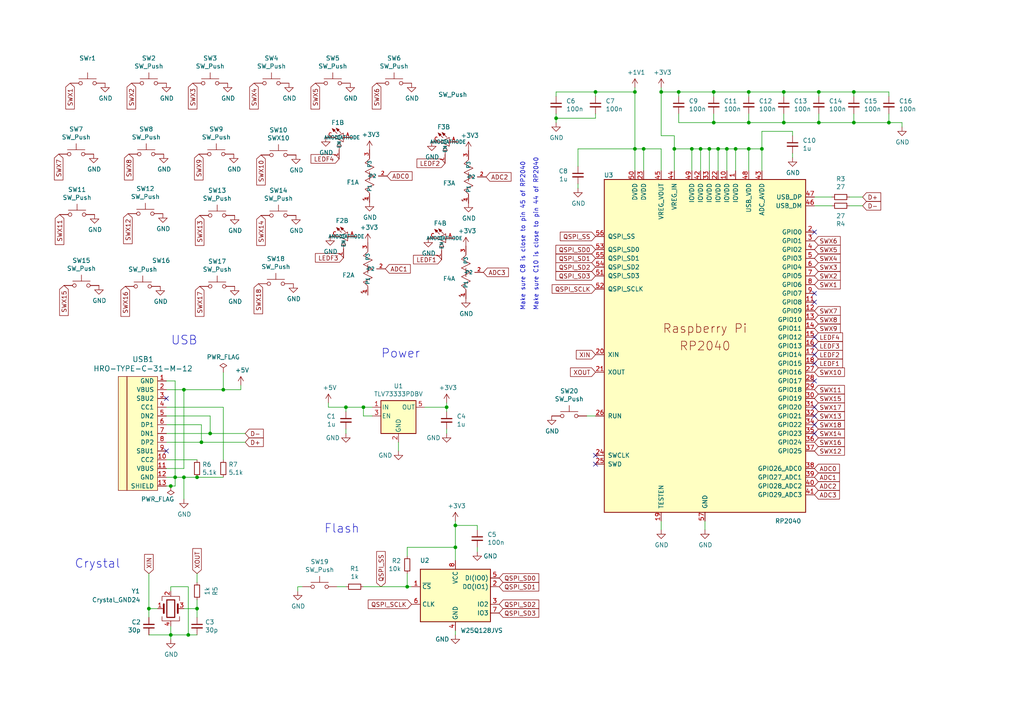
<source format=kicad_sch>
(kicad_sch (version 20230121) (generator eeschema)

  (uuid 4a7a2c0d-fb5c-40d9-85cc-024f453752cb)

  (paper "A4")

  (lib_symbols
    (symbol "DPX_SYMBOLS:LED_FADER" (in_bom yes) (on_board yes)
      (property "Reference" "U" (at 0 0 0)
        (effects (font (size 1.27 1.27)))
      )
      (property "Value" "" (at 0 0 0)
        (effects (font (size 1.27 1.27)))
      )
      (property "Footprint" "" (at 0 0 0)
        (effects (font (size 1.27 1.27)) hide)
      )
      (property "Datasheet" "" (at 0 0 0)
        (effects (font (size 1.27 1.27)) hide)
      )
      (property "ki_locked" "" (at 0 0 0)
        (effects (font (size 1.27 1.27)))
      )
      (symbol "LED_FADER_1_0"
        (polyline
          (pts
            (xy -1.27 -3.81)
            (xy 0 -4.953)
          )
          (stroke (width 0) (type default))
          (fill (type none))
        )
        (polyline
          (pts
            (xy -1.27 -1.27)
            (xy 1.27 -2.54)
          )
          (stroke (width 0) (type default))
          (fill (type none))
        )
        (polyline
          (pts
            (xy -1.27 1.27)
            (xy 1.27 0)
          )
          (stroke (width 0) (type default))
          (fill (type none))
        )
        (polyline
          (pts
            (xy -1.27 3.81)
            (xy 1.27 2.54)
          )
          (stroke (width 0) (type default))
          (fill (type none))
        )
        (polyline
          (pts
            (xy 0 -1.27)
            (xy 0 0)
          )
          (stroke (width 0) (type default))
          (fill (type none))
        )
        (polyline
          (pts
            (xy 0 0)
            (xy 0 1.27)
          )
          (stroke (width 0) (type default))
          (fill (type none))
        )
        (polyline
          (pts
            (xy 0 4.953)
            (xy -1.27 3.81)
          )
          (stroke (width 0) (type default))
          (fill (type none))
        )
        (polyline
          (pts
            (xy 1.27 -2.54)
            (xy -1.27 -3.81)
          )
          (stroke (width 0) (type default))
          (fill (type none))
        )
        (polyline
          (pts
            (xy 1.27 0)
            (xy -1.27 -1.27)
          )
          (stroke (width 0) (type default))
          (fill (type none))
        )
        (polyline
          (pts
            (xy 1.27 2.54)
            (xy -1.27 1.27)
          )
          (stroke (width 0) (type default))
          (fill (type none))
        )
        (text "1" (at -1.2192 -6.7056 900)
          (effects (font (size 1.4224 1.4224)))
        )
      )
      (symbol "LED_FADER_1_1"
        (pin passive line (at 0 -7.62 90) (length 2.54)
          (name "P1" (effects (font (size 1.016 1.016))))
          (number "1" (effects (font (size 1.016 1.016))))
        )
        (pin passive line (at 5.08 0 180) (length 2.54)
          (name "P2" (effects (font (size 1.016 1.016))))
          (number "2" (effects (font (size 1.016 1.016))))
        )
        (pin passive line (at 0 7.62 270) (length 2.54)
          (name "P3" (effects (font (size 1.016 1.016))))
          (number "3" (effects (font (size 1.016 1.016))))
        )
      )
      (symbol "LED_FADER_2_0"
        (polyline
          (pts
            (xy -1.27 1.27)
            (xy 1.27 2.54)
          )
          (stroke (width 0) (type default))
          (fill (type none))
        )
        (polyline
          (pts
            (xy -0.5495 -1.2171)
            (xy 0.0855 -1.2171)
          )
          (stroke (width 0) (type default))
          (fill (type none))
        )
        (polyline
          (pts
            (xy -0.5355 2.4411)
            (xy -1.9325 3.8381)
          )
          (stroke (width 0) (type default))
          (fill (type none))
        )
        (polyline
          (pts
            (xy 0.0855 -2.4871)
            (xy 0.0855 -1.2171)
          )
          (stroke (width 0) (type default))
          (fill (type none))
        )
        (polyline
          (pts
            (xy 0.0855 -1.2171)
            (xy 0.7205 -1.2171)
          )
          (stroke (width 0) (type default))
          (fill (type none))
        )
        (polyline
          (pts
            (xy 0.0855 0.0529)
            (xy -0.5495 -1.2171)
          )
          (stroke (width 0) (type default))
          (fill (type none))
        )
        (polyline
          (pts
            (xy 0.6075 2.5681)
            (xy -0.7895 3.9651)
          )
          (stroke (width 0) (type default))
          (fill (type none))
        )
        (polyline
          (pts
            (xy 0.7205 -1.2171)
            (xy 0.0855 0.0529)
          )
          (stroke (width 0) (type default))
          (fill (type none))
        )
        (polyline
          (pts
            (xy 1.27 0)
            (xy -1.27 1.27)
          )
          (stroke (width 0) (type default))
          (fill (type none))
        )
        (polyline
          (pts
            (xy 1.27 0)
            (xy 1.27 2.54)
          )
          (stroke (width 0) (type default))
          (fill (type none))
        )
      )
      (symbol "LED_FADER_2_1"
        (polyline
          (pts
            (xy -1.9325 3.8381)
            (xy -1.0435 3.4571)
            (xy -1.0435 3.4571)
            (xy -1.5515 2.9491)
            (xy -1.5515 2.9491)
            (xy -1.9325 3.8381)
          )
          (stroke (width 0) (type default))
          (fill (type outline))
        )
        (polyline
          (pts
            (xy -0.7895 3.9651)
            (xy 0.0995 3.5841)
            (xy 0.0995 3.5841)
            (xy -0.4085 3.0761)
            (xy -0.4085 3.0761)
            (xy -0.7895 3.9651)
          )
          (stroke (width 0) (type default))
          (fill (type outline))
        )
        (pin passive line (at 3.81 1.27 180) (length 2.54)
          (name "ANODE" (effects (font (size 1.016 1.016))))
          (number "A" (effects (font (size 1.016 1.016))))
        )
        (pin passive line (at -3.81 1.27 0) (length 2.54)
          (name "CATHODE" (effects (font (size 1.016 1.016))))
          (number "C" (effects (font (size 1.016 1.016))))
        )
        (pin passive line (at 0.0705 -4.937 90) (length 2.54)
          (name "EN" (effects (font (size 1.016 1.016))))
          (number "L" (effects (font (size 1.016 1.016))))
        )
      )
    )
    (symbol "Device:C_Small" (pin_numbers hide) (pin_names (offset 0.254) hide) (in_bom yes) (on_board yes)
      (property "Reference" "C" (at 0.254 1.778 0)
        (effects (font (size 1.27 1.27)) (justify left))
      )
      (property "Value" "C_Small" (at 0.254 -2.032 0)
        (effects (font (size 1.27 1.27)) (justify left))
      )
      (property "Footprint" "" (at 0 0 0)
        (effects (font (size 1.27 1.27)) hide)
      )
      (property "Datasheet" "~" (at 0 0 0)
        (effects (font (size 1.27 1.27)) hide)
      )
      (property "ki_keywords" "capacitor cap" (at 0 0 0)
        (effects (font (size 1.27 1.27)) hide)
      )
      (property "ki_description" "Unpolarized capacitor, small symbol" (at 0 0 0)
        (effects (font (size 1.27 1.27)) hide)
      )
      (property "ki_fp_filters" "C_*" (at 0 0 0)
        (effects (font (size 1.27 1.27)) hide)
      )
      (symbol "C_Small_0_1"
        (polyline
          (pts
            (xy -1.524 -0.508)
            (xy 1.524 -0.508)
          )
          (stroke (width 0.3302) (type default))
          (fill (type none))
        )
        (polyline
          (pts
            (xy -1.524 0.508)
            (xy 1.524 0.508)
          )
          (stroke (width 0.3048) (type default))
          (fill (type none))
        )
      )
      (symbol "C_Small_1_1"
        (pin passive line (at 0 2.54 270) (length 2.032)
          (name "~" (effects (font (size 1.27 1.27))))
          (number "1" (effects (font (size 1.27 1.27))))
        )
        (pin passive line (at 0 -2.54 90) (length 2.032)
          (name "~" (effects (font (size 1.27 1.27))))
          (number "2" (effects (font (size 1.27 1.27))))
        )
      )
    )
    (symbol "Device:Crystal_GND24" (pin_names (offset 1.016) hide) (in_bom yes) (on_board yes)
      (property "Reference" "Y" (at 3.175 5.08 0)
        (effects (font (size 1.27 1.27)) (justify left))
      )
      (property "Value" "Crystal_GND24" (at 3.175 3.175 0)
        (effects (font (size 1.27 1.27)) (justify left))
      )
      (property "Footprint" "" (at 0 0 0)
        (effects (font (size 1.27 1.27)) hide)
      )
      (property "Datasheet" "~" (at 0 0 0)
        (effects (font (size 1.27 1.27)) hide)
      )
      (property "ki_keywords" "quartz ceramic resonator oscillator" (at 0 0 0)
        (effects (font (size 1.27 1.27)) hide)
      )
      (property "ki_description" "Four pin crystal, GND on pins 2 and 4" (at 0 0 0)
        (effects (font (size 1.27 1.27)) hide)
      )
      (property "ki_fp_filters" "Crystal*" (at 0 0 0)
        (effects (font (size 1.27 1.27)) hide)
      )
      (symbol "Crystal_GND24_0_1"
        (rectangle (start -1.143 2.54) (end 1.143 -2.54)
          (stroke (width 0.3048) (type default))
          (fill (type none))
        )
        (polyline
          (pts
            (xy -2.54 0)
            (xy -2.032 0)
          )
          (stroke (width 0) (type default))
          (fill (type none))
        )
        (polyline
          (pts
            (xy -2.032 -1.27)
            (xy -2.032 1.27)
          )
          (stroke (width 0.508) (type default))
          (fill (type none))
        )
        (polyline
          (pts
            (xy 0 -3.81)
            (xy 0 -3.556)
          )
          (stroke (width 0) (type default))
          (fill (type none))
        )
        (polyline
          (pts
            (xy 0 3.556)
            (xy 0 3.81)
          )
          (stroke (width 0) (type default))
          (fill (type none))
        )
        (polyline
          (pts
            (xy 2.032 -1.27)
            (xy 2.032 1.27)
          )
          (stroke (width 0.508) (type default))
          (fill (type none))
        )
        (polyline
          (pts
            (xy 2.032 0)
            (xy 2.54 0)
          )
          (stroke (width 0) (type default))
          (fill (type none))
        )
        (polyline
          (pts
            (xy -2.54 -2.286)
            (xy -2.54 -3.556)
            (xy 2.54 -3.556)
            (xy 2.54 -2.286)
          )
          (stroke (width 0) (type default))
          (fill (type none))
        )
        (polyline
          (pts
            (xy -2.54 2.286)
            (xy -2.54 3.556)
            (xy 2.54 3.556)
            (xy 2.54 2.286)
          )
          (stroke (width 0) (type default))
          (fill (type none))
        )
      )
      (symbol "Crystal_GND24_1_1"
        (pin passive line (at -3.81 0 0) (length 1.27)
          (name "1" (effects (font (size 1.27 1.27))))
          (number "1" (effects (font (size 1.27 1.27))))
        )
        (pin passive line (at 0 5.08 270) (length 1.27)
          (name "2" (effects (font (size 1.27 1.27))))
          (number "2" (effects (font (size 1.27 1.27))))
        )
        (pin passive line (at 3.81 0 180) (length 1.27)
          (name "3" (effects (font (size 1.27 1.27))))
          (number "3" (effects (font (size 1.27 1.27))))
        )
        (pin passive line (at 0 -5.08 90) (length 1.27)
          (name "4" (effects (font (size 1.27 1.27))))
          (number "4" (effects (font (size 1.27 1.27))))
        )
      )
    )
    (symbol "Device:R_Small" (pin_numbers hide) (pin_names (offset 0.254) hide) (in_bom yes) (on_board yes)
      (property "Reference" "R" (at 0.762 0.508 0)
        (effects (font (size 1.27 1.27)) (justify left))
      )
      (property "Value" "R_Small" (at 0.762 -1.016 0)
        (effects (font (size 1.27 1.27)) (justify left))
      )
      (property "Footprint" "" (at 0 0 0)
        (effects (font (size 1.27 1.27)) hide)
      )
      (property "Datasheet" "~" (at 0 0 0)
        (effects (font (size 1.27 1.27)) hide)
      )
      (property "ki_keywords" "R resistor" (at 0 0 0)
        (effects (font (size 1.27 1.27)) hide)
      )
      (property "ki_description" "Resistor, small symbol" (at 0 0 0)
        (effects (font (size 1.27 1.27)) hide)
      )
      (property "ki_fp_filters" "R_*" (at 0 0 0)
        (effects (font (size 1.27 1.27)) hide)
      )
      (symbol "R_Small_0_1"
        (rectangle (start -0.762 1.778) (end 0.762 -1.778)
          (stroke (width 0.2032) (type default))
          (fill (type none))
        )
      )
      (symbol "R_Small_1_1"
        (pin passive line (at 0 2.54 270) (length 0.762)
          (name "~" (effects (font (size 1.27 1.27))))
          (number "1" (effects (font (size 1.27 1.27))))
        )
        (pin passive line (at 0 -2.54 90) (length 0.762)
          (name "~" (effects (font (size 1.27 1.27))))
          (number "2" (effects (font (size 1.27 1.27))))
        )
      )
    )
    (symbol "Flatbox-rev7-rescue:W25Q128JVS-Memory_Flash" (in_bom yes) (on_board yes)
      (property "Reference" "U" (at -8.89 8.89 0)
        (effects (font (size 1.27 1.27)))
      )
      (property "Value" "Memory_Flash_W25Q128JVS" (at 7.62 8.89 0)
        (effects (font (size 1.27 1.27)))
      )
      (property "Footprint" "Package_SO:SOIC-8_5.23x5.23mm_P1.27mm" (at 0 0 0)
        (effects (font (size 1.27 1.27)) hide)
      )
      (property "Datasheet" "" (at 0 0 0)
        (effects (font (size 1.27 1.27)) hide)
      )
      (property "ki_fp_filters" "SOIC*5.23x5.23mm*P1.27mm*" (at 0 0 0)
        (effects (font (size 1.27 1.27)) hide)
      )
      (symbol "W25Q128JVS-Memory_Flash_0_1"
        (rectangle (start -10.16 7.62) (end 10.16 -7.62)
          (stroke (width 0.254) (type solid))
          (fill (type background))
        )
      )
      (symbol "W25Q128JVS-Memory_Flash_1_1"
        (pin input line (at -12.7 2.54 0) (length 2.54)
          (name "~{CS}" (effects (font (size 1.27 1.27))))
          (number "1" (effects (font (size 1.27 1.27))))
        )
        (pin bidirectional line (at 12.7 2.54 180) (length 2.54)
          (name "DO(IO1)" (effects (font (size 1.27 1.27))))
          (number "2" (effects (font (size 1.27 1.27))))
        )
        (pin bidirectional line (at 12.7 -2.54 180) (length 2.54)
          (name "IO2" (effects (font (size 1.27 1.27))))
          (number "3" (effects (font (size 1.27 1.27))))
        )
        (pin power_in line (at 0 -10.16 90) (length 2.54)
          (name "GND" (effects (font (size 1.27 1.27))))
          (number "4" (effects (font (size 1.27 1.27))))
        )
        (pin bidirectional line (at 12.7 5.08 180) (length 2.54)
          (name "DI(IO0)" (effects (font (size 1.27 1.27))))
          (number "5" (effects (font (size 1.27 1.27))))
        )
        (pin input line (at -12.7 -2.54 0) (length 2.54)
          (name "CLK" (effects (font (size 1.27 1.27))))
          (number "6" (effects (font (size 1.27 1.27))))
        )
        (pin bidirectional line (at 12.7 -5.08 180) (length 2.54)
          (name "IO3" (effects (font (size 1.27 1.27))))
          (number "7" (effects (font (size 1.27 1.27))))
        )
        (pin power_in line (at 0 10.16 270) (length 2.54)
          (name "VCC" (effects (font (size 1.27 1.27))))
          (number "8" (effects (font (size 1.27 1.27))))
        )
      )
    )
    (symbol "RP2040:RP2040" (pin_names (offset 1.016)) (in_bom yes) (on_board yes)
      (property "Reference" "U" (at -29.21 49.53 0)
        (effects (font (size 1.27 1.27)))
      )
      (property "Value" "RP2040" (at 24.13 -49.53 0)
        (effects (font (size 1.27 1.27)))
      )
      (property "Footprint" "RP2040_minimal:RP2040-QFN-56" (at -19.05 0 0)
        (effects (font (size 1.27 1.27)) hide)
      )
      (property "Datasheet" "" (at -19.05 0 0)
        (effects (font (size 1.27 1.27)) hide)
      )
      (symbol "RP2040_0_0"
        (text "Raspberry Pi" (at 0 5.08 0)
          (effects (font (size 2.54 2.54)))
        )
        (text "RP2040" (at 0 0 0)
          (effects (font (size 2.54 2.54)))
        )
      )
      (symbol "RP2040_0_1"
        (rectangle (start 29.21 48.26) (end -29.21 -48.26)
          (stroke (width 0.254) (type solid))
          (fill (type background))
        )
      )
      (symbol "RP2040_1_1"
        (pin power_in line (at 8.89 50.8 270) (length 2.54)
          (name "IOVDD" (effects (font (size 1.27 1.27))))
          (number "1" (effects (font (size 1.27 1.27))))
        )
        (pin power_in line (at 6.35 50.8 270) (length 2.54)
          (name "IOVDD" (effects (font (size 1.27 1.27))))
          (number "10" (effects (font (size 1.27 1.27))))
        )
        (pin bidirectional line (at 31.75 12.7 180) (length 2.54)
          (name "GPIO8" (effects (font (size 1.27 1.27))))
          (number "11" (effects (font (size 1.27 1.27))))
        )
        (pin bidirectional line (at 31.75 10.16 180) (length 2.54)
          (name "GPIO9" (effects (font (size 1.27 1.27))))
          (number "12" (effects (font (size 1.27 1.27))))
        )
        (pin bidirectional line (at 31.75 7.62 180) (length 2.54)
          (name "GPIO10" (effects (font (size 1.27 1.27))))
          (number "13" (effects (font (size 1.27 1.27))))
        )
        (pin bidirectional line (at 31.75 5.08 180) (length 2.54)
          (name "GPIO11" (effects (font (size 1.27 1.27))))
          (number "14" (effects (font (size 1.27 1.27))))
        )
        (pin bidirectional line (at 31.75 2.54 180) (length 2.54)
          (name "GPIO12" (effects (font (size 1.27 1.27))))
          (number "15" (effects (font (size 1.27 1.27))))
        )
        (pin bidirectional line (at 31.75 0 180) (length 2.54)
          (name "GPIO13" (effects (font (size 1.27 1.27))))
          (number "16" (effects (font (size 1.27 1.27))))
        )
        (pin bidirectional line (at 31.75 -2.54 180) (length 2.54)
          (name "GPIO14" (effects (font (size 1.27 1.27))))
          (number "17" (effects (font (size 1.27 1.27))))
        )
        (pin bidirectional line (at 31.75 -5.08 180) (length 2.54)
          (name "GPIO15" (effects (font (size 1.27 1.27))))
          (number "18" (effects (font (size 1.27 1.27))))
        )
        (pin passive line (at -12.7 -50.8 90) (length 2.54)
          (name "TESTEN" (effects (font (size 1.27 1.27))))
          (number "19" (effects (font (size 1.27 1.27))))
        )
        (pin bidirectional line (at 31.75 33.02 180) (length 2.54)
          (name "GPIO0" (effects (font (size 1.27 1.27))))
          (number "2" (effects (font (size 1.27 1.27))))
        )
        (pin input line (at -31.75 -2.54 0) (length 2.54)
          (name "XIN" (effects (font (size 1.27 1.27))))
          (number "20" (effects (font (size 1.27 1.27))))
        )
        (pin passive line (at -31.75 -7.62 0) (length 2.54)
          (name "XOUT" (effects (font (size 1.27 1.27))))
          (number "21" (effects (font (size 1.27 1.27))))
        )
        (pin power_in line (at 3.81 50.8 270) (length 2.54)
          (name "IOVDD" (effects (font (size 1.27 1.27))))
          (number "22" (effects (font (size 1.27 1.27))))
        )
        (pin power_in line (at -17.78 50.8 270) (length 2.54)
          (name "DVDD" (effects (font (size 1.27 1.27))))
          (number "23" (effects (font (size 1.27 1.27))))
        )
        (pin output line (at -31.75 -31.75 0) (length 2.54)
          (name "SWCLK" (effects (font (size 1.27 1.27))))
          (number "24" (effects (font (size 1.27 1.27))))
        )
        (pin bidirectional line (at -31.75 -34.29 0) (length 2.54)
          (name "SWD" (effects (font (size 1.27 1.27))))
          (number "25" (effects (font (size 1.27 1.27))))
        )
        (pin input line (at -31.75 -20.32 0) (length 2.54)
          (name "RUN" (effects (font (size 1.27 1.27))))
          (number "26" (effects (font (size 1.27 1.27))))
        )
        (pin bidirectional line (at 31.75 -7.62 180) (length 2.54)
          (name "GPIO16" (effects (font (size 1.27 1.27))))
          (number "27" (effects (font (size 1.27 1.27))))
        )
        (pin bidirectional line (at 31.75 -10.16 180) (length 2.54)
          (name "GPIO17" (effects (font (size 1.27 1.27))))
          (number "28" (effects (font (size 1.27 1.27))))
        )
        (pin bidirectional line (at 31.75 -12.7 180) (length 2.54)
          (name "GPIO18" (effects (font (size 1.27 1.27))))
          (number "29" (effects (font (size 1.27 1.27))))
        )
        (pin bidirectional line (at 31.75 30.48 180) (length 2.54)
          (name "GPIO1" (effects (font (size 1.27 1.27))))
          (number "3" (effects (font (size 1.27 1.27))))
        )
        (pin bidirectional line (at 31.75 -15.24 180) (length 2.54)
          (name "GPIO19" (effects (font (size 1.27 1.27))))
          (number "30" (effects (font (size 1.27 1.27))))
        )
        (pin bidirectional line (at 31.75 -17.78 180) (length 2.54)
          (name "GPIO20" (effects (font (size 1.27 1.27))))
          (number "31" (effects (font (size 1.27 1.27))))
        )
        (pin bidirectional line (at 31.75 -20.32 180) (length 2.54)
          (name "GPIO21" (effects (font (size 1.27 1.27))))
          (number "32" (effects (font (size 1.27 1.27))))
        )
        (pin power_in line (at 1.27 50.8 270) (length 2.54)
          (name "IOVDD" (effects (font (size 1.27 1.27))))
          (number "33" (effects (font (size 1.27 1.27))))
        )
        (pin bidirectional line (at 31.75 -22.86 180) (length 2.54)
          (name "GPIO22" (effects (font (size 1.27 1.27))))
          (number "34" (effects (font (size 1.27 1.27))))
        )
        (pin bidirectional line (at 31.75 -25.4 180) (length 2.54)
          (name "GPIO23" (effects (font (size 1.27 1.27))))
          (number "35" (effects (font (size 1.27 1.27))))
        )
        (pin bidirectional line (at 31.75 -27.94 180) (length 2.54)
          (name "GPIO24" (effects (font (size 1.27 1.27))))
          (number "36" (effects (font (size 1.27 1.27))))
        )
        (pin bidirectional line (at 31.75 -30.48 180) (length 2.54)
          (name "GPIO25" (effects (font (size 1.27 1.27))))
          (number "37" (effects (font (size 1.27 1.27))))
        )
        (pin bidirectional line (at 31.75 -35.56 180) (length 2.54)
          (name "GPIO26_ADC0" (effects (font (size 1.27 1.27))))
          (number "38" (effects (font (size 1.27 1.27))))
        )
        (pin bidirectional line (at 31.75 -38.1 180) (length 2.54)
          (name "GPIO27_ADC1" (effects (font (size 1.27 1.27))))
          (number "39" (effects (font (size 1.27 1.27))))
        )
        (pin bidirectional line (at 31.75 27.94 180) (length 2.54)
          (name "GPIO2" (effects (font (size 1.27 1.27))))
          (number "4" (effects (font (size 1.27 1.27))))
        )
        (pin bidirectional line (at 31.75 -40.64 180) (length 2.54)
          (name "GPIO28_ADC2" (effects (font (size 1.27 1.27))))
          (number "40" (effects (font (size 1.27 1.27))))
        )
        (pin bidirectional line (at 31.75 -43.18 180) (length 2.54)
          (name "GPIO29_ADC3" (effects (font (size 1.27 1.27))))
          (number "41" (effects (font (size 1.27 1.27))))
        )
        (pin power_in line (at -1.27 50.8 270) (length 2.54)
          (name "IOVDD" (effects (font (size 1.27 1.27))))
          (number "42" (effects (font (size 1.27 1.27))))
        )
        (pin power_in line (at 16.51 50.8 270) (length 2.54)
          (name "ADC_AVDD" (effects (font (size 1.27 1.27))))
          (number "43" (effects (font (size 1.27 1.27))))
        )
        (pin power_in line (at -8.89 50.8 270) (length 2.54)
          (name "VREG_IN" (effects (font (size 1.27 1.27))))
          (number "44" (effects (font (size 1.27 1.27))))
        )
        (pin power_out line (at -12.7 50.8 270) (length 2.54)
          (name "VREG_VOUT" (effects (font (size 1.27 1.27))))
          (number "45" (effects (font (size 1.27 1.27))))
        )
        (pin bidirectional line (at 31.75 40.64 180) (length 2.54)
          (name "USB_DM" (effects (font (size 1.27 1.27))))
          (number "46" (effects (font (size 1.27 1.27))))
        )
        (pin bidirectional line (at 31.75 43.18 180) (length 2.54)
          (name "USB_DP" (effects (font (size 1.27 1.27))))
          (number "47" (effects (font (size 1.27 1.27))))
        )
        (pin power_in line (at 12.7 50.8 270) (length 2.54)
          (name "USB_VDD" (effects (font (size 1.27 1.27))))
          (number "48" (effects (font (size 1.27 1.27))))
        )
        (pin power_in line (at -3.81 50.8 270) (length 2.54)
          (name "IOVDD" (effects (font (size 1.27 1.27))))
          (number "49" (effects (font (size 1.27 1.27))))
        )
        (pin bidirectional line (at 31.75 25.4 180) (length 2.54)
          (name "GPIO3" (effects (font (size 1.27 1.27))))
          (number "5" (effects (font (size 1.27 1.27))))
        )
        (pin power_in line (at -20.32 50.8 270) (length 2.54)
          (name "DVDD" (effects (font (size 1.27 1.27))))
          (number "50" (effects (font (size 1.27 1.27))))
        )
        (pin bidirectional line (at -31.75 20.32 0) (length 2.54)
          (name "QSPI_SD3" (effects (font (size 1.27 1.27))))
          (number "51" (effects (font (size 1.27 1.27))))
        )
        (pin output line (at -31.75 16.51 0) (length 2.54)
          (name "QSPI_SCLK" (effects (font (size 1.27 1.27))))
          (number "52" (effects (font (size 1.27 1.27))))
        )
        (pin bidirectional line (at -31.75 27.94 0) (length 2.54)
          (name "QSPI_SD0" (effects (font (size 1.27 1.27))))
          (number "53" (effects (font (size 1.27 1.27))))
        )
        (pin bidirectional line (at -31.75 22.86 0) (length 2.54)
          (name "QSPI_SD2" (effects (font (size 1.27 1.27))))
          (number "54" (effects (font (size 1.27 1.27))))
        )
        (pin bidirectional line (at -31.75 25.4 0) (length 2.54)
          (name "QSPI_SD1" (effects (font (size 1.27 1.27))))
          (number "55" (effects (font (size 1.27 1.27))))
        )
        (pin bidirectional line (at -31.75 31.75 0) (length 2.54)
          (name "QSPI_SS" (effects (font (size 1.27 1.27))))
          (number "56" (effects (font (size 1.27 1.27))))
        )
        (pin power_in line (at 0 -50.8 90) (length 2.54)
          (name "GND" (effects (font (size 1.27 1.27))))
          (number "57" (effects (font (size 1.27 1.27))))
        )
        (pin bidirectional line (at 31.75 22.86 180) (length 2.54)
          (name "GPIO4" (effects (font (size 1.27 1.27))))
          (number "6" (effects (font (size 1.27 1.27))))
        )
        (pin bidirectional line (at 31.75 20.32 180) (length 2.54)
          (name "GPIO5" (effects (font (size 1.27 1.27))))
          (number "7" (effects (font (size 1.27 1.27))))
        )
        (pin bidirectional line (at 31.75 17.78 180) (length 2.54)
          (name "GPIO6" (effects (font (size 1.27 1.27))))
          (number "8" (effects (font (size 1.27 1.27))))
        )
        (pin bidirectional line (at 31.75 15.24 180) (length 2.54)
          (name "GPIO7" (effects (font (size 1.27 1.27))))
          (number "9" (effects (font (size 1.27 1.27))))
        )
      )
    )
    (symbol "Regulator_Linear:TLV73333PDBV" (pin_names (offset 0.254)) (in_bom yes) (on_board yes)
      (property "Reference" "U" (at -3.81 5.715 0)
        (effects (font (size 1.27 1.27)))
      )
      (property "Value" "TLV73333PDBV" (at 0 5.715 0)
        (effects (font (size 1.27 1.27)) (justify left))
      )
      (property "Footprint" "Package_TO_SOT_SMD:SOT-23-5" (at 0 8.255 0)
        (effects (font (size 1.27 1.27) italic) hide)
      )
      (property "Datasheet" "http://www.ti.com/lit/ds/symlink/tlv733p.pdf" (at 0 0 0)
        (effects (font (size 1.27 1.27)) hide)
      )
      (property "ki_keywords" "300mA LDO Regulator Fixed Positive Capacitor-Free" (at 0 0 0)
        (effects (font (size 1.27 1.27)) hide)
      )
      (property "ki_description" "300mA Capacitor-Free Low Dropout Voltage Regulator, Fixed Output 3.3V, SOT-23-5" (at 0 0 0)
        (effects (font (size 1.27 1.27)) hide)
      )
      (property "ki_fp_filters" "SOT?23*" (at 0 0 0)
        (effects (font (size 1.27 1.27)) hide)
      )
      (symbol "TLV73333PDBV_0_1"
        (rectangle (start -5.08 4.445) (end 5.08 -5.08)
          (stroke (width 0.254) (type default))
          (fill (type background))
        )
      )
      (symbol "TLV73333PDBV_1_1"
        (pin power_in line (at -7.62 2.54 0) (length 2.54)
          (name "IN" (effects (font (size 1.27 1.27))))
          (number "1" (effects (font (size 1.27 1.27))))
        )
        (pin power_in line (at 0 -7.62 90) (length 2.54)
          (name "GND" (effects (font (size 1.27 1.27))))
          (number "2" (effects (font (size 1.27 1.27))))
        )
        (pin input line (at -7.62 0 0) (length 2.54)
          (name "EN" (effects (font (size 1.27 1.27))))
          (number "3" (effects (font (size 1.27 1.27))))
        )
        (pin no_connect line (at 5.08 0 180) (length 2.54) hide
          (name "NC" (effects (font (size 1.27 1.27))))
          (number "4" (effects (font (size 1.27 1.27))))
        )
        (pin power_out line (at 7.62 2.54 180) (length 2.54)
          (name "OUT" (effects (font (size 1.27 1.27))))
          (number "5" (effects (font (size 1.27 1.27))))
        )
      )
    )
    (symbol "Switch:SW_Push" (pin_numbers hide) (pin_names (offset 1.016) hide) (in_bom yes) (on_board yes)
      (property "Reference" "SW" (at 1.27 2.54 0)
        (effects (font (size 1.27 1.27)) (justify left))
      )
      (property "Value" "SW_Push" (at 0 -1.524 0)
        (effects (font (size 1.27 1.27)))
      )
      (property "Footprint" "" (at 0 5.08 0)
        (effects (font (size 1.27 1.27)) hide)
      )
      (property "Datasheet" "~" (at 0 5.08 0)
        (effects (font (size 1.27 1.27)) hide)
      )
      (property "ki_keywords" "switch normally-open pushbutton push-button" (at 0 0 0)
        (effects (font (size 1.27 1.27)) hide)
      )
      (property "ki_description" "Push button switch, generic, two pins" (at 0 0 0)
        (effects (font (size 1.27 1.27)) hide)
      )
      (symbol "SW_Push_0_1"
        (circle (center -2.032 0) (radius 0.508)
          (stroke (width 0) (type default))
          (fill (type none))
        )
        (polyline
          (pts
            (xy 0 1.27)
            (xy 0 3.048)
          )
          (stroke (width 0) (type default))
          (fill (type none))
        )
        (polyline
          (pts
            (xy 2.54 1.27)
            (xy -2.54 1.27)
          )
          (stroke (width 0) (type default))
          (fill (type none))
        )
        (circle (center 2.032 0) (radius 0.508)
          (stroke (width 0) (type default))
          (fill (type none))
        )
        (pin passive line (at -5.08 0 0) (length 2.54)
          (name "1" (effects (font (size 1.27 1.27))))
          (number "1" (effects (font (size 1.27 1.27))))
        )
        (pin passive line (at 5.08 0 180) (length 2.54)
          (name "2" (effects (font (size 1.27 1.27))))
          (number "2" (effects (font (size 1.27 1.27))))
        )
      )
    )
    (symbol "Type-C:HRO-TYPE-C-31-M-12" (pin_names (offset 1.016)) (in_bom yes) (on_board yes)
      (property "Reference" "USB" (at -5.08 16.51 0)
        (effects (font (size 1.524 1.524)))
      )
      (property "Value" "HRO-TYPE-C-31-M-12" (at -10.16 -1.27 90)
        (effects (font (size 1.524 1.524)))
      )
      (property "Footprint" "" (at 0 0 0)
        (effects (font (size 1.524 1.524)) hide)
      )
      (property "Datasheet" "" (at 0 0 0)
        (effects (font (size 1.524 1.524)) hide)
      )
      (symbol "HRO-TYPE-C-31-M-12_0_1"
        (rectangle (start -11.43 15.24) (end -8.89 -17.78)
          (stroke (width 0) (type solid))
          (fill (type background))
        )
        (rectangle (start 0 -17.78) (end -8.89 15.24)
          (stroke (width 0) (type solid))
          (fill (type background))
        )
      )
      (symbol "HRO-TYPE-C-31-M-12_1_1"
        (pin input line (at 2.54 13.97 180) (length 2.54)
          (name "GND" (effects (font (size 1.27 1.27))))
          (number "1" (effects (font (size 1.27 1.27))))
        )
        (pin input line (at 2.54 -8.89 180) (length 2.54)
          (name "CC2" (effects (font (size 1.27 1.27))))
          (number "10" (effects (font (size 1.27 1.27))))
        )
        (pin input line (at 2.54 -11.43 180) (length 2.54)
          (name "VBUS" (effects (font (size 1.27 1.27))))
          (number "11" (effects (font (size 1.27 1.27))))
        )
        (pin input line (at 2.54 -13.97 180) (length 2.54)
          (name "GND" (effects (font (size 1.27 1.27))))
          (number "12" (effects (font (size 1.27 1.27))))
        )
        (pin input line (at 2.54 -16.51 180) (length 2.54)
          (name "SHIELD" (effects (font (size 1.27 1.27))))
          (number "13" (effects (font (size 1.27 1.27))))
        )
        (pin input line (at 2.54 11.43 180) (length 2.54)
          (name "VBUS" (effects (font (size 1.27 1.27))))
          (number "2" (effects (font (size 1.27 1.27))))
        )
        (pin input line (at 2.54 8.89 180) (length 2.54)
          (name "SBU2" (effects (font (size 1.27 1.27))))
          (number "3" (effects (font (size 1.27 1.27))))
        )
        (pin input line (at 2.54 6.35 180) (length 2.54)
          (name "CC1" (effects (font (size 1.27 1.27))))
          (number "4" (effects (font (size 1.27 1.27))))
        )
        (pin input line (at 2.54 3.81 180) (length 2.54)
          (name "DN2" (effects (font (size 1.27 1.27))))
          (number "5" (effects (font (size 1.27 1.27))))
        )
        (pin input line (at 2.54 1.27 180) (length 2.54)
          (name "DP1" (effects (font (size 1.27 1.27))))
          (number "6" (effects (font (size 1.27 1.27))))
        )
        (pin input line (at 2.54 -1.27 180) (length 2.54)
          (name "DN1" (effects (font (size 1.27 1.27))))
          (number "7" (effects (font (size 1.27 1.27))))
        )
        (pin input line (at 2.54 -3.81 180) (length 2.54)
          (name "DP2" (effects (font (size 1.27 1.27))))
          (number "8" (effects (font (size 1.27 1.27))))
        )
        (pin input line (at 2.54 -6.35 180) (length 2.54)
          (name "SBU1" (effects (font (size 1.27 1.27))))
          (number "9" (effects (font (size 1.27 1.27))))
        )
      )
    )
    (symbol "power:+1V1" (power) (pin_names (offset 0)) (in_bom yes) (on_board yes)
      (property "Reference" "#PWR" (at 0 -3.81 0)
        (effects (font (size 1.27 1.27)) hide)
      )
      (property "Value" "+1V1" (at 0 3.556 0)
        (effects (font (size 1.27 1.27)))
      )
      (property "Footprint" "" (at 0 0 0)
        (effects (font (size 1.27 1.27)) hide)
      )
      (property "Datasheet" "" (at 0 0 0)
        (effects (font (size 1.27 1.27)) hide)
      )
      (property "ki_keywords" "global power" (at 0 0 0)
        (effects (font (size 1.27 1.27)) hide)
      )
      (property "ki_description" "Power symbol creates a global label with name \"+1V1\"" (at 0 0 0)
        (effects (font (size 1.27 1.27)) hide)
      )
      (symbol "+1V1_0_1"
        (polyline
          (pts
            (xy -0.762 1.27)
            (xy 0 2.54)
          )
          (stroke (width 0) (type default))
          (fill (type none))
        )
        (polyline
          (pts
            (xy 0 0)
            (xy 0 2.54)
          )
          (stroke (width 0) (type default))
          (fill (type none))
        )
        (polyline
          (pts
            (xy 0 2.54)
            (xy 0.762 1.27)
          )
          (stroke (width 0) (type default))
          (fill (type none))
        )
      )
      (symbol "+1V1_1_1"
        (pin power_in line (at 0 0 90) (length 0) hide
          (name "+1V1" (effects (font (size 1.27 1.27))))
          (number "1" (effects (font (size 1.27 1.27))))
        )
      )
    )
    (symbol "power:+3V3" (power) (pin_names (offset 0)) (in_bom yes) (on_board yes)
      (property "Reference" "#PWR" (at 0 -3.81 0)
        (effects (font (size 1.27 1.27)) hide)
      )
      (property "Value" "+3V3" (at 0 3.556 0)
        (effects (font (size 1.27 1.27)))
      )
      (property "Footprint" "" (at 0 0 0)
        (effects (font (size 1.27 1.27)) hide)
      )
      (property "Datasheet" "" (at 0 0 0)
        (effects (font (size 1.27 1.27)) hide)
      )
      (property "ki_keywords" "global power" (at 0 0 0)
        (effects (font (size 1.27 1.27)) hide)
      )
      (property "ki_description" "Power symbol creates a global label with name \"+3V3\"" (at 0 0 0)
        (effects (font (size 1.27 1.27)) hide)
      )
      (symbol "+3V3_0_1"
        (polyline
          (pts
            (xy -0.762 1.27)
            (xy 0 2.54)
          )
          (stroke (width 0) (type default))
          (fill (type none))
        )
        (polyline
          (pts
            (xy 0 0)
            (xy 0 2.54)
          )
          (stroke (width 0) (type default))
          (fill (type none))
        )
        (polyline
          (pts
            (xy 0 2.54)
            (xy 0.762 1.27)
          )
          (stroke (width 0) (type default))
          (fill (type none))
        )
      )
      (symbol "+3V3_1_1"
        (pin power_in line (at 0 0 90) (length 0) hide
          (name "+3V3" (effects (font (size 1.27 1.27))))
          (number "1" (effects (font (size 1.27 1.27))))
        )
      )
    )
    (symbol "power:+5V" (power) (pin_names (offset 0)) (in_bom yes) (on_board yes)
      (property "Reference" "#PWR" (at 0 -3.81 0)
        (effects (font (size 1.27 1.27)) hide)
      )
      (property "Value" "+5V" (at 0 3.556 0)
        (effects (font (size 1.27 1.27)))
      )
      (property "Footprint" "" (at 0 0 0)
        (effects (font (size 1.27 1.27)) hide)
      )
      (property "Datasheet" "" (at 0 0 0)
        (effects (font (size 1.27 1.27)) hide)
      )
      (property "ki_keywords" "global power" (at 0 0 0)
        (effects (font (size 1.27 1.27)) hide)
      )
      (property "ki_description" "Power symbol creates a global label with name \"+5V\"" (at 0 0 0)
        (effects (font (size 1.27 1.27)) hide)
      )
      (symbol "+5V_0_1"
        (polyline
          (pts
            (xy -0.762 1.27)
            (xy 0 2.54)
          )
          (stroke (width 0) (type default))
          (fill (type none))
        )
        (polyline
          (pts
            (xy 0 0)
            (xy 0 2.54)
          )
          (stroke (width 0) (type default))
          (fill (type none))
        )
        (polyline
          (pts
            (xy 0 2.54)
            (xy 0.762 1.27)
          )
          (stroke (width 0) (type default))
          (fill (type none))
        )
      )
      (symbol "+5V_1_1"
        (pin power_in line (at 0 0 90) (length 0) hide
          (name "+5V" (effects (font (size 1.27 1.27))))
          (number "1" (effects (font (size 1.27 1.27))))
        )
      )
    )
    (symbol "power:GND" (power) (pin_names (offset 0)) (in_bom yes) (on_board yes)
      (property "Reference" "#PWR" (at 0 -6.35 0)
        (effects (font (size 1.27 1.27)) hide)
      )
      (property "Value" "GND" (at 0 -3.81 0)
        (effects (font (size 1.27 1.27)))
      )
      (property "Footprint" "" (at 0 0 0)
        (effects (font (size 1.27 1.27)) hide)
      )
      (property "Datasheet" "" (at 0 0 0)
        (effects (font (size 1.27 1.27)) hide)
      )
      (property "ki_keywords" "global power" (at 0 0 0)
        (effects (font (size 1.27 1.27)) hide)
      )
      (property "ki_description" "Power symbol creates a global label with name \"GND\" , ground" (at 0 0 0)
        (effects (font (size 1.27 1.27)) hide)
      )
      (symbol "GND_0_1"
        (polyline
          (pts
            (xy 0 0)
            (xy 0 -1.27)
            (xy 1.27 -1.27)
            (xy 0 -2.54)
            (xy -1.27 -1.27)
            (xy 0 -1.27)
          )
          (stroke (width 0) (type default))
          (fill (type none))
        )
      )
      (symbol "GND_1_1"
        (pin power_in line (at 0 0 270) (length 0) hide
          (name "GND" (effects (font (size 1.27 1.27))))
          (number "1" (effects (font (size 1.27 1.27))))
        )
      )
    )
    (symbol "power:PWR_FLAG" (power) (pin_numbers hide) (pin_names (offset 0) hide) (in_bom yes) (on_board yes)
      (property "Reference" "#FLG" (at 0 1.905 0)
        (effects (font (size 1.27 1.27)) hide)
      )
      (property "Value" "PWR_FLAG" (at 0 3.81 0)
        (effects (font (size 1.27 1.27)))
      )
      (property "Footprint" "" (at 0 0 0)
        (effects (font (size 1.27 1.27)) hide)
      )
      (property "Datasheet" "~" (at 0 0 0)
        (effects (font (size 1.27 1.27)) hide)
      )
      (property "ki_keywords" "flag power" (at 0 0 0)
        (effects (font (size 1.27 1.27)) hide)
      )
      (property "ki_description" "Special symbol for telling ERC where power comes from" (at 0 0 0)
        (effects (font (size 1.27 1.27)) hide)
      )
      (symbol "PWR_FLAG_0_0"
        (pin power_out line (at 0 0 90) (length 0)
          (name "pwr" (effects (font (size 1.27 1.27))))
          (number "1" (effects (font (size 1.27 1.27))))
        )
      )
      (symbol "PWR_FLAG_0_1"
        (polyline
          (pts
            (xy 0 0)
            (xy 0 1.27)
            (xy -1.016 1.905)
            (xy 0 2.54)
            (xy 1.016 1.905)
            (xy 0 1.27)
          )
          (stroke (width 0) (type default))
          (fill (type none))
        )
      )
    )
  )

  (junction (at 186.69 43.18) (diameter 0) (color 0 0 0 0)
    (uuid 05c30f0b-7f3d-45d9-a83d-78652c17564b)
  )
  (junction (at 60.96 125.73) (diameter 0) (color 0 0 0 0)
    (uuid 07d47264-d15f-47cc-b8c2-1c10e4e60edd)
  )
  (junction (at 161.29 34.29) (diameter 0) (color 0 0 0 0)
    (uuid 0982c1aa-8225-453a-bb16-468f183ded39)
  )
  (junction (at 237.49 26.67) (diameter 0) (color 0 0 0 0)
    (uuid 0bf9748d-99c0-4f70-aa81-8b99ca33c49f)
  )
  (junction (at 203.2 43.18) (diameter 0) (color 0 0 0 0)
    (uuid 178aa744-84eb-4e76-9fff-53990c27cd1b)
  )
  (junction (at 196.85 26.67) (diameter 0) (color 0 0 0 0)
    (uuid 1823789f-4c31-4934-b65d-281d2cdd128b)
  )
  (junction (at 205.74 43.18) (diameter 0) (color 0 0 0 0)
    (uuid 1975552a-dfb2-4ac2-bc78-b137963f4511)
  )
  (junction (at 132.08 152.4) (diameter 0) (color 0 0 0 0)
    (uuid 199b37a0-727f-45b5-9dcb-ec737476bab0)
  )
  (junction (at 132.08 158.75) (diameter 0) (color 0 0 0 0)
    (uuid 1cb2036f-58d5-4c10-bea6-40cbd8fc2818)
  )
  (junction (at 172.72 26.67) (diameter 0) (color 0 0 0 0)
    (uuid 1f0a633e-a433-415a-a3b3-6a56293ffa90)
  )
  (junction (at 247.65 35.56) (diameter 0) (color 0 0 0 0)
    (uuid 1fd67a92-c1a3-4af8-b50d-42ff4a77b8b4)
  )
  (junction (at 195.58 43.18) (diameter 0) (color 0 0 0 0)
    (uuid 21f0010c-3801-4bf6-83af-5f07eec7fb3f)
  )
  (junction (at 257.81 35.56) (diameter 0) (color 0 0 0 0)
    (uuid 2406f736-06d8-41e4-9ea8-2f9569ee7b21)
  )
  (junction (at 217.17 26.67) (diameter 0) (color 0 0 0 0)
    (uuid 26da104c-0454-4876-8555-2c257c047d1e)
  )
  (junction (at 237.49 35.56) (diameter 0) (color 0 0 0 0)
    (uuid 2dee9ae1-c397-429a-8c21-1058a83f7dba)
  )
  (junction (at 184.15 43.18) (diameter 0) (color 0 0 0 0)
    (uuid 30296fa2-8a7e-4be7-9aba-bbc2f6734590)
  )
  (junction (at 217.17 43.18) (diameter 0) (color 0 0 0 0)
    (uuid 33d1ffd5-a67d-4f66-b84b-1d4b56421683)
  )
  (junction (at 57.15 176.53) (diameter 0) (color 0 0 0 0)
    (uuid 38d453ce-23d3-4a6b-ae0d-3e0f3e9a60cc)
  )
  (junction (at 58.42 128.27) (diameter 0) (color 0 0 0 0)
    (uuid 3b08aa4d-b583-453b-80b3-22c69175a88a)
  )
  (junction (at 207.01 26.67) (diameter 0) (color 0 0 0 0)
    (uuid 3b113e29-ed52-46ba-af89-b63fe064c082)
  )
  (junction (at 207.01 35.56) (diameter 0) (color 0 0 0 0)
    (uuid 4597d198-721d-4a11-86bd-72e05e4e0ec1)
  )
  (junction (at 247.65 26.67) (diameter 0) (color 0 0 0 0)
    (uuid 4db6c7c3-8bb5-48ce-8c59-4ffabd5e9f37)
  )
  (junction (at 208.28 43.18) (diameter 0) (color 0 0 0 0)
    (uuid 5771a5f1-01cb-45f1-b8db-e4830c50bb16)
  )
  (junction (at 213.36 43.18) (diameter 0) (color 0 0 0 0)
    (uuid 5ab19c74-e105-466f-83a4-5331184718fa)
  )
  (junction (at 49.53 184.15) (diameter 0) (color 0 0 0 0)
    (uuid 5dbe4852-0516-42d9-8cb6-85a32f91bc1f)
  )
  (junction (at 227.33 35.56) (diameter 0) (color 0 0 0 0)
    (uuid 610194a7-5073-491d-97e1-0241c323843a)
  )
  (junction (at 54.61 184.15) (diameter 0) (color 0 0 0 0)
    (uuid 641dc8a1-697d-41c4-b8c4-917852c1b315)
  )
  (junction (at 49.53 140.97) (diameter 0) (color 0 0 0 0)
    (uuid 7209286e-a18c-4519-86d9-a500ceda2ca0)
  )
  (junction (at 57.15 138.43) (diameter 0) (color 0 0 0 0)
    (uuid 7765dd8e-b8db-4408-a5ea-b15caf2e4236)
  )
  (junction (at 100.33 118.11) (diameter 0) (color 0 0 0 0)
    (uuid 7b00af9f-8e74-4e0e-be30-5674c4027e2b)
  )
  (junction (at 200.66 43.18) (diameter 0) (color 0 0 0 0)
    (uuid 91d620a0-bd44-44b2-925b-305a1a9e18cd)
  )
  (junction (at 105.41 118.11) (diameter 0) (color 0 0 0 0)
    (uuid 933e3834-91dc-41ae-accb-e3ab723b8aa9)
  )
  (junction (at 50.8 138.43) (diameter 0) (color 0 0 0 0)
    (uuid 9e74619a-4a38-4807-ab2e-46c6a05e6a74)
  )
  (junction (at 53.34 113.03) (diameter 0) (color 0 0 0 0)
    (uuid a2f885a1-0af8-4fce-a5b5-549a002708da)
  )
  (junction (at 43.18 176.53) (diameter 0) (color 0 0 0 0)
    (uuid a4c1faab-afcb-42c3-a29e-6f136fa532af)
  )
  (junction (at 217.17 35.56) (diameter 0) (color 0 0 0 0)
    (uuid b31f3cc8-a60e-4ffb-acc8-65d724541dc7)
  )
  (junction (at 118.11 170.18) (diameter 0) (color 0 0 0 0)
    (uuid bea1f3b5-6065-49c2-8d9a-a9e27256c56e)
  )
  (junction (at 220.98 43.18) (diameter 0) (color 0 0 0 0)
    (uuid c64926be-ad22-4a3c-b70f-6e1be6635b8c)
  )
  (junction (at 64.77 113.03) (diameter 0) (color 0 0 0 0)
    (uuid c6f7bfe1-4885-4253-b75c-21aa6de05a46)
  )
  (junction (at 210.82 43.18) (diameter 0) (color 0 0 0 0)
    (uuid cd04199d-37ea-4f71-95c2-1ab4de66d3ce)
  )
  (junction (at 129.54 118.11) (diameter 0) (color 0 0 0 0)
    (uuid d3b198e2-c983-4375-aa85-14978034e9f2)
  )
  (junction (at 191.77 26.67) (diameter 0) (color 0 0 0 0)
    (uuid d61a7620-688c-4829-9ba1-f99e53fd7d0f)
  )
  (junction (at 227.33 26.67) (diameter 0) (color 0 0 0 0)
    (uuid e927cf30-2a65-4c3b-9f52-d4c0072a53a0)
  )
  (junction (at 53.34 138.43) (diameter 0) (color 0 0 0 0)
    (uuid fe165993-b3a7-4869-a153-68a947c407c4)
  )
  (junction (at 184.15 26.67) (diameter 0) (color 0 0 0 0)
    (uuid ff20a3e1-a6e9-42b8-97a2-122954bed1f4)
  )

  (no_connect (at 236.22 110.49) (uuid 2307f058-4aab-41fc-a7b1-e4239ceb149d))
  (no_connect (at 236.22 102.87) (uuid 2b7983c4-0354-457c-a880-4878ed9c4acb))
  (no_connect (at 48.26 115.57) (uuid 2cfd9744-81bb-49e7-9793-208cefefa722))
  (no_connect (at 236.22 105.41) (uuid 3bd8e37a-4c7f-41f6-92da-7141d4b6fc17))
  (no_connect (at 172.72 134.62) (uuid 528753eb-f256-4c1b-9c02-aeec0346c81f))
  (no_connect (at 236.22 85.09) (uuid 58d36348-1639-45d6-9051-46dd2de540f1))
  (no_connect (at 236.22 118.11) (uuid 8feb0840-f96e-41e4-8f78-2adde9fea826))
  (no_connect (at 236.22 123.19) (uuid a142bd36-2ab3-494f-a2bd-6d0d3ae338ca))
  (no_connect (at 236.22 87.63) (uuid badacdcf-ee51-4c66-8f8d-57851bf78d30))
  (no_connect (at 236.22 67.31) (uuid c0969183-a857-43a8-8131-d33d7961397f))
  (no_connect (at 172.72 132.08) (uuid c0ca0ff2-235e-4d04-a3c6-a1ed2acea93e))
  (no_connect (at 236.22 100.33) (uuid d716c3ae-9bf4-4d38-b0be-5c8b65a9a239))
  (no_connect (at 236.22 125.73) (uuid dc7800ba-4958-41c4-a515-6f8bc8b181bd))
  (no_connect (at 236.22 97.79) (uuid e37eadde-422b-47d7-82e9-c044e2f36eb3))
  (no_connect (at 236.22 120.65) (uuid efa5c85e-d020-46e7-b844-4d22f5d6fd54))
  (no_connect (at 48.26 130.81) (uuid efaba285-a837-45f7-94ba-967a341a4fa2))

  (wire (pts (xy 172.72 34.29) (xy 172.72 33.02))
    (stroke (width 0) (type default))
    (uuid 08fd8d0c-b1d8-460c-9af6-1f30f450be60)
  )
  (wire (pts (xy 191.77 26.67) (xy 196.85 26.67))
    (stroke (width 0) (type default))
    (uuid 093fad93-f9fe-4991-ba50-cf0ae5f7c8eb)
  )
  (wire (pts (xy 50.8 140.97) (xy 49.53 140.97))
    (stroke (width 0) (type default))
    (uuid 0a250ac1-a288-4b78-a316-9958448ed2bb)
  )
  (wire (pts (xy 195.58 43.18) (xy 200.66 43.18))
    (stroke (width 0) (type default))
    (uuid 0a7ec040-199c-462e-b64c-3099a71f7710)
  )
  (wire (pts (xy 43.18 166.37) (xy 43.18 176.53))
    (stroke (width 0) (type default))
    (uuid 0b793ca4-7a40-43ed-9222-327097800596)
  )
  (wire (pts (xy 191.77 25.4) (xy 191.77 26.67))
    (stroke (width 0) (type default))
    (uuid 0c6a46b2-aec6-4cfe-920d-44236d75f6c6)
  )
  (wire (pts (xy 207.01 33.02) (xy 207.01 35.56))
    (stroke (width 0) (type default))
    (uuid 0cc44d53-8ece-49b7-af3e-90530f11cf87)
  )
  (wire (pts (xy 57.15 176.53) (xy 57.15 173.99))
    (stroke (width 0) (type default))
    (uuid 0d9d37c5-6fa4-400a-8740-4cf1b550b706)
  )
  (wire (pts (xy 196.85 33.02) (xy 196.85 35.56))
    (stroke (width 0) (type default))
    (uuid 0dc7dd9b-f028-4eb8-8ecb-ed2e67930a06)
  )
  (wire (pts (xy 191.77 43.18) (xy 191.77 49.53))
    (stroke (width 0) (type default))
    (uuid 0fc05af9-88ef-483c-9c1f-ae1584a3aea6)
  )
  (wire (pts (xy 49.53 171.45) (xy 49.53 170.18))
    (stroke (width 0) (type default))
    (uuid 0fd2ea86-0cbe-49f0-a929-a79f5abb9d40)
  )
  (wire (pts (xy 213.36 49.53) (xy 213.36 43.18))
    (stroke (width 0) (type default))
    (uuid 102586cb-aa76-44f8-a7b5-e197ac0ece12)
  )
  (wire (pts (xy 123.19 118.11) (xy 129.54 118.11))
    (stroke (width 0) (type default))
    (uuid 106b7d05-5be4-4b3c-abb4-2aef1a9aaebc)
  )
  (wire (pts (xy 64.77 138.43) (xy 57.15 138.43))
    (stroke (width 0) (type default))
    (uuid 11023d3d-77eb-4b26-b3b6-5c1b880415f9)
  )
  (wire (pts (xy 200.66 43.18) (xy 203.2 43.18))
    (stroke (width 0) (type default))
    (uuid 115a1f50-a851-49a7-b777-63039bd824cd)
  )
  (wire (pts (xy 236.22 59.69) (xy 241.3 59.69))
    (stroke (width 0) (type default))
    (uuid 12bbf1e2-d1f0-4558-a55f-deddc1aba460)
  )
  (wire (pts (xy 186.69 43.18) (xy 191.77 43.18))
    (stroke (width 0) (type default))
    (uuid 1707a7be-c65b-4083-b951-1d9552c4f91e)
  )
  (wire (pts (xy 246.38 57.15) (xy 250.19 57.15))
    (stroke (width 0) (type default))
    (uuid 1a6491c6-52ac-4efb-afa7-13ab99c1d3d0)
  )
  (wire (pts (xy 257.81 33.02) (xy 257.81 35.56))
    (stroke (width 0) (type default))
    (uuid 1b4fb9f5-729d-4396-901f-016068876ee6)
  )
  (wire (pts (xy 129.54 124.46) (xy 129.54 125.73))
    (stroke (width 0) (type default))
    (uuid 1b8b38c3-58d7-42e9-9194-5e337c3411c2)
  )
  (wire (pts (xy 49.53 184.15) (xy 49.53 185.42))
    (stroke (width 0) (type default))
    (uuid 1fba236c-2cec-49bc-ab6a-9a625dc00c78)
  )
  (wire (pts (xy 205.74 49.53) (xy 205.74 43.18))
    (stroke (width 0) (type default))
    (uuid 21819638-f196-4fe5-81bf-4b1d352bc624)
  )
  (wire (pts (xy 48.26 128.27) (xy 58.42 128.27))
    (stroke (width 0) (type default))
    (uuid 222fab7f-d215-49f6-ad9f-e944ec787406)
  )
  (wire (pts (xy 227.33 27.94) (xy 227.33 26.67))
    (stroke (width 0) (type default))
    (uuid 23d94256-ae9a-4718-b29b-301171b5aafa)
  )
  (wire (pts (xy 95.25 118.11) (xy 100.33 118.11))
    (stroke (width 0) (type default))
    (uuid 2c259ca4-66e5-47dc-9410-17d2831fe312)
  )
  (wire (pts (xy 48.26 113.03) (xy 53.34 113.03))
    (stroke (width 0) (type default))
    (uuid 2c876f91-b99d-40b4-b091-ea680c4c3684)
  )
  (wire (pts (xy 237.49 26.67) (xy 247.65 26.67))
    (stroke (width 0) (type default))
    (uuid 2e8e3d4c-a905-4829-92c7-bfbce573e3f9)
  )
  (wire (pts (xy 60.96 120.65) (xy 60.96 125.73))
    (stroke (width 0) (type default))
    (uuid 2ee0cb55-2ae2-4fa9-8bc5-6c9453bb5ca0)
  )
  (wire (pts (xy 64.77 118.11) (xy 64.77 133.35))
    (stroke (width 0) (type default))
    (uuid 2f6fe863-094b-43a7-9c04-4b7082006020)
  )
  (wire (pts (xy 129.54 118.11) (xy 129.54 119.38))
    (stroke (width 0) (type default))
    (uuid 329b4617-d69a-4db9-a331-e3c40e9e8604)
  )
  (wire (pts (xy 196.85 27.94) (xy 196.85 26.67))
    (stroke (width 0) (type default))
    (uuid 36aabfb1-505d-490e-b11e-7bccc9a10663)
  )
  (wire (pts (xy 48.26 138.43) (xy 50.8 138.43))
    (stroke (width 0) (type default))
    (uuid 3819a380-d87e-4064-8b92-7e61a1606066)
  )
  (wire (pts (xy 50.8 138.43) (xy 53.34 138.43))
    (stroke (width 0) (type default))
    (uuid 389fc76e-9f6a-46f7-bb9d-9663083f6e7b)
  )
  (wire (pts (xy 208.28 43.18) (xy 210.82 43.18))
    (stroke (width 0) (type default))
    (uuid 38c37121-31e5-4ea2-a7fb-efe027ee655e)
  )
  (wire (pts (xy 227.33 33.02) (xy 227.33 35.56))
    (stroke (width 0) (type default))
    (uuid 390c1818-fd3f-4d3c-8da4-5a1e8d720bfc)
  )
  (wire (pts (xy 247.65 33.02) (xy 247.65 35.56))
    (stroke (width 0) (type default))
    (uuid 39ca83d9-0402-4d6c-931b-891e89805ff6)
  )
  (wire (pts (xy 203.2 43.18) (xy 205.74 43.18))
    (stroke (width 0) (type default))
    (uuid 39e860ac-9dfe-426c-832b-051124f095a0)
  )
  (wire (pts (xy 43.18 176.53) (xy 43.18 179.07))
    (stroke (width 0) (type default))
    (uuid 3d0310a5-3bb5-42d6-a679-bcf11d7bb0e5)
  )
  (wire (pts (xy 236.22 57.15) (xy 241.3 57.15))
    (stroke (width 0) (type default))
    (uuid 3d662487-f58b-4299-8ee2-707874491311)
  )
  (wire (pts (xy 118.11 166.37) (xy 118.11 170.18))
    (stroke (width 0) (type default))
    (uuid 3dfc8217-be9b-4190-b604-294b387a8161)
  )
  (wire (pts (xy 118.11 158.75) (xy 132.08 158.75))
    (stroke (width 0) (type default))
    (uuid 3e035f89-e3b1-4891-8c55-4800f13e495a)
  )
  (wire (pts (xy 170.18 120.65) (xy 172.72 120.65))
    (stroke (width 0) (type default))
    (uuid 40242374-2b60-4d68-aeab-a2dc280f8515)
  )
  (wire (pts (xy 229.87 39.37) (xy 229.87 38.1))
    (stroke (width 0) (type default))
    (uuid 422e3af7-3fa8-47ab-9fd6-bf480344422b)
  )
  (wire (pts (xy 86.36 170.18) (xy 86.36 171.45))
    (stroke (width 0) (type default))
    (uuid 432cee35-3b50-45cf-808a-3b51f38e8c64)
  )
  (wire (pts (xy 191.77 151.13) (xy 191.77 153.67))
    (stroke (width 0) (type default))
    (uuid 47920c83-30f9-467f-9962-19c0128778da)
  )
  (wire (pts (xy 129.54 116.84) (xy 129.54 118.11))
    (stroke (width 0) (type default))
    (uuid 48c674d0-df6f-487d-9d5c-4512ae24f925)
  )
  (wire (pts (xy 207.01 26.67) (xy 217.17 26.67))
    (stroke (width 0) (type default))
    (uuid 4a7c0d91-ed83-417c-88d5-38b19cded0d8)
  )
  (wire (pts (xy 195.58 39.37) (xy 191.77 39.37))
    (stroke (width 0) (type default))
    (uuid 4fec0eb7-ee5e-4e99-9f00-c5b4dfe5ded3)
  )
  (wire (pts (xy 196.85 26.67) (xy 207.01 26.67))
    (stroke (width 0) (type default))
    (uuid 514a94bc-ca0a-4819-a864-2a37c05bb8e9)
  )
  (wire (pts (xy 132.08 158.75) (xy 132.08 152.4))
    (stroke (width 0) (type default))
    (uuid 51d044f5-0c0a-4bb8-a279-2b04344d8852)
  )
  (wire (pts (xy 207.01 27.94) (xy 207.01 26.67))
    (stroke (width 0) (type default))
    (uuid 523ef6a7-4348-4a4e-a2b6-9186e230aee7)
  )
  (wire (pts (xy 161.29 34.29) (xy 172.72 34.29))
    (stroke (width 0) (type default))
    (uuid 524e0b28-a2b0-418b-9042-6172649ad9ff)
  )
  (wire (pts (xy 132.08 152.4) (xy 138.43 152.4))
    (stroke (width 0) (type default))
    (uuid 541d99b7-d582-4bcc-a75c-6991b5efe7c5)
  )
  (wire (pts (xy 48.26 125.73) (xy 60.96 125.73))
    (stroke (width 0) (type default))
    (uuid 547c5051-9f69-4626-b965-806ca2e51815)
  )
  (wire (pts (xy 138.43 158.75) (xy 138.43 160.02))
    (stroke (width 0) (type default))
    (uuid 55cefeb8-5dff-4027-bac6-d00dc86c4ca6)
  )
  (wire (pts (xy 71.12 125.73) (xy 60.96 125.73))
    (stroke (width 0) (type default))
    (uuid 56ef402a-21c8-4c1a-9e00-f631cad40bb3)
  )
  (wire (pts (xy 227.33 35.56) (xy 237.49 35.56))
    (stroke (width 0) (type default))
    (uuid 5857bd1f-d2fd-4f03-a5d3-9c36fcb63ecd)
  )
  (wire (pts (xy 49.53 140.97) (xy 48.26 140.97))
    (stroke (width 0) (type default))
    (uuid 590b10be-ba6c-434e-94ad-1860c48c4c6a)
  )
  (wire (pts (xy 49.53 181.61) (xy 49.53 184.15))
    (stroke (width 0) (type default))
    (uuid 59324b6e-bc70-4e60-996c-2d0fa6ddf821)
  )
  (wire (pts (xy 115.57 128.27) (xy 115.57 130.81))
    (stroke (width 0) (type default))
    (uuid 5a24caec-aafd-4bab-9d29-05887e6585bf)
  )
  (wire (pts (xy 71.12 128.27) (xy 58.42 128.27))
    (stroke (width 0) (type default))
    (uuid 5b42c8e5-6914-4710-be15-36f609308760)
  )
  (wire (pts (xy 172.72 26.67) (xy 184.15 26.67))
    (stroke (width 0) (type default))
    (uuid 5c280ef7-4f19-4ce2-81b5-48009f5fc0df)
  )
  (wire (pts (xy 220.98 38.1) (xy 229.87 38.1))
    (stroke (width 0) (type default))
    (uuid 5d0325b0-e7d8-4f90-8f81-c659d6c37a1d)
  )
  (wire (pts (xy 86.36 170.18) (xy 87.63 170.18))
    (stroke (width 0) (type default))
    (uuid 61a38d75-c5d8-4186-b99e-cf302d2a9523)
  )
  (wire (pts (xy 217.17 27.94) (xy 217.17 26.67))
    (stroke (width 0) (type default))
    (uuid 6201d5ff-56d5-477b-9b4b-13066b4d9348)
  )
  (wire (pts (xy 167.64 53.34) (xy 167.64 54.61))
    (stroke (width 0) (type default))
    (uuid 6280b36d-8723-49b9-9e06-d6287c3ee6be)
  )
  (wire (pts (xy 53.34 113.03) (xy 53.34 135.89))
    (stroke (width 0) (type default))
    (uuid 628eba24-5c91-4b36-8e4f-d4545e98ab21)
  )
  (wire (pts (xy 97.79 170.18) (xy 100.33 170.18))
    (stroke (width 0) (type default))
    (uuid 62b83998-3523-447f-8cc5-a5cbcfe04b69)
  )
  (wire (pts (xy 200.66 49.53) (xy 200.66 43.18))
    (stroke (width 0) (type default))
    (uuid 6368daca-b244-4d59-8709-7c6e4fa97e80)
  )
  (wire (pts (xy 100.33 119.38) (xy 100.33 118.11))
    (stroke (width 0) (type default))
    (uuid 648795fb-e617-4ff8-bb24-b4912275d010)
  )
  (wire (pts (xy 161.29 33.02) (xy 161.29 34.29))
    (stroke (width 0) (type default))
    (uuid 64a1f4d1-b5fc-4ade-92ea-23c3eb8bdd9d)
  )
  (wire (pts (xy 105.41 170.18) (xy 118.11 170.18))
    (stroke (width 0) (type default))
    (uuid 6818641c-94ed-4568-972e-3fd253ae04f3)
  )
  (wire (pts (xy 64.77 107.95) (xy 64.77 113.03))
    (stroke (width 0) (type default))
    (uuid 69915148-d6f8-491d-84bb-ee8e05aeb40a)
  )
  (wire (pts (xy 107.95 118.11) (xy 105.41 118.11))
    (stroke (width 0) (type default))
    (uuid 6a1e8b05-b83b-4ca3-a9d0-4a071166cb2c)
  )
  (wire (pts (xy 207.01 35.56) (xy 196.85 35.56))
    (stroke (width 0) (type default))
    (uuid 6a8068d5-c3df-4835-8517-6290feecf945)
  )
  (wire (pts (xy 184.15 43.18) (xy 186.69 43.18))
    (stroke (width 0) (type default))
    (uuid 6fa55eb8-c81f-44c1-92cd-140883ba3117)
  )
  (wire (pts (xy 217.17 26.67) (xy 227.33 26.67))
    (stroke (width 0) (type default))
    (uuid 75bc7935-c5a5-4d4f-b6fa-ec1e9e72195c)
  )
  (wire (pts (xy 53.34 138.43) (xy 57.15 138.43))
    (stroke (width 0) (type default))
    (uuid 77a9563b-cacc-440e-b329-c6241c77f45f)
  )
  (wire (pts (xy 191.77 39.37) (xy 191.77 26.67))
    (stroke (width 0) (type default))
    (uuid 79c4ad17-0929-4618-896e-701049f7b95f)
  )
  (wire (pts (xy 48.26 118.11) (xy 64.77 118.11))
    (stroke (width 0) (type default))
    (uuid 7ccd6567-4b6f-4d1e-962e-e26e05a5cd8e)
  )
  (wire (pts (xy 247.65 35.56) (xy 257.81 35.56))
    (stroke (width 0) (type default))
    (uuid 7fab14ad-528b-4916-8edc-0fdc674bc2ee)
  )
  (wire (pts (xy 53.34 176.53) (xy 57.15 176.53))
    (stroke (width 0) (type default))
    (uuid 80b3f0c3-b1c7-4228-9d4b-bccd6654ad93)
  )
  (wire (pts (xy 100.33 124.46) (xy 100.33 125.73))
    (stroke (width 0) (type default))
    (uuid 80b4a389-aad4-4b85-92f7-a1e280b3e01c)
  )
  (wire (pts (xy 184.15 26.67) (xy 184.15 43.18))
    (stroke (width 0) (type default))
    (uuid 810a8ff0-437e-4e22-9cf8-24c83bfada0a)
  )
  (wire (pts (xy 53.34 113.03) (xy 64.77 113.03))
    (stroke (width 0) (type default))
    (uuid 89698519-b517-4c35-b03f-daff56efd53c)
  )
  (wire (pts (xy 204.47 151.13) (xy 204.47 153.67))
    (stroke (width 0) (type default))
    (uuid 8d457fe0-d908-4b36-a453-8d76d7245d3c)
  )
  (wire (pts (xy 48.26 110.49) (xy 50.8 110.49))
    (stroke (width 0) (type default))
    (uuid 8f3bc03c-1401-44a0-93c1-d9873134c4d2)
  )
  (wire (pts (xy 217.17 33.02) (xy 217.17 35.56))
    (stroke (width 0) (type default))
    (uuid 90847990-2b7c-4912-aae6-5a0a75562a5c)
  )
  (wire (pts (xy 220.98 38.1) (xy 220.98 43.18))
    (stroke (width 0) (type default))
    (uuid 91c0a965-1476-4be4-8567-1422d13cd49e)
  )
  (wire (pts (xy 132.08 182.88) (xy 132.08 184.15))
    (stroke (width 0) (type default))
    (uuid 95215091-e945-4201-aa7d-5464e143fa9a)
  )
  (wire (pts (xy 229.87 44.45) (xy 229.87 45.72))
    (stroke (width 0) (type default))
    (uuid 98ea5edf-994a-4612-a526-007567565786)
  )
  (wire (pts (xy 50.8 110.49) (xy 50.8 138.43))
    (stroke (width 0) (type default))
    (uuid 9cf5ec43-17ee-4e76-8edc-5015c5976482)
  )
  (wire (pts (xy 210.82 49.53) (xy 210.82 43.18))
    (stroke (width 0) (type default))
    (uuid 9dfa3db5-52ac-45f6-b6ff-5450d25ddedb)
  )
  (wire (pts (xy 49.53 170.18) (xy 54.61 170.18))
    (stroke (width 0) (type default))
    (uuid 9f2b24bc-8134-416e-b9f4-d232fb8f4eb0)
  )
  (wire (pts (xy 48.26 123.19) (xy 58.42 123.19))
    (stroke (width 0) (type default))
    (uuid 9f97b357-9cfe-4830-a995-9e6b14afd606)
  )
  (wire (pts (xy 45.72 176.53) (xy 43.18 176.53))
    (stroke (width 0) (type default))
    (uuid a0b0e856-cb9d-4cea-b17c-71a8697b4667)
  )
  (wire (pts (xy 257.81 35.56) (xy 261.62 35.56))
    (stroke (width 0) (type default))
    (uuid a15b6a1d-4330-49c1-85c7-d5be02763280)
  )
  (wire (pts (xy 105.41 120.65) (xy 105.41 118.11))
    (stroke (width 0) (type default))
    (uuid a502528c-2631-46f1-ad21-8c2c9a281a95)
  )
  (wire (pts (xy 43.18 184.15) (xy 49.53 184.15))
    (stroke (width 0) (type default))
    (uuid a508689f-2775-42b1-be5e-9bd69bcbfcbd)
  )
  (wire (pts (xy 161.29 27.94) (xy 161.29 26.67))
    (stroke (width 0) (type default))
    (uuid a745650f-0122-4ce5-a698-599e0318b933)
  )
  (wire (pts (xy 57.15 168.91) (xy 57.15 166.37))
    (stroke (width 0) (type default))
    (uuid a7b68851-9247-46e4-98dc-149749fe60af)
  )
  (wire (pts (xy 48.26 133.35) (xy 57.15 133.35))
    (stroke (width 0) (type default))
    (uuid abff10b8-51fe-41e5-9a11-6e782cf3e2d5)
  )
  (wire (pts (xy 54.61 170.18) (xy 54.61 184.15))
    (stroke (width 0) (type default))
    (uuid adf11654-b1e4-443d-b38b-ff71781f3a70)
  )
  (wire (pts (xy 167.64 43.18) (xy 184.15 43.18))
    (stroke (width 0) (type default))
    (uuid b0668305-cfee-4258-aac6-a44ada6b6684)
  )
  (wire (pts (xy 203.2 49.53) (xy 203.2 43.18))
    (stroke (width 0) (type default))
    (uuid b267bde2-c065-4160-911b-78f6150a4b0b)
  )
  (wire (pts (xy 205.74 43.18) (xy 208.28 43.18))
    (stroke (width 0) (type default))
    (uuid b5cf2a07-8ef9-4186-8a82-87e26447cacd)
  )
  (wire (pts (xy 161.29 34.29) (xy 161.29 35.56))
    (stroke (width 0) (type default))
    (uuid b6c6454d-4d1f-4812-9173-14111a6cc558)
  )
  (wire (pts (xy 247.65 26.67) (xy 257.81 26.67))
    (stroke (width 0) (type default))
    (uuid b700aac6-987c-438a-89f9-2f5b5ec3f9e7)
  )
  (wire (pts (xy 220.98 43.18) (xy 220.98 49.53))
    (stroke (width 0) (type default))
    (uuid b74f836f-7795-4d6d-b2ba-b8261f7dcec3)
  )
  (wire (pts (xy 95.25 118.11) (xy 95.25 116.84))
    (stroke (width 0) (type default))
    (uuid b9c5d2b8-db54-40e8-b2c9-cbb9081ea69b)
  )
  (wire (pts (xy 237.49 33.02) (xy 237.49 35.56))
    (stroke (width 0) (type default))
    (uuid bad7f12a-1eaa-4880-bc17-09ba224b546e)
  )
  (wire (pts (xy 186.69 43.18) (xy 186.69 49.53))
    (stroke (width 0) (type default))
    (uuid bb232c9e-d061-4802-8bb4-426fd0f4efbe)
  )
  (wire (pts (xy 246.38 59.69) (xy 250.19 59.69))
    (stroke (width 0) (type default))
    (uuid bc72a629-799a-456a-916a-cf7bc4555276)
  )
  (wire (pts (xy 100.33 118.11) (xy 105.41 118.11))
    (stroke (width 0) (type default))
    (uuid bc75f8a4-a287-4573-824a-8fb93a0dadf9)
  )
  (wire (pts (xy 261.62 35.56) (xy 261.62 36.83))
    (stroke (width 0) (type default))
    (uuid bcd03c07-afbd-42d3-b205-4fd9e5b058e0)
  )
  (wire (pts (xy 208.28 49.53) (xy 208.28 43.18))
    (stroke (width 0) (type default))
    (uuid bdd7943a-f459-443e-af00-cd7433262f02)
  )
  (wire (pts (xy 210.82 43.18) (xy 213.36 43.18))
    (stroke (width 0) (type default))
    (uuid bf869a67-e58a-49a4-919e-878df03829d4)
  )
  (wire (pts (xy 53.34 135.89) (xy 48.26 135.89))
    (stroke (width 0) (type default))
    (uuid bf95b19a-574c-46ab-ad8c-fe4734b7ffdc)
  )
  (wire (pts (xy 53.34 144.78) (xy 53.34 138.43))
    (stroke (width 0) (type default))
    (uuid bff59872-ce6d-48c3-a006-822fce057e7f)
  )
  (wire (pts (xy 107.95 120.65) (xy 105.41 120.65))
    (stroke (width 0) (type default))
    (uuid c1dedd70-6481-442a-9709-54352e15fe5d)
  )
  (wire (pts (xy 237.49 35.56) (xy 247.65 35.56))
    (stroke (width 0) (type default))
    (uuid c6a7a906-079f-49cc-971f-4cb574f39cd7)
  )
  (wire (pts (xy 161.29 26.67) (xy 172.72 26.67))
    (stroke (width 0) (type default))
    (uuid c7be7d5f-b762-42e3-9ce9-0e7171f7188e)
  )
  (wire (pts (xy 195.58 49.53) (xy 195.58 43.18))
    (stroke (width 0) (type default))
    (uuid cdcc5d20-c07b-4558-8ff3-8c65bc8ea21f)
  )
  (wire (pts (xy 54.61 184.15) (xy 49.53 184.15))
    (stroke (width 0) (type default))
    (uuid cfe0aea5-4e45-4bf9-9422-b2ac7e167d22)
  )
  (wire (pts (xy 132.08 158.75) (xy 132.08 162.56))
    (stroke (width 0) (type default))
    (uuid d031ea78-eab7-4a86-aeae-7b23e37f1b08)
  )
  (wire (pts (xy 207.01 35.56) (xy 217.17 35.56))
    (stroke (width 0) (type default))
    (uuid d7db3dd6-f9b9-4b0c-8c7d-75abf81a64c5)
  )
  (wire (pts (xy 184.15 25.4) (xy 184.15 26.67))
    (stroke (width 0) (type default))
    (uuid d82a4e1e-9801-468a-a403-3a6cd6d7a4e8)
  )
  (wire (pts (xy 213.36 43.18) (xy 217.17 43.18))
    (stroke (width 0) (type default))
    (uuid d8a01463-e76a-4a0d-bc24-c6bf073d2f0e)
  )
  (wire (pts (xy 195.58 43.18) (xy 195.58 39.37))
    (stroke (width 0) (type default))
    (uuid d9426ff1-543f-4c2e-b9c5-971d0f54f692)
  )
  (wire (pts (xy 247.65 27.94) (xy 247.65 26.67))
    (stroke (width 0) (type default))
    (uuid de6e9143-c808-4ce2-b635-465110dd6e42)
  )
  (wire (pts (xy 118.11 170.18) (xy 119.38 170.18))
    (stroke (width 0) (type default))
    (uuid df618a8a-a32d-4aa4-930d-5539a29d9db7)
  )
  (wire (pts (xy 48.26 120.65) (xy 60.96 120.65))
    (stroke (width 0) (type default))
    (uuid df8eecb8-76c6-4c7c-bf46-01f7e2d6d46a)
  )
  (wire (pts (xy 237.49 27.94) (xy 237.49 26.67))
    (stroke (width 0) (type default))
    (uuid dfa0bbae-9184-4235-8437-bd67a428e16d)
  )
  (wire (pts (xy 184.15 43.18) (xy 184.15 49.53))
    (stroke (width 0) (type default))
    (uuid e0926eb3-e478-49f9-9316-fa0c6ab4a920)
  )
  (wire (pts (xy 257.81 27.94) (xy 257.81 26.67))
    (stroke (width 0) (type default))
    (uuid e2e6212e-b8b4-48c8-9ae2-3d0c64ad9e0d)
  )
  (wire (pts (xy 138.43 152.4) (xy 138.43 153.67))
    (stroke (width 0) (type default))
    (uuid e7b5e24f-bad8-4dae-9210-f8ed81eb8b31)
  )
  (wire (pts (xy 64.77 113.03) (xy 69.85 113.03))
    (stroke (width 0) (type default))
    (uuid e96eecee-4569-46f4-a652-35eff3cd0b5e)
  )
  (wire (pts (xy 167.64 48.26) (xy 167.64 43.18))
    (stroke (width 0) (type default))
    (uuid ea6d789e-3217-4c34-9a6d-22e3a8d43744)
  )
  (wire (pts (xy 58.42 123.19) (xy 58.42 128.27))
    (stroke (width 0) (type default))
    (uuid eb176bfe-500c-4da7-b92f-b305eef21e8c)
  )
  (wire (pts (xy 172.72 27.94) (xy 172.72 26.67))
    (stroke (width 0) (type default))
    (uuid ecc90a6e-bb67-4ab8-b6b4-699c88548fa4)
  )
  (wire (pts (xy 217.17 43.18) (xy 220.98 43.18))
    (stroke (width 0) (type default))
    (uuid ecdd00e0-0ad4-4a1f-a2c4-97254e76e520)
  )
  (wire (pts (xy 227.33 26.67) (xy 237.49 26.67))
    (stroke (width 0) (type default))
    (uuid edf81fdf-e1b9-4d58-8c40-8c448110abc9)
  )
  (wire (pts (xy 69.85 113.03) (xy 69.85 111.76))
    (stroke (width 0) (type default))
    (uuid f102e62e-b2f5-4f8f-9d1f-c376f88ef425)
  )
  (wire (pts (xy 118.11 161.29) (xy 118.11 158.75))
    (stroke (width 0) (type default))
    (uuid f2413c82-9206-4682-ada5-02529c9ab09c)
  )
  (wire (pts (xy 217.17 35.56) (xy 227.33 35.56))
    (stroke (width 0) (type default))
    (uuid f27abe9f-bdeb-4296-9244-b40ded6b68b2)
  )
  (wire (pts (xy 217.17 49.53) (xy 217.17 43.18))
    (stroke (width 0) (type default))
    (uuid f2ef4ef4-d67a-4518-808f-9f83b867f2e0)
  )
  (wire (pts (xy 132.08 152.4) (xy 132.08 151.13))
    (stroke (width 0) (type default))
    (uuid f9340d8c-8bad-4972-a88c-ae210b4ada99)
  )
  (wire (pts (xy 57.15 176.53) (xy 57.15 179.07))
    (stroke (width 0) (type default))
    (uuid fe8c9268-05c6-4e3a-b8e2-a77d3641e423)
  )
  (wire (pts (xy 57.15 184.15) (xy 54.61 184.15))
    (stroke (width 0) (type default))
    (uuid ff39ed66-8a21-46f9-ab01-8b1a064abe04)
  )
  (wire (pts (xy 50.8 138.43) (xy 50.8 140.97))
    (stroke (width 0) (type default))
    (uuid ffd76745-ebb0-44a6-afd2-bd31625fd0e7)
  )

  (text "Make sure C8 is close to pin 45 of RP2040" (at 152.4 90.17 90)
    (effects (font (size 1.27 1.27)) (justify left bottom))
    (uuid 120b6398-9335-4c3e-8120-b7952df15b5a)
  )
  (text "Crystal" (at 21.59 165.1 0)
    (effects (font (size 2.54 2.54)) (justify left bottom))
    (uuid 1731b3e2-44e2-4b92-aa47-f17daa4524ee)
  )
  (text "Make sure C10 is close to pin 44 of RP2040" (at 156.21 90.17 90)
    (effects (font (size 1.27 1.27)) (justify left bottom))
    (uuid 377fb285-f1c9-4c13-8ae1-f216316267a4)
  )
  (text "USB" (at 49.53 100.33 0)
    (effects (font (size 2.54 2.54)) (justify left bottom))
    (uuid 57eb90f8-2e86-4782-a676-5c754258dbfe)
  )
  (text "Flash" (at 93.98 154.94 0)
    (effects (font (size 2.54 2.54)) (justify left bottom))
    (uuid 6ff27c94-8dab-4e3c-ae61-7ef8bb3e48e6)
  )
  (text "Power" (at 110.49 104.14 0)
    (effects (font (size 2.54 2.54)) (justify left bottom))
    (uuid cc76bea9-6dc8-46e1-bcfa-a7c85adbf049)
  )

  (global_label "SWX17" (shape input) (at 236.22 118.11 0)
    (effects (font (size 1.27 1.27)) (justify left))
    (uuid 04609876-9fb2-4121-afd4-393f3f8b74bd)
    (property "Intersheetrefs" "${INTERSHEET_REFS}" (at 236.22 118.11 0)
      (effects (font (size 1.27 1.27)) hide)
    )
  )
  (global_label "SWX16" (shape input) (at 36.322 83.058 270)
    (effects (font (size 1.27 1.27)) (justify right))
    (uuid 06a39d65-e993-4b30-a6e3-49a7466c512e)
    (property "Intersheetrefs" "${INTERSHEET_REFS}" (at 36.322 83.058 0)
      (effects (font (size 1.27 1.27)) hide)
    )
  )
  (global_label "SWX10" (shape input) (at 75.692 44.958 270)
    (effects (font (size 1.27 1.27)) (justify right))
    (uuid 06ada4a3-6d06-46ee-9501-d53ff54c07bb)
    (property "Intersheetrefs" "${INTERSHEET_REFS}" (at 75.692 44.958 0)
      (effects (font (size 1.27 1.27)) hide)
    )
  )
  (global_label "SWX18" (shape input) (at 74.93 82.296 270)
    (effects (font (size 1.27 1.27)) (justify right))
    (uuid 0f693924-78f6-44fb-8073-8c03f01a4ce5)
    (property "Intersheetrefs" "${INTERSHEET_REFS}" (at 74.93 82.296 0)
      (effects (font (size 1.27 1.27)) hide)
    )
  )
  (global_label "ADC1" (shape input) (at 111.76 77.978 0)
    (effects (font (size 1.27 1.27)) (justify left))
    (uuid 1188fe7c-5f13-41b7-b345-84b9d5232613)
    (property "Intersheetrefs" "${INTERSHEET_REFS}" (at 111.76 77.978 0)
      (effects (font (size 1.27 1.27)) hide)
    )
  )
  (global_label "ADC1" (shape input) (at 236.22 138.43 0)
    (effects (font (size 1.27 1.27)) (justify left))
    (uuid 157d6192-beab-41ad-9080-fa5bf7b0bbc6)
    (property "Intersheetrefs" "${INTERSHEET_REFS}" (at 236.22 138.43 0)
      (effects (font (size 1.27 1.27)) hide)
    )
  )
  (global_label "SWX8" (shape input) (at 37.338 44.704 270)
    (effects (font (size 1.27 1.27)) (justify right))
    (uuid 1a204589-fa0b-4071-ac19-97392c982c99)
    (property "Intersheetrefs" "${INTERSHEET_REFS}" (at 37.338 44.704 0)
      (effects (font (size 1.27 1.27)) hide)
    )
  )
  (global_label "QSPI_SD1" (shape input) (at 144.78 170.18 0)
    (effects (font (size 1.27 1.27)) (justify left))
    (uuid 26a8fd36-59d4-4e13-b94b-7f22d6ed0dcd)
    (property "Intersheetrefs" "${INTERSHEET_REFS}" (at 144.78 170.18 0)
      (effects (font (size 1.27 1.27)) hide)
    )
  )
  (global_label "QSPI_SD2" (shape input) (at 172.72 77.47 180)
    (effects (font (size 1.27 1.27)) (justify right))
    (uuid 283f8d23-3ea0-43b8-9433-d68c0cc9321a)
    (property "Intersheetrefs" "${INTERSHEET_REFS}" (at 172.72 77.47 0)
      (effects (font (size 1.27 1.27)) hide)
    )
  )
  (global_label "LEDF1" (shape input) (at 128.0865 75.295 180)
    (effects (font (size 1.27 1.27)) (justify right))
    (uuid 2bd196d4-ba3e-4f66-b617-8ce2069d37c3)
    (property "Intersheetrefs" "${INTERSHEET_REFS}" (at 128.0865 75.295 0)
      (effects (font (size 1.27 1.27)) hide)
    )
  )
  (global_label "SWX13" (shape input) (at 236.22 120.65 0)
    (effects (font (size 1.27 1.27)) (justify left))
    (uuid 2d5affad-c01c-4686-b256-8f141bef3f82)
    (property "Intersheetrefs" "${INTERSHEET_REFS}" (at 236.22 120.65 0)
      (effects (font (size 1.27 1.27)) hide)
    )
  )
  (global_label "QSPI_SD0" (shape input) (at 144.78 167.64 0)
    (effects (font (size 1.27 1.27)) (justify left))
    (uuid 31dc9bb5-95d9-4b5a-abcf-70d84377e79b)
    (property "Intersheetrefs" "${INTERSHEET_REFS}" (at 144.78 167.64 0)
      (effects (font (size 1.27 1.27)) hide)
    )
  )
  (global_label "LEDF4" (shape input) (at 98.3685 46.085 180)
    (effects (font (size 1.27 1.27)) (justify right))
    (uuid 345c3f03-e002-49d3-b157-d2c904ca88dc)
    (property "Intersheetrefs" "${INTERSHEET_REFS}" (at 98.3685 46.085 0)
      (effects (font (size 1.27 1.27)) hide)
    )
  )
  (global_label "ADC2" (shape input) (at 236.22 140.97 0)
    (effects (font (size 1.27 1.27)) (justify left))
    (uuid 352100a4-8684-447d-8dc5-e0dfe37bc3cc)
    (property "Intersheetrefs" "${INTERSHEET_REFS}" (at 236.22 140.97 0)
      (effects (font (size 1.27 1.27)) hide)
    )
  )
  (global_label "LEDF4" (shape input) (at 236.22 97.79 0)
    (effects (font (size 1.27 1.27)) (justify left))
    (uuid 370d9bfa-be60-4e39-abcb-acf49a6a7beb)
    (property "Intersheetrefs" "${INTERSHEET_REFS}" (at 236.22 97.79 0)
      (effects (font (size 1.27 1.27)) hide)
    )
  )
  (global_label "SWX12" (shape input) (at 37.084 61.976 270)
    (effects (font (size 1.27 1.27)) (justify right))
    (uuid 3b50a68c-31a9-4a95-accc-4527056f7e8b)
    (property "Intersheetrefs" "${INTERSHEET_REFS}" (at 37.084 61.976 0)
      (effects (font (size 1.27 1.27)) hide)
    )
  )
  (global_label "LEDF3" (shape input) (at 236.22 100.33 0)
    (effects (font (size 1.27 1.27)) (justify left))
    (uuid 484be520-28bc-4cfb-a7ab-bb2297186c0b)
    (property "Intersheetrefs" "${INTERSHEET_REFS}" (at 236.22 100.33 0)
      (effects (font (size 1.27 1.27)) hide)
    )
  )
  (global_label "SWX15" (shape input) (at 236.22 115.57 0)
    (effects (font (size 1.27 1.27)) (justify left))
    (uuid 49099daa-8fbd-438a-8eb3-23b97b421439)
    (property "Intersheetrefs" "${INTERSHEET_REFS}" (at 236.22 115.57 0)
      (effects (font (size 1.27 1.27)) hide)
    )
  )
  (global_label "SWX2" (shape input) (at 38.1 24.13 270)
    (effects (font (size 1.27 1.27)) (justify right))
    (uuid 5165f06a-8854-41b0-85d2-bbd842562f32)
    (property "Intersheetrefs" "${INTERSHEET_REFS}" (at 38.1 24.13 0)
      (effects (font (size 1.27 1.27)) hide)
    )
  )
  (global_label "LEDF2" (shape input) (at 236.22 102.87 0)
    (effects (font (size 1.27 1.27)) (justify left))
    (uuid 566cea3c-4564-476c-a25d-c8a80d4f1f34)
    (property "Intersheetrefs" "${INTERSHEET_REFS}" (at 236.22 102.87 0)
      (effects (font (size 1.27 1.27)) hide)
    )
  )
  (global_label "SWX10" (shape input) (at 236.22 107.95 0)
    (effects (font (size 1.27 1.27)) (justify left))
    (uuid 58791d44-d501-4892-817f-407253108a38)
    (property "Intersheetrefs" "${INTERSHEET_REFS}" (at 236.22 107.95 0)
      (effects (font (size 1.27 1.27)) hide)
    )
  )
  (global_label "SWX1" (shape input) (at 236.22 82.55 0)
    (effects (font (size 1.27 1.27)) (justify left))
    (uuid 5a3d9f9e-3269-42e6-aca2-31c7ba0fe7e8)
    (property "Intersheetrefs" "${INTERSHEET_REFS}" (at 236.22 82.55 0)
      (effects (font (size 1.27 1.27)) hide)
    )
  )
  (global_label "XOUT" (shape input) (at 172.72 107.95 180)
    (effects (font (size 1.27 1.27)) (justify right))
    (uuid 5b4794a1-a5d8-430c-be49-77c0a6df9eb4)
    (property "Intersheetrefs" "${INTERSHEET_REFS}" (at 172.72 107.95 0)
      (effects (font (size 1.27 1.27)) hide)
    )
  )
  (global_label "SWX13" (shape input) (at 57.912 62.484 270)
    (effects (font (size 1.27 1.27)) (justify right))
    (uuid 5ea5322f-85cb-420d-8b8d-40e70bef0dcd)
    (property "Intersheetrefs" "${INTERSHEET_REFS}" (at 57.912 62.484 0)
      (effects (font (size 1.27 1.27)) hide)
    )
  )
  (global_label "SWX4" (shape input) (at 73.66 24.13 270)
    (effects (font (size 1.27 1.27)) (justify right))
    (uuid 5ed2a314-91f3-4232-9686-2c18c76ac846)
    (property "Intersheetrefs" "${INTERSHEET_REFS}" (at 73.66 24.13 0)
      (effects (font (size 1.27 1.27)) hide)
    )
  )
  (global_label "SWX9" (shape input) (at 57.658 44.704 270)
    (effects (font (size 1.27 1.27)) (justify right))
    (uuid 5ef76935-86cd-4744-81b7-b16dbce3236e)
    (property "Intersheetrefs" "${INTERSHEET_REFS}" (at 57.658 44.704 0)
      (effects (font (size 1.27 1.27)) hide)
    )
  )
  (global_label "ADC0" (shape input) (at 236.22 135.89 0)
    (effects (font (size 1.27 1.27)) (justify left))
    (uuid 63024080-386a-4284-b85b-e395f289e158)
    (property "Intersheetrefs" "${INTERSHEET_REFS}" (at 236.22 135.89 0)
      (effects (font (size 1.27 1.27)) hide)
    )
  )
  (global_label "LEDF2" (shape input) (at 129.1025 47.355 180)
    (effects (font (size 1.27 1.27)) (justify right))
    (uuid 6ecc10b8-f2bd-4ad8-b956-cdcc182834c4)
    (property "Intersheetrefs" "${INTERSHEET_REFS}" (at 129.1025 47.355 0)
      (effects (font (size 1.27 1.27)) hide)
    )
  )
  (global_label "SWX1" (shape input) (at 20.32 24.13 270)
    (effects (font (size 1.27 1.27)) (justify right))
    (uuid 73c29c6f-a973-4f9a-b623-fee3ed436e11)
    (property "Intersheetrefs" "${INTERSHEET_REFS}" (at 20.32 24.13 0)
      (effects (font (size 1.27 1.27)) hide)
    )
  )
  (global_label "SWX7" (shape input) (at 17.018 44.704 270)
    (effects (font (size 1.27 1.27)) (justify right))
    (uuid 751c8b40-f9b8-4a7a-9211-529f6a5e2971)
    (property "Intersheetrefs" "${INTERSHEET_REFS}" (at 17.018 44.704 0)
      (effects (font (size 1.27 1.27)) hide)
    )
  )
  (global_label "SWX15" (shape input) (at 18.542 82.804 270)
    (effects (font (size 1.27 1.27)) (justify right))
    (uuid 7e4526b6-dd29-41c6-b517-a638be8a127d)
    (property "Intersheetrefs" "${INTERSHEET_REFS}" (at 18.542 82.804 0)
      (effects (font (size 1.27 1.27)) hide)
    )
  )
  (global_label "D+" (shape input) (at 250.19 57.15 0)
    (effects (font (size 1.27 1.27)) (justify left))
    (uuid 81171da0-5a82-4774-868c-8289955e9013)
    (property "Intersheetrefs" "${INTERSHEET_REFS}" (at 250.19 57.15 0)
      (effects (font (size 1.27 1.27)) hide)
    )
  )
  (global_label "SWX8" (shape input) (at 236.22 92.71 0)
    (effects (font (size 1.27 1.27)) (justify left))
    (uuid 81858e30-6829-4e57-ba1a-b6e85ba74969)
    (property "Intersheetrefs" "${INTERSHEET_REFS}" (at 236.22 92.71 0)
      (effects (font (size 1.27 1.27)) hide)
    )
  )
  (global_label "SWX7" (shape input) (at 236.22 90.17 0)
    (effects (font (size 1.27 1.27)) (justify left))
    (uuid 858a150e-857d-40bb-a4b0-ec4df6ec2755)
    (property "Intersheetrefs" "${INTERSHEET_REFS}" (at 236.22 90.17 0)
      (effects (font (size 1.27 1.27)) hide)
    )
  )
  (global_label "QSPI_SD0" (shape input) (at 172.72 72.39 180)
    (effects (font (size 1.27 1.27)) (justify right))
    (uuid 85f56d6d-b3ba-4898-9e25-4fe328cdeded)
    (property "Intersheetrefs" "${INTERSHEET_REFS}" (at 172.72 72.39 0)
      (effects (font (size 1.27 1.27)) hide)
    )
  )
  (global_label "SWX2" (shape input) (at 236.22 80.01 0)
    (effects (font (size 1.27 1.27)) (justify left))
    (uuid 8a24b649-8400-4fa4-813d-c80d2fc8be90)
    (property "Intersheetrefs" "${INTERSHEET_REFS}" (at 236.22 80.01 0)
      (effects (font (size 1.27 1.27)) hide)
    )
  )
  (global_label "QSPI_SS" (shape input) (at 172.72 68.58 180)
    (effects (font (size 1.27 1.27)) (justify right))
    (uuid 8f2585b2-475d-4bc8-bde8-892b5a42fa38)
    (property "Intersheetrefs" "${INTERSHEET_REFS}" (at 172.72 68.58 0)
      (effects (font (size 1.27 1.27)) hide)
    )
  )
  (global_label "XIN" (shape input) (at 172.72 102.87 180)
    (effects (font (size 1.27 1.27)) (justify right))
    (uuid 9169db5a-55d4-48ea-9613-14e119c016c3)
    (property "Intersheetrefs" "${INTERSHEET_REFS}" (at 172.72 102.87 0)
      (effects (font (size 1.27 1.27)) hide)
    )
  )
  (global_label "ADC3" (shape input) (at 236.22 143.51 0)
    (effects (font (size 1.27 1.27)) (justify left))
    (uuid a253b642-d503-48e2-83b0-38073a49741a)
    (property "Intersheetrefs" "${INTERSHEET_REFS}" (at 236.22 143.51 0)
      (effects (font (size 1.27 1.27)) hide)
    )
  )
  (global_label "LEDF1" (shape input) (at 236.22 105.41 0)
    (effects (font (size 1.27 1.27)) (justify left))
    (uuid a9932388-a3ba-4b73-8558-e7ccb4fed8b1)
    (property "Intersheetrefs" "${INTERSHEET_REFS}" (at 236.22 105.41 0)
      (effects (font (size 1.27 1.27)) hide)
    )
  )
  (global_label "D-" (shape input) (at 71.12 125.73 0)
    (effects (font (size 1.27 1.27)) (justify left))
    (uuid ab0d0744-9045-4e07-86c3-8c1b610c4d43)
    (property "Intersheetrefs" "${INTERSHEET_REFS}" (at 71.12 125.73 0)
      (effects (font (size 1.27 1.27)) hide)
    )
  )
  (global_label "D+" (shape input) (at 71.12 128.27 0)
    (effects (font (size 1.27 1.27)) (justify left))
    (uuid aecc771d-cf51-4fca-8672-79b1137108a9)
    (property "Intersheetrefs" "${INTERSHEET_REFS}" (at 71.12 128.27 0)
      (effects (font (size 1.27 1.27)) hide)
    )
  )
  (global_label "QSPI_SCLK" (shape input) (at 172.72 83.82 180)
    (effects (font (size 1.27 1.27)) (justify right))
    (uuid b0015fad-ee2d-464b-929a-c35058d009e0)
    (property "Intersheetrefs" "${INTERSHEET_REFS}" (at 172.72 83.82 0)
      (effects (font (size 1.27 1.27)) hide)
    )
  )
  (global_label "ADC0" (shape input) (at 112.268 51.054 0)
    (effects (font (size 1.27 1.27)) (justify left))
    (uuid b003978f-5311-4a2d-b0e6-4ad23b43cebd)
    (property "Intersheetrefs" "${INTERSHEET_REFS}" (at 112.268 51.054 0)
      (effects (font (size 1.27 1.27)) hide)
    )
  )
  (global_label "SWX14" (shape input) (at 75.692 62.484 270)
    (effects (font (size 1.27 1.27)) (justify right))
    (uuid b0790e2d-8f45-4c4a-ba51-116bcb857fbe)
    (property "Intersheetrefs" "${INTERSHEET_REFS}" (at 75.692 62.484 0)
      (effects (font (size 1.27 1.27)) hide)
    )
  )
  (global_label "SWX6" (shape input) (at 109.22 24.13 270)
    (effects (font (size 1.27 1.27)) (justify right))
    (uuid b28385a1-351f-4db8-8759-ab6b3c924c05)
    (property "Intersheetrefs" "${INTERSHEET_REFS}" (at 109.22 24.13 0)
      (effects (font (size 1.27 1.27)) hide)
    )
  )
  (global_label "SWX17" (shape input) (at 57.912 83.058 270)
    (effects (font (size 1.27 1.27)) (justify right))
    (uuid b48927d6-3a15-4f41-b0b0-f64d19be64b1)
    (property "Intersheetrefs" "${INTERSHEET_REFS}" (at 57.912 83.058 0)
      (effects (font (size 1.27 1.27)) hide)
    )
  )
  (global_label "SWX11" (shape input) (at 17.272 62.23 270)
    (effects (font (size 1.27 1.27)) (justify right))
    (uuid b5d279a2-5345-444c-aa07-fd359e605c72)
    (property "Intersheetrefs" "${INTERSHEET_REFS}" (at 17.272 62.23 0)
      (effects (font (size 1.27 1.27)) hide)
    )
  )
  (global_label "SWX18" (shape input) (at 236.22 123.19 0)
    (effects (font (size 1.27 1.27)) (justify left))
    (uuid b6b17c9c-1141-4682-8ff8-43824ea95033)
    (property "Intersheetrefs" "${INTERSHEET_REFS}" (at 236.22 123.19 0)
      (effects (font (size 1.27 1.27)) hide)
    )
  )
  (global_label "QSPI_SS" (shape input) (at 110.49 170.18 90)
    (effects (font (size 1.27 1.27)) (justify left))
    (uuid b87c7ef8-46ee-405d-9296-59a507fa513c)
    (property "Intersheetrefs" "${INTERSHEET_REFS}" (at 110.49 170.18 0)
      (effects (font (size 1.27 1.27)) hide)
    )
  )
  (global_label "SWX11" (shape input) (at 236.22 113.03 0)
    (effects (font (size 1.27 1.27)) (justify left))
    (uuid bdeff1c8-897f-4755-b4d7-0fa7f00fe308)
    (property "Intersheetrefs" "${INTERSHEET_REFS}" (at 236.22 113.03 0)
      (effects (font (size 1.27 1.27)) hide)
    )
  )
  (global_label "SWX12" (shape input) (at 236.22 130.81 0)
    (effects (font (size 1.27 1.27)) (justify left))
    (uuid c73df143-8408-453f-92b2-7512ad51a347)
    (property "Intersheetrefs" "${INTERSHEET_REFS}" (at 236.22 130.81 0)
      (effects (font (size 1.27 1.27)) hide)
    )
  )
  (global_label "SWX3" (shape input) (at 236.22 77.47 0)
    (effects (font (size 1.27 1.27)) (justify left))
    (uuid c8a4b364-0707-4dd1-8b2d-8db6020c61fc)
    (property "Intersheetrefs" "${INTERSHEET_REFS}" (at 236.22 77.47 0)
      (effects (font (size 1.27 1.27)) hide)
    )
  )
  (global_label "SWX5" (shape input) (at 236.22 72.39 0)
    (effects (font (size 1.27 1.27)) (justify left))
    (uuid c9514c30-6cd0-4b5a-8b78-387a0fd75b9e)
    (property "Intersheetrefs" "${INTERSHEET_REFS}" (at 236.22 72.39 0)
      (effects (font (size 1.27 1.27)) hide)
    )
  )
  (global_label "SWX9" (shape input) (at 236.22 95.25 0)
    (effects (font (size 1.27 1.27)) (justify left))
    (uuid cb3c0d35-9086-4274-bb1f-87a9a0a78e8e)
    (property "Intersheetrefs" "${INTERSHEET_REFS}" (at 236.22 95.25 0)
      (effects (font (size 1.27 1.27)) hide)
    )
  )
  (global_label "SWX4" (shape input) (at 236.22 74.93 0)
    (effects (font (size 1.27 1.27)) (justify left))
    (uuid cb5a6485-94cb-46c5-ae8b-908075c6c6b4)
    (property "Intersheetrefs" "${INTERSHEET_REFS}" (at 236.22 74.93 0)
      (effects (font (size 1.27 1.27)) hide)
    )
  )
  (global_label "QSPI_SD3" (shape input) (at 172.72 80.01 180)
    (effects (font (size 1.27 1.27)) (justify right))
    (uuid cb7db2ff-a81d-43bf-8cce-7248c1c88575)
    (property "Intersheetrefs" "${INTERSHEET_REFS}" (at 172.72 80.01 0)
      (effects (font (size 1.27 1.27)) hide)
    )
  )
  (global_label "SWX5" (shape input) (at 91.44 24.13 270)
    (effects (font (size 1.27 1.27)) (justify right))
    (uuid cb936e92-4d5b-4eed-8d1d-31a2e01fe292)
    (property "Intersheetrefs" "${INTERSHEET_REFS}" (at 91.44 24.13 0)
      (effects (font (size 1.27 1.27)) hide)
    )
  )
  (global_label "QSPI_SCLK" (shape input) (at 119.38 175.26 180)
    (effects (font (size 1.27 1.27)) (justify right))
    (uuid ce4b514d-3a90-47f8-aae9-56ed17c08f81)
    (property "Intersheetrefs" "${INTERSHEET_REFS}" (at 119.38 175.26 0)
      (effects (font (size 1.27 1.27)) hide)
    )
  )
  (global_label "SWX6" (shape input) (at 236.22 69.85 0)
    (effects (font (size 1.27 1.27)) (justify left))
    (uuid d083538e-4bd9-4752-aa02-806ece9976ff)
    (property "Intersheetrefs" "${INTERSHEET_REFS}" (at 236.22 69.85 0)
      (effects (font (size 1.27 1.27)) hide)
    )
  )
  (global_label "QSPI_SD3" (shape input) (at 144.78 177.8 0)
    (effects (font (size 1.27 1.27)) (justify left))
    (uuid d6622eb4-fffa-4807-ab27-75f9e37e39d3)
    (property "Intersheetrefs" "${INTERSHEET_REFS}" (at 144.78 177.8 0)
      (effects (font (size 1.27 1.27)) hide)
    )
  )
  (global_label "QSPI_SD1" (shape input) (at 172.72 74.93 180)
    (effects (font (size 1.27 1.27)) (justify right))
    (uuid dba21f7e-cb81-4141-886e-f0acce38ee28)
    (property "Intersheetrefs" "${INTERSHEET_REFS}" (at 172.72 74.93 0)
      (effects (font (size 1.27 1.27)) hide)
    )
  )
  (global_label "D-" (shape input) (at 250.19 59.69 0)
    (effects (font (size 1.27 1.27)) (justify left))
    (uuid e1ccb393-862d-4d78-9114-ebc17b7bf4b2)
    (property "Intersheetrefs" "${INTERSHEET_REFS}" (at 250.19 59.69 0)
      (effects (font (size 1.27 1.27)) hide)
    )
  )
  (global_label "SWX14" (shape input) (at 236.22 125.73 0)
    (effects (font (size 1.27 1.27)) (justify left))
    (uuid e62c1cc9-921c-4b30-a2f4-945b3ce54789)
    (property "Intersheetrefs" "${INTERSHEET_REFS}" (at 236.22 125.73 0)
      (effects (font (size 1.27 1.27)) hide)
    )
  )
  (global_label "LEDF3" (shape input) (at 99.6385 74.787 180)
    (effects (font (size 1.27 1.27)) (justify right))
    (uuid ea2f7b51-537e-4064-bd63-bcb80aaf1d64)
    (property "Intersheetrefs" "${INTERSHEET_REFS}" (at 99.6385 74.787 0)
      (effects (font (size 1.27 1.27)) hide)
    )
  )
  (global_label "SWX3" (shape input) (at 55.88 24.13 270)
    (effects (font (size 1.27 1.27)) (justify right))
    (uuid ee21be46-702a-4aba-b80c-5a378646bc24)
    (property "Intersheetrefs" "${INTERSHEET_REFS}" (at 55.88 24.13 0)
      (effects (font (size 1.27 1.27)) hide)
    )
  )
  (global_label "QSPI_SD2" (shape input) (at 144.78 175.26 0)
    (effects (font (size 1.27 1.27)) (justify left))
    (uuid f1bd279e-91cb-4c8a-90e7-d7754bd3551b)
    (property "Intersheetrefs" "${INTERSHEET_REFS}" (at 144.78 175.26 0)
      (effects (font (size 1.27 1.27)) hide)
    )
  )
  (global_label "ADC2" (shape input) (at 140.97 51.308 0)
    (effects (font (size 1.27 1.27)) (justify left))
    (uuid f2420c9f-73b5-44ab-85eb-d42240f0beb3)
    (property "Intersheetrefs" "${INTERSHEET_REFS}" (at 140.97 51.308 0)
      (effects (font (size 1.27 1.27)) hide)
    )
  )
  (global_label "XOUT" (shape input) (at 57.15 166.37 90)
    (effects (font (size 1.27 1.27)) (justify left))
    (uuid f27ddf74-19c9-4dbc-92a0-96d4a21f5590)
    (property "Intersheetrefs" "${INTERSHEET_REFS}" (at 57.15 166.37 0)
      (effects (font (size 1.27 1.27)) hide)
    )
  )
  (global_label "ADC3" (shape input) (at 140.208 78.994 0)
    (effects (font (size 1.27 1.27)) (justify left))
    (uuid fc99b898-4911-4da4-88de-4e13e9836b17)
    (property "Intersheetrefs" "${INTERSHEET_REFS}" (at 140.208 78.994 0)
      (effects (font (size 1.27 1.27)) hide)
    )
  )
  (global_label "XIN" (shape input) (at 43.18 166.37 90)
    (effects (font (size 1.27 1.27)) (justify left))
    (uuid fcf5bea8-6e45-487b-abf3-4af6e53ff68f)
    (property "Intersheetrefs" "${INTERSHEET_REFS}" (at 43.18 166.37 0)
      (effects (font (size 1.27 1.27)) hide)
    )
  )
  (global_label "SWX16" (shape input) (at 236.22 128.27 0)
    (effects (font (size 1.27 1.27)) (justify left))
    (uuid fe383fea-fe62-425e-9fef-9c18b9fbf954)
    (property "Intersheetrefs" "${INTERSHEET_REFS}" (at 236.22 128.27 0)
      (effects (font (size 1.27 1.27)) hide)
    )
  )

  (symbol (lib_id "RP2040:RP2040") (at 204.47 100.33 0) (unit 1)
    (in_bom yes) (on_board yes) (dnp no)
    (uuid 00000000-0000-0000-0000-00005ed8f5d6)
    (property "Reference" "U3" (at 176.53 50.8 0)
      (effects (font (size 1.27 1.27)))
    )
    (property "Value" "RP2040" (at 228.6 151.13 0)
      (effects (font (size 1.27 1.27)))
    )
    (property "Footprint" "RP2040_minimal:RP2040-QFN-56" (at 185.42 100.33 0)
      (effects (font (size 1.27 1.27)) hide)
    )
    (property "Datasheet" "" (at 185.42 100.33 0)
      (effects (font (size 1.27 1.27)) hide)
    )
    (property "LCSC" "C2040" (at 204.47 100.33 0)
      (effects (font (size 1.27 1.27)) hide)
    )
    (pin "1" (uuid d639f756-6a78-4eb1-b686-5bf4e3e39f9a))
    (pin "10" (uuid 9aa4cef7-ba7f-4eb3-8f9d-a14d69028a1b))
    (pin "11" (uuid c2618fcf-fdf2-439b-98cb-4025b518996b))
    (pin "12" (uuid 328a871e-8993-4081-b7ed-56d8b1e17d0a))
    (pin "13" (uuid afdb3010-bc1b-422e-ab88-ed3e4aa5fd1b))
    (pin "14" (uuid e5bfc311-f5a7-417f-b02d-ec506cb43295))
    (pin "15" (uuid 4716b7b1-5c6d-4cd5-85e5-45d7ce22f817))
    (pin "16" (uuid 8d541e6a-5f28-4eef-aeae-e0f8dd1537e6))
    (pin "17" (uuid 9a0bdd1c-27fc-4a13-8e96-234b87b5c9a9))
    (pin "18" (uuid 2e772b3e-593e-4d60-980b-3e4c84da3dd5))
    (pin "19" (uuid ede49b3b-eb8f-4e05-9d88-14c6a9be8c9e))
    (pin "2" (uuid 3d1058b0-faed-4398-90f8-f8e5d74b725b))
    (pin "20" (uuid a691f06b-9e9a-4586-b6d9-7f9d023e0af4))
    (pin "21" (uuid ec1a1054-42d7-4c8c-a8f2-b9def4aed52d))
    (pin "22" (uuid 71f0f82e-47dc-4530-aa7a-891c19179aa9))
    (pin "23" (uuid 45f3f6e2-a845-421b-8e3f-2e98a91c9c78))
    (pin "24" (uuid ad1e15e5-5417-4f3a-9403-a7ac4c5f2830))
    (pin "25" (uuid bdca86c3-a66b-4fcc-9729-1d7430e6c5df))
    (pin "26" (uuid 9a36bf73-9bcb-4aae-8385-95984fee6773))
    (pin "27" (uuid a462c881-78e1-4d4a-972a-db711b891197))
    (pin "28" (uuid 5a94b39d-7702-4119-a7b8-f612943cb0fb))
    (pin "29" (uuid 07993028-de19-4de8-b97e-1fd8cc773c72))
    (pin "3" (uuid 66e3830b-6419-4296-b7e0-85d4c60f94fe))
    (pin "30" (uuid d0da08e9-f1e4-4219-a019-daa7a2482e2d))
    (pin "31" (uuid 33cf51eb-a5ef-4153-83ab-55881ba89181))
    (pin "32" (uuid a1a21ff3-896d-44f8-9119-7b390849de93))
    (pin "33" (uuid 8321c5cb-21cf-431b-812c-cc3b13a74031))
    (pin "34" (uuid aeb9c9a3-f662-474c-a639-2f7020ede7ea))
    (pin "35" (uuid 871faa32-26db-40c6-aaee-4b6e3d373880))
    (pin "36" (uuid c4349b69-40bb-4af6-9077-98ac04158aa4))
    (pin "37" (uuid aaf4544d-013f-4736-ab39-9859b1e29b23))
    (pin "38" (uuid aaf6d25c-de07-46e6-92d5-d6fa14071859))
    (pin "39" (uuid fd21a9ec-6ad7-4134-9dc8-9604b5554e70))
    (pin "4" (uuid 4d2a86b8-1329-41e5-b374-161cff3010bf))
    (pin "40" (uuid c5979c90-6ecc-4df5-9bc8-0e36d5d371a3))
    (pin "41" (uuid c953e6ee-ee65-4474-895c-54f6755a13e4))
    (pin "42" (uuid d945ed6e-98e2-4491-8db9-3d52cebb5daf))
    (pin "43" (uuid 5a81bae6-b321-49da-af6f-db30d18e0798))
    (pin "44" (uuid 180f3d3a-4086-449e-b89f-877a8d4666a1))
    (pin "45" (uuid 8fd53d89-0729-4842-b96b-e152f2e8f4be))
    (pin "46" (uuid 72acb1a1-fc1d-444b-b39b-8a711246a986))
    (pin "47" (uuid c7b146dd-5d02-4aa5-8d6c-77363fe92c2e))
    (pin "48" (uuid 423cc6af-8b61-4a25-b119-ef6bbdf8f7b8))
    (pin "49" (uuid 8bdc6220-bd5f-4365-b32b-a8b9625511dd))
    (pin "5" (uuid 2004fe5b-a08e-42ad-acef-928715b8a3fa))
    (pin "50" (uuid 97a6bdad-9962-47fe-b464-c104d3965709))
    (pin "51" (uuid 0a8105f9-0173-43c6-b669-bb7dcac0e568))
    (pin "52" (uuid 556494d0-1f7c-43fe-a7c6-1c6d415b7c91))
    (pin "53" (uuid 6de8f73f-1060-4e22-bbfb-79795afd0ee9))
    (pin "54" (uuid 9a1a57a7-05e4-4f94-82a5-c7717e0dc003))
    (pin "55" (uuid 9299bb4c-02c7-47dd-bead-b6591d7fc4d3))
    (pin "56" (uuid 32af9db9-fb90-4aa0-9c7d-b6612625ab5c))
    (pin "57" (uuid ed573bba-a58a-4247-a924-866e7fbd45fb))
    (pin "6" (uuid 59ea2e6d-900a-4a4d-96b9-e27838b96b2d))
    (pin "7" (uuid 7e06af3b-0c70-4234-aa26-16f701a758f7))
    (pin "8" (uuid 7c2e8c13-deb7-4b42-a036-601d5aa2b580))
    (pin "9" (uuid 263b40bf-0a23-4eb5-8be4-b89cd7260566))
    (instances
      (project "Flatbox-rev7"
        (path "/4a7a2c0d-fb5c-40d9-85cc-024f453752cb"
          (reference "U3") (unit 1)
        )
      )
    )
  )

  (symbol (lib_id "Flatbox-rev7-rescue:W25Q128JVS-Memory_Flash") (at 132.08 172.72 0) (unit 1)
    (in_bom yes) (on_board yes) (dnp no)
    (uuid 00000000-0000-0000-0000-00005eda5f2c)
    (property "Reference" "U2" (at 123.19 162.56 0)
      (effects (font (size 1.27 1.27)))
    )
    (property "Value" "W25Q128JVS" (at 139.7 182.88 0)
      (effects (font (size 1.27 1.27)))
    )
    (property "Footprint" "Package_SO:SOIC-8_5.23x5.23mm_P1.27mm" (at 132.08 172.72 0)
      (effects (font (size 1.27 1.27)) hide)
    )
    (property "Datasheet" "http://www.winbond.com/resource-files/w25q128jv_dtr%20revc%2003272018%20plus.pdf" (at 132.08 172.72 0)
      (effects (font (size 1.27 1.27)) hide)
    )
    (property "LCSC" "C97521" (at 132.08 172.72 0)
      (effects (font (size 1.27 1.27)) hide)
    )
    (pin "1" (uuid 0bca58ba-c759-4da6-bbc1-81186508765b))
    (pin "2" (uuid e3947406-8088-4bd0-87e9-751b4b1654c7))
    (pin "3" (uuid e8f7e6fc-a1b8-43d2-813f-03fea0fb7513))
    (pin "4" (uuid 004216a2-f026-4b9c-8152-4f3c75b3febd))
    (pin "5" (uuid 480a0e62-d45c-4537-a854-df19699bbb9b))
    (pin "6" (uuid a4f1ecd0-b5e9-4d39-b479-cb9ebf5f5981))
    (pin "7" (uuid 1cea05d6-3785-4a15-be85-c6f6167b063e))
    (pin "8" (uuid dad22330-1fc0-4a45-b66c-6109d3965869))
    (instances
      (project "Flatbox-rev7"
        (path "/4a7a2c0d-fb5c-40d9-85cc-024f453752cb"
          (reference "U2") (unit 1)
        )
      )
    )
  )

  (symbol (lib_id "power:+3V3") (at 132.08 151.13 0) (unit 1)
    (in_bom yes) (on_board yes) (dnp no)
    (uuid 00000000-0000-0000-0000-00005eda6c1c)
    (property "Reference" "#PWR0113" (at 132.08 154.94 0)
      (effects (font (size 1.27 1.27)) hide)
    )
    (property "Value" "+3V3" (at 132.461 146.7358 0)
      (effects (font (size 1.27 1.27)))
    )
    (property "Footprint" "" (at 132.08 151.13 0)
      (effects (font (size 1.27 1.27)) hide)
    )
    (property "Datasheet" "" (at 132.08 151.13 0)
      (effects (font (size 1.27 1.27)) hide)
    )
    (pin "1" (uuid 2e9d4374-cc1d-4ba6-8271-d9d98c03c6f2))
    (instances
      (project "Flatbox-rev7"
        (path "/4a7a2c0d-fb5c-40d9-85cc-024f453752cb"
          (reference "#PWR0113") (unit 1)
        )
      )
    )
  )

  (symbol (lib_id "power:GND") (at 132.08 184.15 0) (unit 1)
    (in_bom yes) (on_board yes) (dnp no)
    (uuid 00000000-0000-0000-0000-00005eda75f4)
    (property "Reference" "#PWR0112" (at 132.08 190.5 0)
      (effects (font (size 1.27 1.27)) hide)
    )
    (property "Value" "GND" (at 128.27 185.42 0)
      (effects (font (size 1.27 1.27)))
    )
    (property "Footprint" "" (at 132.08 184.15 0)
      (effects (font (size 1.27 1.27)) hide)
    )
    (property "Datasheet" "" (at 132.08 184.15 0)
      (effects (font (size 1.27 1.27)) hide)
    )
    (pin "1" (uuid cb77ffc0-4a2f-4eb0-bf17-4eca1d88f1b2))
    (instances
      (project "Flatbox-rev7"
        (path "/4a7a2c0d-fb5c-40d9-85cc-024f453752cb"
          (reference "#PWR0112") (unit 1)
        )
      )
    )
  )

  (symbol (lib_id "Device:R_Small") (at 118.11 163.83 0) (mirror y) (unit 1)
    (in_bom yes) (on_board yes) (dnp no)
    (uuid 00000000-0000-0000-0000-00005edac067)
    (property "Reference" "R2" (at 116.332 162.6616 0)
      (effects (font (size 1.27 1.27)) (justify left))
    )
    (property "Value" "10k" (at 116.332 164.973 0)
      (effects (font (size 1.27 1.27)) (justify left))
    )
    (property "Footprint" "Resistor_SMD:R_0402_1005Metric" (at 119.888 163.83 90)
      (effects (font (size 1.27 1.27)) hide)
    )
    (property "Datasheet" "~" (at 118.11 163.83 0)
      (effects (font (size 1.27 1.27)) hide)
    )
    (property "LCSC" "C25744" (at 118.11 163.83 0)
      (effects (font (size 1.27 1.27)) hide)
    )
    (pin "1" (uuid a2c62d89-6ed8-406c-ad95-bc0d0c2936bf))
    (pin "2" (uuid 3d56220c-2229-41dd-a4d7-66b0be07afdb))
    (instances
      (project "Flatbox-rev7"
        (path "/4a7a2c0d-fb5c-40d9-85cc-024f453752cb"
          (reference "R2") (unit 1)
        )
      )
    )
  )

  (symbol (lib_id "Device:R_Small") (at 102.87 170.18 270) (unit 1)
    (in_bom yes) (on_board yes) (dnp no)
    (uuid 00000000-0000-0000-0000-00005edae9f0)
    (property "Reference" "R1" (at 102.87 164.9222 90)
      (effects (font (size 1.27 1.27)))
    )
    (property "Value" "1k" (at 102.87 167.2336 90)
      (effects (font (size 1.27 1.27)))
    )
    (property "Footprint" "Resistor_SMD:R_0402_1005Metric" (at 102.87 168.402 90)
      (effects (font (size 1.27 1.27)) hide)
    )
    (property "Datasheet" "~" (at 102.87 170.18 0)
      (effects (font (size 1.27 1.27)) hide)
    )
    (property "LCSC" "C11702" (at 102.87 170.18 0)
      (effects (font (size 1.27 1.27)) hide)
    )
    (pin "1" (uuid 32c2c5d6-9a68-4b2e-9895-6fc9d2f8ac7a))
    (pin "2" (uuid 59053f3e-591e-404b-ab19-0b3e6bab99e2))
    (instances
      (project "Flatbox-rev7"
        (path "/4a7a2c0d-fb5c-40d9-85cc-024f453752cb"
          (reference "R1") (unit 1)
        )
      )
    )
  )

  (symbol (lib_id "Device:C_Small") (at 138.43 156.21 0) (unit 1)
    (in_bom yes) (on_board yes) (dnp no)
    (uuid 00000000-0000-0000-0000-00005edb1aa1)
    (property "Reference" "C5" (at 141.351 155.0416 0)
      (effects (font (size 1.27 1.27)) (justify left))
    )
    (property "Value" "100n" (at 141.351 157.353 0)
      (effects (font (size 1.27 1.27)) (justify left))
    )
    (property "Footprint" "Capacitor_SMD:C_0402_1005Metric" (at 139.3952 160.02 0)
      (effects (font (size 1.27 1.27)) hide)
    )
    (property "Datasheet" "~" (at 138.43 156.21 0)
      (effects (font (size 1.27 1.27)) hide)
    )
    (property "LCSC" "C1525" (at 138.43 156.21 0)
      (effects (font (size 1.27 1.27)) hide)
    )
    (pin "1" (uuid a480497d-fd8e-4c31-b28c-e1b7a68eb98f))
    (pin "2" (uuid dc4ce662-2cb3-4078-abe0-b7f3b9a8f630))
    (instances
      (project "Flatbox-rev7"
        (path "/4a7a2c0d-fb5c-40d9-85cc-024f453752cb"
          (reference "C5") (unit 1)
        )
      )
    )
  )

  (symbol (lib_id "power:GND") (at 138.43 160.02 0) (unit 1)
    (in_bom yes) (on_board yes) (dnp no)
    (uuid 00000000-0000-0000-0000-00005edb5c1d)
    (property "Reference" "#PWR0111" (at 138.43 166.37 0)
      (effects (font (size 1.27 1.27)) hide)
    )
    (property "Value" "GND" (at 142.24 161.29 0)
      (effects (font (size 1.27 1.27)))
    )
    (property "Footprint" "" (at 138.43 160.02 0)
      (effects (font (size 1.27 1.27)) hide)
    )
    (property "Datasheet" "" (at 138.43 160.02 0)
      (effects (font (size 1.27 1.27)) hide)
    )
    (pin "1" (uuid 57982c97-71f5-4489-a1b2-56bf47a766d2))
    (instances
      (project "Flatbox-rev7"
        (path "/4a7a2c0d-fb5c-40d9-85cc-024f453752cb"
          (reference "#PWR0111") (unit 1)
        )
      )
    )
  )

  (symbol (lib_id "power:GND") (at 204.47 153.67 0) (unit 1)
    (in_bom yes) (on_board yes) (dnp no)
    (uuid 00000000-0000-0000-0000-00005edc82df)
    (property "Reference" "#PWR0102" (at 204.47 160.02 0)
      (effects (font (size 1.27 1.27)) hide)
    )
    (property "Value" "GND" (at 204.597 158.0642 0)
      (effects (font (size 1.27 1.27)))
    )
    (property "Footprint" "" (at 204.47 153.67 0)
      (effects (font (size 1.27 1.27)) hide)
    )
    (property "Datasheet" "" (at 204.47 153.67 0)
      (effects (font (size 1.27 1.27)) hide)
    )
    (pin "1" (uuid d01b1aa8-860d-4a6d-9002-8ea4779e4b7b))
    (instances
      (project "Flatbox-rev7"
        (path "/4a7a2c0d-fb5c-40d9-85cc-024f453752cb"
          (reference "#PWR0102") (unit 1)
        )
      )
    )
  )

  (symbol (lib_id "power:GND") (at 191.77 153.67 0) (unit 1)
    (in_bom yes) (on_board yes) (dnp no)
    (uuid 00000000-0000-0000-0000-00005edc8ac7)
    (property "Reference" "#PWR0103" (at 191.77 160.02 0)
      (effects (font (size 1.27 1.27)) hide)
    )
    (property "Value" "GND" (at 191.897 158.0642 0)
      (effects (font (size 1.27 1.27)))
    )
    (property "Footprint" "" (at 191.77 153.67 0)
      (effects (font (size 1.27 1.27)) hide)
    )
    (property "Datasheet" "" (at 191.77 153.67 0)
      (effects (font (size 1.27 1.27)) hide)
    )
    (pin "1" (uuid 964bba5f-97d1-4ea7-aab4-eaf547939787))
    (instances
      (project "Flatbox-rev7"
        (path "/4a7a2c0d-fb5c-40d9-85cc-024f453752cb"
          (reference "#PWR0103") (unit 1)
        )
      )
    )
  )

  (symbol (lib_id "Device:R_Small") (at 243.84 57.15 270) (unit 1)
    (in_bom yes) (on_board yes) (dnp no)
    (uuid 00000000-0000-0000-0000-00005ede0881)
    (property "Reference" "R3" (at 243.84 51.8922 90)
      (effects (font (size 1.27 1.27)))
    )
    (property "Value" "27" (at 243.84 54.2036 90)
      (effects (font (size 1.27 1.27)))
    )
    (property "Footprint" "Resistor_SMD:R_0402_1005Metric" (at 243.84 55.372 90)
      (effects (font (size 1.27 1.27)) hide)
    )
    (property "Datasheet" "~" (at 243.84 57.15 0)
      (effects (font (size 1.27 1.27)) hide)
    )
    (property "LCSC" "C138021" (at 243.84 57.15 0)
      (effects (font (size 1.27 1.27)) hide)
    )
    (pin "1" (uuid 901e8bb8-d9b5-4029-bc06-aaa7f3d4b930))
    (pin "2" (uuid be049fda-2798-4c7f-aaf2-1152b0103343))
    (instances
      (project "Flatbox-rev7"
        (path "/4a7a2c0d-fb5c-40d9-85cc-024f453752cb"
          (reference "R3") (unit 1)
        )
      )
    )
  )

  (symbol (lib_id "Device:R_Small") (at 243.84 59.69 270) (mirror x) (unit 1)
    (in_bom yes) (on_board yes) (dnp no)
    (uuid 00000000-0000-0000-0000-00005ede1624)
    (property "Reference" "R4" (at 243.84 64.9478 90)
      (effects (font (size 1.27 1.27)))
    )
    (property "Value" "27" (at 243.84 62.6364 90)
      (effects (font (size 1.27 1.27)))
    )
    (property "Footprint" "Resistor_SMD:R_0402_1005Metric" (at 243.84 61.468 90)
      (effects (font (size 1.27 1.27)) hide)
    )
    (property "Datasheet" "~" (at 243.84 59.69 0)
      (effects (font (size 1.27 1.27)) hide)
    )
    (property "LCSC" "C138021" (at 243.84 59.69 0)
      (effects (font (size 1.27 1.27)) hide)
    )
    (pin "1" (uuid cd70697d-42a5-45e1-9d07-514ba6c6ad23))
    (pin "2" (uuid 4ede0aac-d90e-4cbc-8968-8c91b6c45196))
    (instances
      (project "Flatbox-rev7"
        (path "/4a7a2c0d-fb5c-40d9-85cc-024f453752cb"
          (reference "R4") (unit 1)
        )
      )
    )
  )

  (symbol (lib_id "power:+3V3") (at 191.77 25.4 0) (unit 1)
    (in_bom yes) (on_board yes) (dnp no)
    (uuid 00000000-0000-0000-0000-00005eed9ba4)
    (property "Reference" "#PWR0105" (at 191.77 29.21 0)
      (effects (font (size 1.27 1.27)) hide)
    )
    (property "Value" "+3V3" (at 192.151 21.0058 0)
      (effects (font (size 1.27 1.27)))
    )
    (property "Footprint" "" (at 191.77 25.4 0)
      (effects (font (size 1.27 1.27)) hide)
    )
    (property "Datasheet" "" (at 191.77 25.4 0)
      (effects (font (size 1.27 1.27)) hide)
    )
    (pin "1" (uuid 3e8cb5c3-f5fb-4601-b520-439ec4f5f79a))
    (instances
      (project "Flatbox-rev7"
        (path "/4a7a2c0d-fb5c-40d9-85cc-024f453752cb"
          (reference "#PWR0105") (unit 1)
        )
      )
    )
  )

  (symbol (lib_id "power:+1V1") (at 184.15 25.4 0) (unit 1)
    (in_bom yes) (on_board yes) (dnp no)
    (uuid 00000000-0000-0000-0000-00005eee74ce)
    (property "Reference" "#PWR0106" (at 184.15 29.21 0)
      (effects (font (size 1.27 1.27)) hide)
    )
    (property "Value" "+1V1" (at 184.531 21.0058 0)
      (effects (font (size 1.27 1.27)))
    )
    (property "Footprint" "" (at 184.15 25.4 0)
      (effects (font (size 1.27 1.27)) hide)
    )
    (property "Datasheet" "" (at 184.15 25.4 0)
      (effects (font (size 1.27 1.27)) hide)
    )
    (pin "1" (uuid b1c9564a-60b8-43b1-b612-9a2150048669))
    (instances
      (project "Flatbox-rev7"
        (path "/4a7a2c0d-fb5c-40d9-85cc-024f453752cb"
          (reference "#PWR0106") (unit 1)
        )
      )
    )
  )

  (symbol (lib_id "Device:C_Small") (at 196.85 30.48 0) (unit 1)
    (in_bom yes) (on_board yes) (dnp no)
    (uuid 00000000-0000-0000-0000-00005eeee897)
    (property "Reference" "C9" (at 199.771 29.3116 0)
      (effects (font (size 1.27 1.27)) (justify left))
    )
    (property "Value" "100n" (at 199.771 31.623 0)
      (effects (font (size 1.27 1.27)) (justify left))
    )
    (property "Footprint" "Capacitor_SMD:C_0402_1005Metric" (at 197.8152 34.29 0)
      (effects (font (size 1.27 1.27)) hide)
    )
    (property "Datasheet" "~" (at 196.85 30.48 0)
      (effects (font (size 1.27 1.27)) hide)
    )
    (property "LCSC" "C1525" (at 196.85 30.48 0)
      (effects (font (size 1.27 1.27)) hide)
    )
    (pin "1" (uuid 3314895f-0bbf-4369-ac7e-18ca849de745))
    (pin "2" (uuid dfe851b5-5397-453c-992c-cc7462b6c530))
    (instances
      (project "Flatbox-rev7"
        (path "/4a7a2c0d-fb5c-40d9-85cc-024f453752cb"
          (reference "C9") (unit 1)
        )
      )
    )
  )

  (symbol (lib_id "Device:C_Small") (at 207.01 30.48 0) (unit 1)
    (in_bom yes) (on_board yes) (dnp no)
    (uuid 00000000-0000-0000-0000-00005eef00bb)
    (property "Reference" "C11" (at 209.931 29.3116 0)
      (effects (font (size 1.27 1.27)) (justify left))
    )
    (property "Value" "100n" (at 209.931 31.623 0)
      (effects (font (size 1.27 1.27)) (justify left))
    )
    (property "Footprint" "Capacitor_SMD:C_0402_1005Metric" (at 207.9752 34.29 0)
      (effects (font (size 1.27 1.27)) hide)
    )
    (property "Datasheet" "~" (at 207.01 30.48 0)
      (effects (font (size 1.27 1.27)) hide)
    )
    (property "LCSC" "C1525" (at 207.01 30.48 0)
      (effects (font (size 1.27 1.27)) hide)
    )
    (pin "1" (uuid 9f7d6c33-1db2-4e28-a467-ea6513ed9302))
    (pin "2" (uuid 45143db9-1492-42cf-b365-c4330a0d52f0))
    (instances
      (project "Flatbox-rev7"
        (path "/4a7a2c0d-fb5c-40d9-85cc-024f453752cb"
          (reference "C11") (unit 1)
        )
      )
    )
  )

  (symbol (lib_id "Device:C_Small") (at 217.17 30.48 0) (unit 1)
    (in_bom yes) (on_board yes) (dnp no)
    (uuid 00000000-0000-0000-0000-00005eef0473)
    (property "Reference" "C12" (at 220.091 29.3116 0)
      (effects (font (size 1.27 1.27)) (justify left))
    )
    (property "Value" "100n" (at 220.091 31.623 0)
      (effects (font (size 1.27 1.27)) (justify left))
    )
    (property "Footprint" "Capacitor_SMD:C_0402_1005Metric" (at 218.1352 34.29 0)
      (effects (font (size 1.27 1.27)) hide)
    )
    (property "Datasheet" "~" (at 217.17 30.48 0)
      (effects (font (size 1.27 1.27)) hide)
    )
    (property "LCSC" "C1525" (at 217.17 30.48 0)
      (effects (font (size 1.27 1.27)) hide)
    )
    (pin "1" (uuid e4058c49-b021-4cd8-9a36-98a4117e3043))
    (pin "2" (uuid e76b9a43-d025-4e60-aea6-9eefbf3c98b3))
    (instances
      (project "Flatbox-rev7"
        (path "/4a7a2c0d-fb5c-40d9-85cc-024f453752cb"
          (reference "C12") (unit 1)
        )
      )
    )
  )

  (symbol (lib_id "Device:C_Small") (at 227.33 30.48 0) (unit 1)
    (in_bom yes) (on_board yes) (dnp no)
    (uuid 00000000-0000-0000-0000-00005eef0994)
    (property "Reference" "C13" (at 230.251 29.3116 0)
      (effects (font (size 1.27 1.27)) (justify left))
    )
    (property "Value" "100n" (at 230.251 31.623 0)
      (effects (font (size 1.27 1.27)) (justify left))
    )
    (property "Footprint" "Capacitor_SMD:C_0402_1005Metric" (at 228.2952 34.29 0)
      (effects (font (size 1.27 1.27)) hide)
    )
    (property "Datasheet" "~" (at 227.33 30.48 0)
      (effects (font (size 1.27 1.27)) hide)
    )
    (property "LCSC" "C1525" (at 227.33 30.48 0)
      (effects (font (size 1.27 1.27)) hide)
    )
    (pin "1" (uuid 67f5c2da-d6d4-4c19-8f17-5178a90d0c28))
    (pin "2" (uuid d1fa73cd-099b-4c4e-94a8-4836439a4058))
    (instances
      (project "Flatbox-rev7"
        (path "/4a7a2c0d-fb5c-40d9-85cc-024f453752cb"
          (reference "C13") (unit 1)
        )
      )
    )
  )

  (symbol (lib_id "Device:C_Small") (at 237.49 30.48 0) (unit 1)
    (in_bom yes) (on_board yes) (dnp no)
    (uuid 00000000-0000-0000-0000-00005eef89b3)
    (property "Reference" "C14" (at 240.411 29.3116 0)
      (effects (font (size 1.27 1.27)) (justify left))
    )
    (property "Value" "100n" (at 240.411 31.623 0)
      (effects (font (size 1.27 1.27)) (justify left))
    )
    (property "Footprint" "Capacitor_SMD:C_0402_1005Metric" (at 238.4552 34.29 0)
      (effects (font (size 1.27 1.27)) hide)
    )
    (property "Datasheet" "~" (at 237.49 30.48 0)
      (effects (font (size 1.27 1.27)) hide)
    )
    (property "LCSC" "C1525" (at 237.49 30.48 0)
      (effects (font (size 1.27 1.27)) hide)
    )
    (pin "1" (uuid edfdc584-cd50-4143-b60c-49b536b9f848))
    (pin "2" (uuid 2af793a3-d061-45ab-93ae-43a8c825d581))
    (instances
      (project "Flatbox-rev7"
        (path "/4a7a2c0d-fb5c-40d9-85cc-024f453752cb"
          (reference "C14") (unit 1)
        )
      )
    )
  )

  (symbol (lib_id "Device:C_Small") (at 247.65 30.48 0) (unit 1)
    (in_bom yes) (on_board yes) (dnp no)
    (uuid 00000000-0000-0000-0000-00005eef89bd)
    (property "Reference" "C15" (at 250.571 29.3116 0)
      (effects (font (size 1.27 1.27)) (justify left))
    )
    (property "Value" "100n" (at 250.571 31.623 0)
      (effects (font (size 1.27 1.27)) (justify left))
    )
    (property "Footprint" "Capacitor_SMD:C_0402_1005Metric" (at 248.6152 34.29 0)
      (effects (font (size 1.27 1.27)) hide)
    )
    (property "Datasheet" "~" (at 247.65 30.48 0)
      (effects (font (size 1.27 1.27)) hide)
    )
    (property "LCSC" "C1525" (at 247.65 30.48 0)
      (effects (font (size 1.27 1.27)) hide)
    )
    (pin "1" (uuid b95cc3ca-ccc9-4e2c-a472-7b0a378c48bc))
    (pin "2" (uuid 86f2c8e0-14f1-43d8-90e8-84e9529ed54c))
    (instances
      (project "Flatbox-rev7"
        (path "/4a7a2c0d-fb5c-40d9-85cc-024f453752cb"
          (reference "C15") (unit 1)
        )
      )
    )
  )

  (symbol (lib_id "Device:C_Small") (at 257.81 30.48 0) (unit 1)
    (in_bom yes) (on_board yes) (dnp no)
    (uuid 00000000-0000-0000-0000-00005eef89c7)
    (property "Reference" "C16" (at 260.731 29.3116 0)
      (effects (font (size 1.27 1.27)) (justify left))
    )
    (property "Value" "100n" (at 260.731 31.623 0)
      (effects (font (size 1.27 1.27)) (justify left))
    )
    (property "Footprint" "Capacitor_SMD:C_0402_1005Metric" (at 258.7752 34.29 0)
      (effects (font (size 1.27 1.27)) hide)
    )
    (property "Datasheet" "~" (at 257.81 30.48 0)
      (effects (font (size 1.27 1.27)) hide)
    )
    (property "LCSC" "C1525" (at 257.81 30.48 0)
      (effects (font (size 1.27 1.27)) hide)
    )
    (pin "1" (uuid 47d4b702-3a46-48ca-bfbd-97e1fd06d424))
    (pin "2" (uuid df67993d-0e24-4334-a2dd-511338da6e4d))
    (instances
      (project "Flatbox-rev7"
        (path "/4a7a2c0d-fb5c-40d9-85cc-024f453752cb"
          (reference "C16") (unit 1)
        )
      )
    )
  )

  (symbol (lib_id "Device:C_Small") (at 161.29 30.48 0) (unit 1)
    (in_bom yes) (on_board yes) (dnp no)
    (uuid 00000000-0000-0000-0000-00005ef00505)
    (property "Reference" "C6" (at 164.211 29.3116 0)
      (effects (font (size 1.27 1.27)) (justify left))
    )
    (property "Value" "100n" (at 164.211 31.623 0)
      (effects (font (size 1.27 1.27)) (justify left))
    )
    (property "Footprint" "Capacitor_SMD:C_0402_1005Metric" (at 162.2552 34.29 0)
      (effects (font (size 1.27 1.27)) hide)
    )
    (property "Datasheet" "~" (at 161.29 30.48 0)
      (effects (font (size 1.27 1.27)) hide)
    )
    (property "LCSC" "C1525" (at 161.29 30.48 0)
      (effects (font (size 1.27 1.27)) hide)
    )
    (pin "1" (uuid 6b52bcb4-9f71-41e5-847e-dbb59bd5c9e4))
    (pin "2" (uuid 8203e660-15e9-4111-b3f5-5d2bdfdba223))
    (instances
      (project "Flatbox-rev7"
        (path "/4a7a2c0d-fb5c-40d9-85cc-024f453752cb"
          (reference "C6") (unit 1)
        )
      )
    )
  )

  (symbol (lib_id "Device:C_Small") (at 172.72 30.48 0) (unit 1)
    (in_bom yes) (on_board yes) (dnp no)
    (uuid 00000000-0000-0000-0000-00005ef0050f)
    (property "Reference" "C7" (at 175.641 29.3116 0)
      (effects (font (size 1.27 1.27)) (justify left))
    )
    (property "Value" "100n" (at 175.641 31.623 0)
      (effects (font (size 1.27 1.27)) (justify left))
    )
    (property "Footprint" "Capacitor_SMD:C_0402_1005Metric" (at 173.6852 34.29 0)
      (effects (font (size 1.27 1.27)) hide)
    )
    (property "Datasheet" "~" (at 172.72 30.48 0)
      (effects (font (size 1.27 1.27)) hide)
    )
    (property "LCSC" "C1525" (at 172.72 30.48 0)
      (effects (font (size 1.27 1.27)) hide)
    )
    (pin "1" (uuid e29298cf-125a-483c-b6a8-a38219a430cc))
    (pin "2" (uuid 01b188b3-1739-4bff-b001-a07f08535d3c))
    (instances
      (project "Flatbox-rev7"
        (path "/4a7a2c0d-fb5c-40d9-85cc-024f453752cb"
          (reference "C7") (unit 1)
        )
      )
    )
  )

  (symbol (lib_id "Device:C_Small") (at 167.64 50.8 0) (mirror y) (unit 1)
    (in_bom yes) (on_board yes) (dnp no)
    (uuid 00000000-0000-0000-0000-00005ef07987)
    (property "Reference" "C8" (at 164.719 49.6316 0)
      (effects (font (size 1.27 1.27)) (justify left))
    )
    (property "Value" "1u" (at 164.719 51.943 0)
      (effects (font (size 1.27 1.27)) (justify left))
    )
    (property "Footprint" "Capacitor_SMD:C_0402_1005Metric" (at 166.6748 54.61 0)
      (effects (font (size 1.27 1.27)) hide)
    )
    (property "Datasheet" "~" (at 167.64 50.8 0)
      (effects (font (size 1.27 1.27)) hide)
    )
    (property "LCSC" "C52923" (at 167.64 50.8 0)
      (effects (font (size 1.27 1.27)) hide)
    )
    (pin "1" (uuid 353d7878-5911-4b26-8d2f-4273cdedcede))
    (pin "2" (uuid 3cf92f7e-a8b1-4fc2-ac18-f8a257655c75))
    (instances
      (project "Flatbox-rev7"
        (path "/4a7a2c0d-fb5c-40d9-85cc-024f453752cb"
          (reference "C8") (unit 1)
        )
      )
    )
  )

  (symbol (lib_id "Device:C_Small") (at 229.87 41.91 0) (unit 1)
    (in_bom yes) (on_board yes) (dnp no)
    (uuid 00000000-0000-0000-0000-00005ef08170)
    (property "Reference" "C10" (at 232.791 40.7416 0)
      (effects (font (size 1.27 1.27)) (justify left))
    )
    (property "Value" "1u" (at 232.791 43.053 0)
      (effects (font (size 1.27 1.27)) (justify left))
    )
    (property "Footprint" "Capacitor_SMD:C_0402_1005Metric" (at 230.8352 45.72 0)
      (effects (font (size 1.27 1.27)) hide)
    )
    (property "Datasheet" "~" (at 229.87 41.91 0)
      (effects (font (size 1.27 1.27)) hide)
    )
    (property "LCSC" "C52923" (at 229.87 41.91 0)
      (effects (font (size 1.27 1.27)) hide)
    )
    (pin "1" (uuid 67ec692c-2d7a-47d6-9ad1-ebf7fe9ef4c4))
    (pin "2" (uuid 1ff3b3e5-9886-4017-92f1-6e8d0f45ed39))
    (instances
      (project "Flatbox-rev7"
        (path "/4a7a2c0d-fb5c-40d9-85cc-024f453752cb"
          (reference "C10") (unit 1)
        )
      )
    )
  )

  (symbol (lib_id "power:GND") (at 261.62 36.83 0) (unit 1)
    (in_bom yes) (on_board yes) (dnp no)
    (uuid 00000000-0000-0000-0000-00005ef621a6)
    (property "Reference" "#PWR0107" (at 261.62 43.18 0)
      (effects (font (size 1.27 1.27)) hide)
    )
    (property "Value" "GND" (at 261.747 41.2242 0)
      (effects (font (size 1.27 1.27)))
    )
    (property "Footprint" "" (at 261.62 36.83 0)
      (effects (font (size 1.27 1.27)) hide)
    )
    (property "Datasheet" "" (at 261.62 36.83 0)
      (effects (font (size 1.27 1.27)) hide)
    )
    (pin "1" (uuid b365e9eb-90de-4b74-87a9-d54d83ca6bb4))
    (instances
      (project "Flatbox-rev7"
        (path "/4a7a2c0d-fb5c-40d9-85cc-024f453752cb"
          (reference "#PWR0107") (unit 1)
        )
      )
    )
  )

  (symbol (lib_id "power:GND") (at 161.29 35.56 0) (unit 1)
    (in_bom yes) (on_board yes) (dnp no)
    (uuid 00000000-0000-0000-0000-00005efccd2a)
    (property "Reference" "#PWR0108" (at 161.29 41.91 0)
      (effects (font (size 1.27 1.27)) hide)
    )
    (property "Value" "GND" (at 161.417 39.9542 0)
      (effects (font (size 1.27 1.27)))
    )
    (property "Footprint" "" (at 161.29 35.56 0)
      (effects (font (size 1.27 1.27)) hide)
    )
    (property "Datasheet" "" (at 161.29 35.56 0)
      (effects (font (size 1.27 1.27)) hide)
    )
    (pin "1" (uuid 46bf9653-4638-43d8-880d-b3a16d763e03))
    (instances
      (project "Flatbox-rev7"
        (path "/4a7a2c0d-fb5c-40d9-85cc-024f453752cb"
          (reference "#PWR0108") (unit 1)
        )
      )
    )
  )

  (symbol (lib_id "power:GND") (at 167.64 54.61 0) (unit 1)
    (in_bom yes) (on_board yes) (dnp no)
    (uuid 00000000-0000-0000-0000-00005f00afba)
    (property "Reference" "#PWR0109" (at 167.64 60.96 0)
      (effects (font (size 1.27 1.27)) hide)
    )
    (property "Value" "GND" (at 167.767 59.0042 0)
      (effects (font (size 1.27 1.27)))
    )
    (property "Footprint" "" (at 167.64 54.61 0)
      (effects (font (size 1.27 1.27)) hide)
    )
    (property "Datasheet" "" (at 167.64 54.61 0)
      (effects (font (size 1.27 1.27)) hide)
    )
    (pin "1" (uuid 16fe4e47-8f14-4486-84ec-b2fac9a85160))
    (instances
      (project "Flatbox-rev7"
        (path "/4a7a2c0d-fb5c-40d9-85cc-024f453752cb"
          (reference "#PWR0109") (unit 1)
        )
      )
    )
  )

  (symbol (lib_id "power:GND") (at 229.87 45.72 0) (unit 1)
    (in_bom yes) (on_board yes) (dnp no)
    (uuid 00000000-0000-0000-0000-00005f00b2d4)
    (property "Reference" "#PWR0110" (at 229.87 52.07 0)
      (effects (font (size 1.27 1.27)) hide)
    )
    (property "Value" "GND" (at 229.997 50.1142 0)
      (effects (font (size 1.27 1.27)))
    )
    (property "Footprint" "" (at 229.87 45.72 0)
      (effects (font (size 1.27 1.27)) hide)
    )
    (property "Datasheet" "" (at 229.87 45.72 0)
      (effects (font (size 1.27 1.27)) hide)
    )
    (pin "1" (uuid 9809f480-3da4-4bc4-b1a5-1f7ec8a4b345))
    (instances
      (project "Flatbox-rev7"
        (path "/4a7a2c0d-fb5c-40d9-85cc-024f453752cb"
          (reference "#PWR0110") (unit 1)
        )
      )
    )
  )

  (symbol (lib_id "power:GND") (at 115.57 130.81 0) (unit 1)
    (in_bom yes) (on_board yes) (dnp no)
    (uuid 00000000-0000-0000-0000-00005f06a60b)
    (property "Reference" "#PWR0114" (at 115.57 137.16 0)
      (effects (font (size 1.27 1.27)) hide)
    )
    (property "Value" "GND" (at 111.76 132.08 0)
      (effects (font (size 1.27 1.27)))
    )
    (property "Footprint" "" (at 115.57 130.81 0)
      (effects (font (size 1.27 1.27)) hide)
    )
    (property "Datasheet" "" (at 115.57 130.81 0)
      (effects (font (size 1.27 1.27)) hide)
    )
    (pin "1" (uuid 92025a26-24d1-46c8-88c6-a4ae58651df5))
    (instances
      (project "Flatbox-rev7"
        (path "/4a7a2c0d-fb5c-40d9-85cc-024f453752cb"
          (reference "#PWR0114") (unit 1)
        )
      )
    )
  )

  (symbol (lib_id "power:+3V3") (at 129.54 116.84 0) (unit 1)
    (in_bom yes) (on_board yes) (dnp no)
    (uuid 00000000-0000-0000-0000-00005f077314)
    (property "Reference" "#PWR0115" (at 129.54 120.65 0)
      (effects (font (size 1.27 1.27)) hide)
    )
    (property "Value" "+3V3" (at 129.921 112.4458 0)
      (effects (font (size 1.27 1.27)))
    )
    (property "Footprint" "" (at 129.54 116.84 0)
      (effects (font (size 1.27 1.27)) hide)
    )
    (property "Datasheet" "" (at 129.54 116.84 0)
      (effects (font (size 1.27 1.27)) hide)
    )
    (pin "1" (uuid 765ca61d-cdbb-49cc-9161-9239b7467e6e))
    (instances
      (project "Flatbox-rev7"
        (path "/4a7a2c0d-fb5c-40d9-85cc-024f453752cb"
          (reference "#PWR0115") (unit 1)
        )
      )
    )
  )

  (symbol (lib_id "Device:C_Small") (at 100.33 121.92 0) (mirror y) (unit 1)
    (in_bom yes) (on_board yes) (dnp no)
    (uuid 00000000-0000-0000-0000-00005f09255d)
    (property "Reference" "C1" (at 97.409 120.7516 0)
      (effects (font (size 1.27 1.27)) (justify left))
    )
    (property "Value" "1u" (at 97.409 123.063 0)
      (effects (font (size 1.27 1.27)) (justify left))
    )
    (property "Footprint" "Capacitor_SMD:C_0402_1005Metric" (at 99.3648 125.73 0)
      (effects (font (size 1.27 1.27)) hide)
    )
    (property "Datasheet" "~" (at 100.33 121.92 0)
      (effects (font (size 1.27 1.27)) hide)
    )
    (property "LCSC" "C52923" (at 100.33 121.92 0)
      (effects (font (size 1.27 1.27)) hide)
    )
    (pin "1" (uuid 4d736581-0904-4c2a-a51a-e8c007be2840))
    (pin "2" (uuid 9d4729c2-5816-4b63-b789-a3f236ca1dcb))
    (instances
      (project "Flatbox-rev7"
        (path "/4a7a2c0d-fb5c-40d9-85cc-024f453752cb"
          (reference "C1") (unit 1)
        )
      )
    )
  )

  (symbol (lib_id "Device:C_Small") (at 129.54 121.92 0) (unit 1)
    (in_bom yes) (on_board yes) (dnp no)
    (uuid 00000000-0000-0000-0000-00005f0930a1)
    (property "Reference" "C4" (at 132.461 120.7516 0)
      (effects (font (size 1.27 1.27)) (justify left))
    )
    (property "Value" "1u" (at 132.461 123.063 0)
      (effects (font (size 1.27 1.27)) (justify left))
    )
    (property "Footprint" "Capacitor_SMD:C_0402_1005Metric" (at 130.5052 125.73 0)
      (effects (font (size 1.27 1.27)) hide)
    )
    (property "Datasheet" "~" (at 129.54 121.92 0)
      (effects (font (size 1.27 1.27)) hide)
    )
    (property "LCSC" "C52923" (at 129.54 121.92 0)
      (effects (font (size 1.27 1.27)) hide)
    )
    (pin "1" (uuid d63f065a-9f1e-44a4-ad58-d137a47777ad))
    (pin "2" (uuid 02c42565-efff-4213-a47d-5e4f740aaf1d))
    (instances
      (project "Flatbox-rev7"
        (path "/4a7a2c0d-fb5c-40d9-85cc-024f453752cb"
          (reference "C4") (unit 1)
        )
      )
    )
  )

  (symbol (lib_id "power:GND") (at 100.33 125.73 0) (unit 1)
    (in_bom yes) (on_board yes) (dnp no)
    (uuid 00000000-0000-0000-0000-00005f093d45)
    (property "Reference" "#PWR0117" (at 100.33 132.08 0)
      (effects (font (size 1.27 1.27)) hide)
    )
    (property "Value" "GND" (at 96.52 127 0)
      (effects (font (size 1.27 1.27)))
    )
    (property "Footprint" "" (at 100.33 125.73 0)
      (effects (font (size 1.27 1.27)) hide)
    )
    (property "Datasheet" "" (at 100.33 125.73 0)
      (effects (font (size 1.27 1.27)) hide)
    )
    (pin "1" (uuid 8b5da6e8-7ff7-4dc0-9ab5-94e5ccb66033))
    (instances
      (project "Flatbox-rev7"
        (path "/4a7a2c0d-fb5c-40d9-85cc-024f453752cb"
          (reference "#PWR0117") (unit 1)
        )
      )
    )
  )

  (symbol (lib_id "power:GND") (at 129.54 125.73 0) (unit 1)
    (in_bom yes) (on_board yes) (dnp no)
    (uuid 00000000-0000-0000-0000-00005f0a1049)
    (property "Reference" "#PWR0118" (at 129.54 132.08 0)
      (effects (font (size 1.27 1.27)) hide)
    )
    (property "Value" "GND" (at 125.73 127 0)
      (effects (font (size 1.27 1.27)))
    )
    (property "Footprint" "" (at 129.54 125.73 0)
      (effects (font (size 1.27 1.27)) hide)
    )
    (property "Datasheet" "" (at 129.54 125.73 0)
      (effects (font (size 1.27 1.27)) hide)
    )
    (pin "1" (uuid 96dba755-09ab-46e2-b430-aa2b7110c109))
    (instances
      (project "Flatbox-rev7"
        (path "/4a7a2c0d-fb5c-40d9-85cc-024f453752cb"
          (reference "#PWR0118") (unit 1)
        )
      )
    )
  )

  (symbol (lib_id "Device:R_Small") (at 57.15 171.45 180) (unit 1)
    (in_bom yes) (on_board yes) (dnp no)
    (uuid 00000000-0000-0000-0000-00005f0d8ebf)
    (property "Reference" "R5" (at 62.4078 171.45 90)
      (effects (font (size 1.27 1.27)))
    )
    (property "Value" "1k" (at 60.0964 171.45 90)
      (effects (font (size 1.27 1.27)))
    )
    (property "Footprint" "Resistor_SMD:R_0402_1005Metric" (at 58.928 171.45 90)
      (effects (font (size 1.27 1.27)) hide)
    )
    (property "Datasheet" "~" (at 57.15 171.45 0)
      (effects (font (size 1.27 1.27)) hide)
    )
    (property "LCSC" "C11702" (at 57.15 171.45 0)
      (effects (font (size 1.27 1.27)) hide)
    )
    (pin "1" (uuid d365fba0-4814-4a58-8ac0-0514404f159e))
    (pin "2" (uuid 749d59fb-ba4f-4d12-9b75-dd70556ce25c))
    (instances
      (project "Flatbox-rev7"
        (path "/4a7a2c0d-fb5c-40d9-85cc-024f453752cb"
          (reference "R5") (unit 1)
        )
      )
    )
  )

  (symbol (lib_id "power:GND") (at 86.36 171.45 0) (unit 1)
    (in_bom yes) (on_board yes) (dnp no)
    (uuid 00000000-0000-0000-0000-00005f30fde4)
    (property "Reference" "#PWR0119" (at 86.36 177.8 0)
      (effects (font (size 1.27 1.27)) hide)
    )
    (property "Value" "GND" (at 86.487 175.8442 0)
      (effects (font (size 1.27 1.27)))
    )
    (property "Footprint" "" (at 86.36 171.45 0)
      (effects (font (size 1.27 1.27)) hide)
    )
    (property "Datasheet" "" (at 86.36 171.45 0)
      (effects (font (size 1.27 1.27)) hide)
    )
    (pin "1" (uuid 8fd12d8c-d42e-42f1-8928-067afd5808c7))
    (instances
      (project "Flatbox-rev7"
        (path "/4a7a2c0d-fb5c-40d9-85cc-024f453752cb"
          (reference "#PWR0119") (unit 1)
        )
      )
    )
  )

  (symbol (lib_id "Switch:SW_Push") (at 25.4 24.13 0) (unit 1)
    (in_bom yes) (on_board yes) (dnp no)
    (uuid 00000000-0000-0000-0000-000060e24ed8)
    (property "Reference" "SWr1" (at 25.4 16.891 0)
      (effects (font (size 1.27 1.27)))
    )
    (property "Value" "SW_Push" (at 131.318 27.432 0)
      (effects (font (size 1.27 1.27)))
    )
    (property "Footprint" "DPX_CONTROL:SW_SPST_Omron_B3FS-100xP" (at 25.4 19.05 0)
      (effects (font (size 1.27 1.27)) hide)
    )
    (property "Datasheet" "~" (at 25.4 19.05 0)
      (effects (font (size 1.27 1.27)) hide)
    )
    (pin "1" (uuid bb1097f6-8f58-4398-aa27-ae59c5c844d7))
    (pin "2" (uuid 2aabc198-ec5d-42b5-865a-5b15193e44a8))
    (instances
      (project "Flatbox-rev7"
        (path "/4a7a2c0d-fb5c-40d9-85cc-024f453752cb"
          (reference "SWr1") (unit 1)
        )
      )
    )
  )

  (symbol (lib_id "Switch:SW_Push") (at 43.18 24.13 0) (unit 1)
    (in_bom yes) (on_board yes) (dnp no)
    (uuid 00000000-0000-0000-0000-000060e26611)
    (property "Reference" "SW2" (at 43.18 16.891 0)
      (effects (font (size 1.27 1.27)))
    )
    (property "Value" "SW_Push" (at 43.18 19.2024 0)
      (effects (font (size 1.27 1.27)))
    )
    (property "Footprint" "DPX_CONTROL:SW_SPST_Omron_B3FS-100xP" (at 43.18 19.05 0)
      (effects (font (size 1.27 1.27)) hide)
    )
    (property "Datasheet" "~" (at 43.18 19.05 0)
      (effects (font (size 1.27 1.27)) hide)
    )
    (pin "1" (uuid 385f55a7-562a-4771-96ce-acf91ffbb41c))
    (pin "2" (uuid 6fbf4bf0-1ba4-43a5-a35e-1ce387f572b2))
    (instances
      (project "Flatbox-rev7"
        (path "/4a7a2c0d-fb5c-40d9-85cc-024f453752cb"
          (reference "SW2") (unit 1)
        )
      )
    )
  )

  (symbol (lib_id "Switch:SW_Push") (at 60.96 24.13 0) (unit 1)
    (in_bom yes) (on_board yes) (dnp no)
    (uuid 00000000-0000-0000-0000-000060e26c90)
    (property "Reference" "SW3" (at 60.96 16.891 0)
      (effects (font (size 1.27 1.27)))
    )
    (property "Value" "SW_Push" (at 60.96 19.2024 0)
      (effects (font (size 1.27 1.27)))
    )
    (property "Footprint" "DPX_CONTROL:SW_SPST_Omron_B3FS-100xP" (at 60.96 19.05 0)
      (effects (font (size 1.27 1.27)) hide)
    )
    (property "Datasheet" "~" (at 60.96 19.05 0)
      (effects (font (size 1.27 1.27)) hide)
    )
    (pin "1" (uuid 13d33043-333a-43ee-91f6-b2c03a3bc541))
    (pin "2" (uuid b0b37dff-49c9-487a-a487-ae43d36c6aec))
    (instances
      (project "Flatbox-rev7"
        (path "/4a7a2c0d-fb5c-40d9-85cc-024f453752cb"
          (reference "SW3") (unit 1)
        )
      )
    )
  )

  (symbol (lib_id "Switch:SW_Push") (at 78.74 24.13 0) (unit 1)
    (in_bom yes) (on_board yes) (dnp no)
    (uuid 00000000-0000-0000-0000-000060e272b9)
    (property "Reference" "SW4" (at 78.74 16.891 0)
      (effects (font (size 1.27 1.27)))
    )
    (property "Value" "SW_Push" (at 78.74 19.2024 0)
      (effects (font (size 1.27 1.27)))
    )
    (property "Footprint" "DPX_CONTROL:SW_SPST_Omron_B3FS-100xP" (at 78.74 19.05 0)
      (effects (font (size 1.27 1.27)) hide)
    )
    (property "Datasheet" "~" (at 78.74 19.05 0)
      (effects (font (size 1.27 1.27)) hide)
    )
    (pin "1" (uuid ceeec408-603d-47ca-a873-5e7f05330801))
    (pin "2" (uuid 947f7d00-a8c1-45bc-8db2-344e16b7ccdf))
    (instances
      (project "Flatbox-rev7"
        (path "/4a7a2c0d-fb5c-40d9-85cc-024f453752cb"
          (reference "SW4") (unit 1)
        )
      )
    )
  )

  (symbol (lib_id "Switch:SW_Push") (at 96.52 24.13 0) (unit 1)
    (in_bom yes) (on_board yes) (dnp no)
    (uuid 00000000-0000-0000-0000-000060e27d9a)
    (property "Reference" "SW5" (at 96.52 16.891 0)
      (effects (font (size 1.27 1.27)))
    )
    (property "Value" "SW_Push" (at 96.52 19.2024 0)
      (effects (font (size 1.27 1.27)))
    )
    (property "Footprint" "DPX_CONTROL:SW_SPST_Omron_B3FS-100xP" (at 96.52 19.05 0)
      (effects (font (size 1.27 1.27)) hide)
    )
    (property "Datasheet" "~" (at 96.52 19.05 0)
      (effects (font (size 1.27 1.27)) hide)
    )
    (pin "1" (uuid 2ccf3f15-bc7f-4d53-a20c-d093a5cb5c67))
    (pin "2" (uuid 175f4ca5-c5d5-4201-b4c4-1e157b27dae5))
    (instances
      (project "Flatbox-rev7"
        (path "/4a7a2c0d-fb5c-40d9-85cc-024f453752cb"
          (reference "SW5") (unit 1)
        )
      )
    )
  )

  (symbol (lib_id "Switch:SW_Push") (at 114.3 24.13 0) (unit 1)
    (in_bom yes) (on_board yes) (dnp no)
    (uuid 00000000-0000-0000-0000-000060e28459)
    (property "Reference" "SW6" (at 114.3 16.891 0)
      (effects (font (size 1.27 1.27)))
    )
    (property "Value" "SW_Push" (at 114.3 19.2024 0)
      (effects (font (size 1.27 1.27)))
    )
    (property "Footprint" "DPX_CONTROL:SW_SPST_Omron_B3FS-100xP" (at 114.3 19.05 0)
      (effects (font (size 1.27 1.27)) hide)
    )
    (property "Datasheet" "~" (at 114.3 19.05 0)
      (effects (font (size 1.27 1.27)) hide)
    )
    (pin "1" (uuid 63751a65-c581-410b-83a9-c6a05c154d79))
    (pin "2" (uuid 447145fb-007e-4aa5-afa3-9298bc20cd3f))
    (instances
      (project "Flatbox-rev7"
        (path "/4a7a2c0d-fb5c-40d9-85cc-024f453752cb"
          (reference "SW6") (unit 1)
        )
      )
    )
  )

  (symbol (lib_id "Type-C:HRO-TYPE-C-31-M-12") (at 45.72 124.46 0) (unit 1)
    (in_bom yes) (on_board yes) (dnp no)
    (uuid 00000000-0000-0000-0000-000060e4daaf)
    (property "Reference" "USB1" (at 41.4782 104.2162 0)
      (effects (font (size 1.524 1.524)))
    )
    (property "Value" "HRO-TYPE-C-31-M-12" (at 41.4782 106.9086 0)
      (effects (font (size 1.524 1.524)))
    )
    (property "Footprint" "Type-C:HRO-TYPE-C-31-M-12-Assembly" (at 45.72 124.46 0)
      (effects (font (size 1.524 1.524)) hide)
    )
    (property "Datasheet" "" (at 45.72 124.46 0)
      (effects (font (size 1.524 1.524)) hide)
    )
    (property "LCSC" "C165948" (at 45.72 124.46 0)
      (effects (font (size 1.27 1.27)) hide)
    )
    (pin "1" (uuid 52b9c651-61b4-485e-ae52-d98542b0b07a))
    (pin "10" (uuid 329056db-dd7e-4aed-8221-f4982d5c4da7))
    (pin "11" (uuid dd3cbe34-39b9-4738-84b7-ec8200fab54e))
    (pin "12" (uuid 03f4816b-11e1-45ac-80a4-05e067d11429))
    (pin "13" (uuid c70d550b-105e-4493-a0cb-2c256c43a807))
    (pin "2" (uuid 556b8829-c775-456f-b4a9-c2015f1ed7f8))
    (pin "3" (uuid a0f79d52-ddb2-4270-a1a8-8ea2cf76f875))
    (pin "4" (uuid bfca58d1-d4e4-4f74-862c-ad79f7148917))
    (pin "5" (uuid 8992e052-c18f-4572-b535-7d8a334238df))
    (pin "6" (uuid 5dec9b99-5979-4956-9a8e-487355b4ef5f))
    (pin "7" (uuid 123a917b-4c5a-4982-8c1e-7856d7205324))
    (pin "8" (uuid 38c4601a-29e6-4058-a9af-569e2898f66c))
    (pin "9" (uuid 2a47c4c4-0b98-450a-a94c-e7118e5b919d))
    (instances
      (project "Flatbox-rev7"
        (path "/4a7a2c0d-fb5c-40d9-85cc-024f453752cb"
          (reference "USB1") (unit 1)
        )
      )
    )
  )

  (symbol (lib_id "power:+5V") (at 69.85 111.76 0) (unit 1)
    (in_bom yes) (on_board yes) (dnp no)
    (uuid 00000000-0000-0000-0000-000060e653d8)
    (property "Reference" "#PWR022" (at 69.85 115.57 0)
      (effects (font (size 1.27 1.27)) hide)
    )
    (property "Value" "+5V" (at 70.231 107.3658 0)
      (effects (font (size 1.27 1.27)))
    )
    (property "Footprint" "" (at 69.85 111.76 0)
      (effects (font (size 1.27 1.27)) hide)
    )
    (property "Datasheet" "" (at 69.85 111.76 0)
      (effects (font (size 1.27 1.27)) hide)
    )
    (pin "1" (uuid e8fa3cf8-9c93-4560-b637-1cc793f3eea7))
    (instances
      (project "Flatbox-rev7"
        (path "/4a7a2c0d-fb5c-40d9-85cc-024f453752cb"
          (reference "#PWR022") (unit 1)
        )
      )
    )
  )

  (symbol (lib_id "Device:R_Small") (at 57.15 135.89 0) (unit 1)
    (in_bom yes) (on_board yes) (dnp no)
    (uuid 00000000-0000-0000-0000-000060e7aa8d)
    (property "Reference" "R6" (at 58.6486 134.7216 0)
      (effects (font (size 1.27 1.27)) (justify left))
    )
    (property "Value" "5.1k" (at 58.6486 137.033 0)
      (effects (font (size 1.27 1.27)) (justify left))
    )
    (property "Footprint" "Resistor_SMD:R_0402_1005Metric" (at 57.15 135.89 0)
      (effects (font (size 1.27 1.27)) hide)
    )
    (property "Datasheet" "~" (at 57.15 135.89 0)
      (effects (font (size 1.27 1.27)) hide)
    )
    (property "LCSC" "C25905" (at 57.15 135.89 0)
      (effects (font (size 1.27 1.27)) hide)
    )
    (pin "1" (uuid 5f67b7a5-820c-4a69-9436-a205a62febd8))
    (pin "2" (uuid 094a2dfd-d30c-4bec-9921-50ca2bc86219))
    (instances
      (project "Flatbox-rev7"
        (path "/4a7a2c0d-fb5c-40d9-85cc-024f453752cb"
          (reference "R6") (unit 1)
        )
      )
    )
  )

  (symbol (lib_id "Device:R_Small") (at 64.77 135.89 0) (unit 1)
    (in_bom yes) (on_board yes) (dnp no)
    (uuid 00000000-0000-0000-0000-000060e7dc12)
    (property "Reference" "R7" (at 66.2686 134.7216 0)
      (effects (font (size 1.27 1.27)) (justify left))
    )
    (property "Value" "5.1k" (at 66.2686 137.033 0)
      (effects (font (size 1.27 1.27)) (justify left))
    )
    (property "Footprint" "Resistor_SMD:R_0402_1005Metric" (at 64.77 135.89 0)
      (effects (font (size 1.27 1.27)) hide)
    )
    (property "Datasheet" "~" (at 64.77 135.89 0)
      (effects (font (size 1.27 1.27)) hide)
    )
    (property "LCSC" "C25905" (at 64.77 135.89 0)
      (effects (font (size 1.27 1.27)) hide)
    )
    (pin "1" (uuid 5656b289-175b-424e-a8fe-becc126e8f84))
    (pin "2" (uuid 54af926c-95e8-461d-9ff7-be2bfdf00896))
    (instances
      (project "Flatbox-rev7"
        (path "/4a7a2c0d-fb5c-40d9-85cc-024f453752cb"
          (reference "R7") (unit 1)
        )
      )
    )
  )

  (symbol (lib_id "power:GND") (at 53.34 144.78 0) (unit 1)
    (in_bom yes) (on_board yes) (dnp no)
    (uuid 00000000-0000-0000-0000-000060e871a5)
    (property "Reference" "#PWR023" (at 53.34 151.13 0)
      (effects (font (size 1.27 1.27)) hide)
    )
    (property "Value" "GND" (at 53.467 149.1742 0)
      (effects (font (size 1.27 1.27)))
    )
    (property "Footprint" "" (at 53.34 144.78 0)
      (effects (font (size 1.27 1.27)) hide)
    )
    (property "Datasheet" "" (at 53.34 144.78 0)
      (effects (font (size 1.27 1.27)) hide)
    )
    (pin "1" (uuid 7b567062-d45d-492b-a67d-5e0eca46e515))
    (instances
      (project "Flatbox-rev7"
        (path "/4a7a2c0d-fb5c-40d9-85cc-024f453752cb"
          (reference "#PWR023") (unit 1)
        )
      )
    )
  )

  (symbol (lib_id "Switch:SW_Push") (at 22.098 44.704 0) (unit 1)
    (in_bom yes) (on_board yes) (dnp no)
    (uuid 00000000-0000-0000-0000-000060ebc7d7)
    (property "Reference" "SW7" (at 22.098 37.465 0)
      (effects (font (size 1.27 1.27)))
    )
    (property "Value" "SW_Push" (at 22.098 39.7764 0)
      (effects (font (size 1.27 1.27)))
    )
    (property "Footprint" "Kailh:Kailh_socket_PG1350_optional" (at 22.098 39.624 0)
      (effects (font (size 1.27 1.27)) hide)
    )
    (property "Datasheet" "~" (at 22.098 39.624 0)
      (effects (font (size 1.27 1.27)) hide)
    )
    (pin "1" (uuid 2b852177-3768-4689-820e-3ff58afde535))
    (pin "2" (uuid 4201046b-4e08-4d0e-9c87-b4440f1f46ef))
    (instances
      (project "Flatbox-rev7"
        (path "/4a7a2c0d-fb5c-40d9-85cc-024f453752cb"
          (reference "SW7") (unit 1)
        )
      )
    )
  )

  (symbol (lib_id "Switch:SW_Push") (at 80.772 44.958 0) (unit 1)
    (in_bom yes) (on_board yes) (dnp no)
    (uuid 00000000-0000-0000-0000-000060ec0151)
    (property "Reference" "SW10" (at 80.772 37.719 0)
      (effects (font (size 1.27 1.27)))
    )
    (property "Value" "SWX10" (at 80.772 40.0304 0)
      (effects (font (size 1.27 1.27)))
    )
    (property "Footprint" "Kailh:Kailh_socket_PG1350_optional" (at 80.772 39.878 0)
      (effects (font (size 1.27 1.27)) hide)
    )
    (property "Datasheet" "~" (at 80.772 39.878 0)
      (effects (font (size 1.27 1.27)) hide)
    )
    (pin "1" (uuid b3798900-197f-4af2-b184-6f29cc906c94))
    (pin "2" (uuid 16e7eee1-4b4d-4f40-8f6a-56e2dee19a82))
    (instances
      (project "Flatbox-rev7"
        (path "/4a7a2c0d-fb5c-40d9-85cc-024f453752cb"
          (reference "SW10") (unit 1)
        )
      )
    )
  )

  (symbol (lib_id "Switch:SW_Push") (at 62.992 62.484 0) (unit 1)
    (in_bom yes) (on_board yes) (dnp no)
    (uuid 00000000-0000-0000-0000-000060ec0bb3)
    (property "Reference" "SW13" (at 62.992 55.245 0)
      (effects (font (size 1.27 1.27)))
    )
    (property "Value" "SW_Push" (at 62.992 57.5564 0)
      (effects (font (size 1.27 1.27)))
    )
    (property "Footprint" "Kailh:Kailh_socket_PG1350_optional" (at 62.992 57.404 0)
      (effects (font (size 1.27 1.27)) hide)
    )
    (property "Datasheet" "~" (at 62.992 57.404 0)
      (effects (font (size 1.27 1.27)) hide)
    )
    (pin "1" (uuid 7153fec6-cc0c-4e3a-9e2d-66450374d8b1))
    (pin "2" (uuid a6d73c9f-1db6-4584-bc41-ea7c0192b380))
    (instances
      (project "Flatbox-rev7"
        (path "/4a7a2c0d-fb5c-40d9-85cc-024f453752cb"
          (reference "SW13") (unit 1)
        )
      )
    )
  )

  (symbol (lib_id "Switch:SW_Push") (at 41.402 83.058 0) (unit 1)
    (in_bom yes) (on_board yes) (dnp no)
    (uuid 00000000-0000-0000-0000-000060ec0fb1)
    (property "Reference" "SW16" (at 46.736 75.565 0)
      (effects (font (size 1.27 1.27)))
    )
    (property "Value" "SW_Push" (at 41.402 78.1304 0)
      (effects (font (size 1.27 1.27)))
    )
    (property "Footprint" "Kailh:Kailh_socket_PG1350_optional" (at 41.402 77.978 0)
      (effects (font (size 1.27 1.27)) hide)
    )
    (property "Datasheet" "~" (at 41.402 77.978 0)
      (effects (font (size 1.27 1.27)) hide)
    )
    (pin "1" (uuid 6567202b-ead3-4383-b9ac-836682243bce))
    (pin "2" (uuid 8a9504b7-b06d-4295-a58d-eb494f4e60fc))
    (instances
      (project "Flatbox-rev7"
        (path "/4a7a2c0d-fb5c-40d9-85cc-024f453752cb"
          (reference "SW16") (unit 1)
        )
      )
    )
  )

  (symbol (lib_id "Switch:SW_Push") (at 42.418 44.704 0) (unit 1)
    (in_bom yes) (on_board yes) (dnp no)
    (uuid 00000000-0000-0000-0000-000060ec2d3f)
    (property "Reference" "SW8" (at 42.418 37.465 0)
      (effects (font (size 1.27 1.27)))
    )
    (property "Value" "SW_Push" (at 42.418 39.7764 0)
      (effects (font (size 1.27 1.27)))
    )
    (property "Footprint" "Kailh:Kailh_socket_PG1350_optional" (at 42.418 39.624 0)
      (effects (font (size 1.27 1.27)) hide)
    )
    (property "Datasheet" "~" (at 42.418 39.624 0)
      (effects (font (size 1.27 1.27)) hide)
    )
    (pin "1" (uuid d61c74ab-7cb8-4dc3-8eee-053520c3b30a))
    (pin "2" (uuid 7cf3d3ef-4fb4-4cda-94c7-58b2833403a2))
    (instances
      (project "Flatbox-rev7"
        (path "/4a7a2c0d-fb5c-40d9-85cc-024f453752cb"
          (reference "SW8") (unit 1)
        )
      )
    )
  )

  (symbol (lib_id "Switch:SW_Push") (at 22.352 62.23 0) (unit 1)
    (in_bom yes) (on_board yes) (dnp no)
    (uuid 00000000-0000-0000-0000-000060ec33be)
    (property "Reference" "SW11" (at 22.352 54.991 0)
      (effects (font (size 1.27 1.27)))
    )
    (property "Value" "SW_Push" (at 22.352 57.3024 0)
      (effects (font (size 1.27 1.27)))
    )
    (property "Footprint" "Kailh:Kailh_socket_PG1350_optional" (at 22.352 57.15 0)
      (effects (font (size 1.27 1.27)) hide)
    )
    (property "Datasheet" "~" (at 22.352 57.15 0)
      (effects (font (size 1.27 1.27)) hide)
    )
    (pin "1" (uuid fcd33198-e5d2-4495-bec5-ad144c00b73a))
    (pin "2" (uuid e3404915-4a33-4443-938e-ba1a7b2236dc))
    (instances
      (project "Flatbox-rev7"
        (path "/4a7a2c0d-fb5c-40d9-85cc-024f453752cb"
          (reference "SW11") (unit 1)
        )
      )
    )
  )

  (symbol (lib_id "Switch:SW_Push") (at 80.772 62.484 0) (unit 1)
    (in_bom yes) (on_board yes) (dnp no)
    (uuid 00000000-0000-0000-0000-000060ec37aa)
    (property "Reference" "SW14" (at 80.772 55.245 0)
      (effects (font (size 1.27 1.27)))
    )
    (property "Value" "SW_Push" (at 80.772 57.5564 0)
      (effects (font (size 1.27 1.27)))
    )
    (property "Footprint" "Kailh:Kailh_socket_PG1350_optional" (at 80.772 57.404 0)
      (effects (font (size 1.27 1.27)) hide)
    )
    (property "Datasheet" "~" (at 80.772 57.404 0)
      (effects (font (size 1.27 1.27)) hide)
    )
    (pin "1" (uuid 333b46ba-9ec8-4524-b030-9b655fe06f96))
    (pin "2" (uuid 28de892e-4b1c-4c41-8cc5-242475fa1d33))
    (instances
      (project "Flatbox-rev7"
        (path "/4a7a2c0d-fb5c-40d9-85cc-024f453752cb"
          (reference "SW14") (unit 1)
        )
      )
    )
  )

  (symbol (lib_id "Switch:SW_Push") (at 62.992 83.058 0) (unit 1)
    (in_bom yes) (on_board yes) (dnp no)
    (uuid 00000000-0000-0000-0000-000060ec3cac)
    (property "Reference" "SW17" (at 62.992 75.819 0)
      (effects (font (size 1.27 1.27)))
    )
    (property "Value" "SW_Push" (at 62.992 78.1304 0)
      (effects (font (size 1.27 1.27)))
    )
    (property "Footprint" "Kailh:Kailh_socket_PG1350_optional" (at 62.992 77.978 0)
      (effects (font (size 1.27 1.27)) hide)
    )
    (property "Datasheet" "~" (at 62.992 77.978 0)
      (effects (font (size 1.27 1.27)) hide)
    )
    (pin "1" (uuid cab8fe84-bb91-461f-a16b-353e45c5e2e3))
    (pin "2" (uuid 54bc8f9a-55af-40da-9ee8-014137edc75e))
    (instances
      (project "Flatbox-rev7"
        (path "/4a7a2c0d-fb5c-40d9-85cc-024f453752cb"
          (reference "SW17") (unit 1)
        )
      )
    )
  )

  (symbol (lib_id "Switch:SW_Push") (at 62.738 44.704 0) (unit 1)
    (in_bom yes) (on_board yes) (dnp no)
    (uuid 00000000-0000-0000-0000-000060ec3fe9)
    (property "Reference" "SW9" (at 62.738 37.465 0)
      (effects (font (size 1.27 1.27)))
    )
    (property "Value" "SW_Push" (at 62.738 39.7764 0)
      (effects (font (size 1.27 1.27)))
    )
    (property "Footprint" "Kailh:Kailh_socket_PG1350_optional" (at 62.738 39.624 0)
      (effects (font (size 1.27 1.27)) hide)
    )
    (property "Datasheet" "~" (at 62.738 39.624 0)
      (effects (font (size 1.27 1.27)) hide)
    )
    (pin "1" (uuid d9da547d-c535-497e-ac42-ff3cd3b4a1d8))
    (pin "2" (uuid d054addf-b193-446a-91b1-2205ea19b68b))
    (instances
      (project "Flatbox-rev7"
        (path "/4a7a2c0d-fb5c-40d9-85cc-024f453752cb"
          (reference "SW9") (unit 1)
        )
      )
    )
  )

  (symbol (lib_id "Switch:SW_Push") (at 42.164 61.976 0) (unit 1)
    (in_bom yes) (on_board yes) (dnp no)
    (uuid 00000000-0000-0000-0000-000060ec4474)
    (property "Reference" "SW12" (at 42.164 54.737 0)
      (effects (font (size 1.27 1.27)))
    )
    (property "Value" "SW_Push" (at 42.164 57.0484 0)
      (effects (font (size 1.27 1.27)))
    )
    (property "Footprint" "Kailh:Kailh_socket_PG1350_optional" (at 42.164 56.896 0)
      (effects (font (size 1.27 1.27)) hide)
    )
    (property "Datasheet" "~" (at 42.164 56.896 0)
      (effects (font (size 1.27 1.27)) hide)
    )
    (pin "1" (uuid 365643f3-cf18-461f-aa32-1654da4cf4e0))
    (pin "2" (uuid 454021d6-98ed-488a-b28c-1a01aa3c56af))
    (instances
      (project "Flatbox-rev7"
        (path "/4a7a2c0d-fb5c-40d9-85cc-024f453752cb"
          (reference "SW12") (unit 1)
        )
      )
    )
  )

  (symbol (lib_id "Switch:SW_Push") (at 23.622 82.804 0) (unit 1)
    (in_bom yes) (on_board yes) (dnp no)
    (uuid 00000000-0000-0000-0000-000060ec4852)
    (property "Reference" "SW15" (at 23.622 75.565 0)
      (effects (font (size 1.27 1.27)))
    )
    (property "Value" "SW_Push" (at 23.622 77.8764 0)
      (effects (font (size 1.27 1.27)))
    )
    (property "Footprint" "Kailh:Kailh_socket_PG1350_optional" (at 23.622 77.724 0)
      (effects (font (size 1.27 1.27)) hide)
    )
    (property "Datasheet" "~" (at 23.622 77.724 0)
      (effects (font (size 1.27 1.27)) hide)
    )
    (pin "1" (uuid 8c67198a-2325-4de6-a4b9-3d1b8c96eace))
    (pin "2" (uuid c1709285-4ddc-4eb7-ad86-de0899010f1d))
    (instances
      (project "Flatbox-rev7"
        (path "/4a7a2c0d-fb5c-40d9-85cc-024f453752cb"
          (reference "SW15") (unit 1)
        )
      )
    )
  )

  (symbol (lib_id "Switch:SW_Push") (at 80.01 82.296 0) (unit 1)
    (in_bom yes) (on_board yes) (dnp no)
    (uuid 00000000-0000-0000-0000-000060ec4d39)
    (property "Reference" "SW18" (at 80.01 75.057 0)
      (effects (font (size 1.27 1.27)))
    )
    (property "Value" "SW_Push" (at 80.01 77.3684 0)
      (effects (font (size 1.27 1.27)))
    )
    (property "Footprint" "Kailh:Kailh_socket_PG1350_optional" (at 80.01 77.216 0)
      (effects (font (size 1.27 1.27)) hide)
    )
    (property "Datasheet" "~" (at 80.01 77.216 0)
      (effects (font (size 1.27 1.27)) hide)
    )
    (pin "1" (uuid 2fa660e6-123b-47c6-8861-e0d2c49b61ee))
    (pin "2" (uuid 29ff725e-73e1-4ec5-9281-e8f9a526ecc4))
    (instances
      (project "Flatbox-rev7"
        (path "/4a7a2c0d-fb5c-40d9-85cc-024f453752cb"
          (reference "SW18") (unit 1)
        )
      )
    )
  )

  (symbol (lib_id "power:GND") (at 27.178 44.704 0) (unit 1)
    (in_bom yes) (on_board yes) (dnp no)
    (uuid 00000000-0000-0000-0000-000060ec93f2)
    (property "Reference" "#PWR07" (at 27.178 51.054 0)
      (effects (font (size 1.27 1.27)) hide)
    )
    (property "Value" "GND" (at 27.305 49.0982 0)
      (effects (font (size 1.27 1.27)))
    )
    (property "Footprint" "" (at 27.178 44.704 0)
      (effects (font (size 1.27 1.27)) hide)
    )
    (property "Datasheet" "" (at 27.178 44.704 0)
      (effects (font (size 1.27 1.27)) hide)
    )
    (pin "1" (uuid 3054d840-106e-4b81-818d-b0a3cea1e8a7))
    (instances
      (project "Flatbox-rev7"
        (path "/4a7a2c0d-fb5c-40d9-85cc-024f453752cb"
          (reference "#PWR07") (unit 1)
        )
      )
    )
  )

  (symbol (lib_id "power:GND") (at 85.852 44.958 0) (unit 1)
    (in_bom yes) (on_board yes) (dnp no)
    (uuid 00000000-0000-0000-0000-000060eca225)
    (property "Reference" "#PWR018" (at 85.852 51.308 0)
      (effects (font (size 1.27 1.27)) hide)
    )
    (property "Value" "GND" (at 85.979 49.3522 0)
      (effects (font (size 1.27 1.27)))
    )
    (property "Footprint" "" (at 85.852 44.958 0)
      (effects (font (size 1.27 1.27)) hide)
    )
    (property "Datasheet" "" (at 85.852 44.958 0)
      (effects (font (size 1.27 1.27)) hide)
    )
    (pin "1" (uuid 784cb262-37eb-49f3-80fb-f8f93fa8c8f6))
    (instances
      (project "Flatbox-rev7"
        (path "/4a7a2c0d-fb5c-40d9-85cc-024f453752cb"
          (reference "#PWR018") (unit 1)
        )
      )
    )
  )

  (symbol (lib_id "power:GND") (at 68.072 62.484 0) (unit 1)
    (in_bom yes) (on_board yes) (dnp no)
    (uuid 00000000-0000-0000-0000-000060eca76f)
    (property "Reference" "#PWR012" (at 68.072 68.834 0)
      (effects (font (size 1.27 1.27)) hide)
    )
    (property "Value" "GND" (at 68.199 66.8782 0)
      (effects (font (size 1.27 1.27)))
    )
    (property "Footprint" "" (at 68.072 62.484 0)
      (effects (font (size 1.27 1.27)) hide)
    )
    (property "Datasheet" "" (at 68.072 62.484 0)
      (effects (font (size 1.27 1.27)) hide)
    )
    (pin "1" (uuid 05a48932-8837-46dd-a704-4e9f070f8303))
    (instances
      (project "Flatbox-rev7"
        (path "/4a7a2c0d-fb5c-40d9-85cc-024f453752cb"
          (reference "#PWR012") (unit 1)
        )
      )
    )
  )

  (symbol (lib_id "power:GND") (at 46.482 83.058 0) (unit 1)
    (in_bom yes) (on_board yes) (dnp no)
    (uuid 00000000-0000-0000-0000-000060ecab6b)
    (property "Reference" "#PWR015" (at 46.482 89.408 0)
      (effects (font (size 1.27 1.27)) hide)
    )
    (property "Value" "GND" (at 46.609 87.4522 0)
      (effects (font (size 1.27 1.27)))
    )
    (property "Footprint" "" (at 46.482 83.058 0)
      (effects (font (size 1.27 1.27)) hide)
    )
    (property "Datasheet" "" (at 46.482 83.058 0)
      (effects (font (size 1.27 1.27)) hide)
    )
    (pin "1" (uuid 042c036f-108a-40d8-b548-6580bc22b381))
    (instances
      (project "Flatbox-rev7"
        (path "/4a7a2c0d-fb5c-40d9-85cc-024f453752cb"
          (reference "#PWR015") (unit 1)
        )
      )
    )
  )

  (symbol (lib_id "power:GND") (at 47.498 44.704 0) (unit 1)
    (in_bom yes) (on_board yes) (dnp no)
    (uuid 00000000-0000-0000-0000-000060ecafc7)
    (property "Reference" "#PWR08" (at 47.498 51.054 0)
      (effects (font (size 1.27 1.27)) hide)
    )
    (property "Value" "GND" (at 47.625 49.0982 0)
      (effects (font (size 1.27 1.27)))
    )
    (property "Footprint" "" (at 47.498 44.704 0)
      (effects (font (size 1.27 1.27)) hide)
    )
    (property "Datasheet" "" (at 47.498 44.704 0)
      (effects (font (size 1.27 1.27)) hide)
    )
    (pin "1" (uuid 4a88430f-e6a4-4acb-b14a-419882ab4695))
    (instances
      (project "Flatbox-rev7"
        (path "/4a7a2c0d-fb5c-40d9-85cc-024f453752cb"
          (reference "#PWR08") (unit 1)
        )
      )
    )
  )

  (symbol (lib_id "power:GND") (at 27.432 62.23 0) (unit 1)
    (in_bom yes) (on_board yes) (dnp no)
    (uuid 00000000-0000-0000-0000-000060ecb5c1)
    (property "Reference" "#PWR010" (at 27.432 68.58 0)
      (effects (font (size 1.27 1.27)) hide)
    )
    (property "Value" "GND" (at 27.559 66.6242 0)
      (effects (font (size 1.27 1.27)))
    )
    (property "Footprint" "" (at 27.432 62.23 0)
      (effects (font (size 1.27 1.27)) hide)
    )
    (property "Datasheet" "" (at 27.432 62.23 0)
      (effects (font (size 1.27 1.27)) hide)
    )
    (pin "1" (uuid b3f84171-d339-4024-a51b-6fe61911ca30))
    (instances
      (project "Flatbox-rev7"
        (path "/4a7a2c0d-fb5c-40d9-85cc-024f453752cb"
          (reference "#PWR010") (unit 1)
        )
      )
    )
  )

  (symbol (lib_id "power:GND") (at 85.852 62.484 0) (unit 1)
    (in_bom yes) (on_board yes) (dnp no)
    (uuid 00000000-0000-0000-0000-000060ecb984)
    (property "Reference" "#PWR013" (at 85.852 68.834 0)
      (effects (font (size 1.27 1.27)) hide)
    )
    (property "Value" "GND" (at 85.979 66.8782 0)
      (effects (font (size 1.27 1.27)))
    )
    (property "Footprint" "" (at 85.852 62.484 0)
      (effects (font (size 1.27 1.27)) hide)
    )
    (property "Datasheet" "" (at 85.852 62.484 0)
      (effects (font (size 1.27 1.27)) hide)
    )
    (pin "1" (uuid 4e1827e7-d4cf-4615-a286-350575d4d9ad))
    (instances
      (project "Flatbox-rev7"
        (path "/4a7a2c0d-fb5c-40d9-85cc-024f453752cb"
          (reference "#PWR013") (unit 1)
        )
      )
    )
  )

  (symbol (lib_id "power:GND") (at 68.072 83.058 0) (unit 1)
    (in_bom yes) (on_board yes) (dnp no)
    (uuid 00000000-0000-0000-0000-000060ecbd4e)
    (property "Reference" "#PWR016" (at 68.072 89.408 0)
      (effects (font (size 1.27 1.27)) hide)
    )
    (property "Value" "GND" (at 68.199 87.4522 0)
      (effects (font (size 1.27 1.27)))
    )
    (property "Footprint" "" (at 68.072 83.058 0)
      (effects (font (size 1.27 1.27)) hide)
    )
    (property "Datasheet" "" (at 68.072 83.058 0)
      (effects (font (size 1.27 1.27)) hide)
    )
    (pin "1" (uuid 8038c71d-921c-4346-9140-ffd6a965e2dd))
    (instances
      (project "Flatbox-rev7"
        (path "/4a7a2c0d-fb5c-40d9-85cc-024f453752cb"
          (reference "#PWR016") (unit 1)
        )
      )
    )
  )

  (symbol (lib_id "power:GND") (at 85.09 82.296 0) (unit 1)
    (in_bom yes) (on_board yes) (dnp no)
    (uuid 00000000-0000-0000-0000-000060ecc151)
    (property "Reference" "#PWR017" (at 85.09 88.646 0)
      (effects (font (size 1.27 1.27)) hide)
    )
    (property "Value" "GND" (at 85.217 86.6902 0)
      (effects (font (size 1.27 1.27)))
    )
    (property "Footprint" "" (at 85.09 82.296 0)
      (effects (font (size 1.27 1.27)) hide)
    )
    (property "Datasheet" "" (at 85.09 82.296 0)
      (effects (font (size 1.27 1.27)) hide)
    )
    (pin "1" (uuid e6d76c56-7c8e-4c76-b36b-cbcbd68256a4))
    (instances
      (project "Flatbox-rev7"
        (path "/4a7a2c0d-fb5c-40d9-85cc-024f453752cb"
          (reference "#PWR017") (unit 1)
        )
      )
    )
  )

  (symbol (lib_id "power:GND") (at 28.702 82.804 0) (unit 1)
    (in_bom yes) (on_board yes) (dnp no)
    (uuid 00000000-0000-0000-0000-000060ecc563)
    (property "Reference" "#PWR014" (at 28.702 89.154 0)
      (effects (font (size 1.27 1.27)) hide)
    )
    (property "Value" "GND" (at 28.829 87.1982 0)
      (effects (font (size 1.27 1.27)))
    )
    (property "Footprint" "" (at 28.702 82.804 0)
      (effects (font (size 1.27 1.27)) hide)
    )
    (property "Datasheet" "" (at 28.702 82.804 0)
      (effects (font (size 1.27 1.27)) hide)
    )
    (pin "1" (uuid e5c37291-ca72-4603-b61b-d5d78bd6938a))
    (instances
      (project "Flatbox-rev7"
        (path "/4a7a2c0d-fb5c-40d9-85cc-024f453752cb"
          (reference "#PWR014") (unit 1)
        )
      )
    )
  )

  (symbol (lib_id "power:GND") (at 47.244 61.976 0) (unit 1)
    (in_bom yes) (on_board yes) (dnp no)
    (uuid 00000000-0000-0000-0000-000060ecc8d7)
    (property "Reference" "#PWR011" (at 47.244 68.326 0)
      (effects (font (size 1.27 1.27)) hide)
    )
    (property "Value" "GND" (at 47.371 66.3702 0)
      (effects (font (size 1.27 1.27)))
    )
    (property "Footprint" "" (at 47.244 61.976 0)
      (effects (font (size 1.27 1.27)) hide)
    )
    (property "Datasheet" "" (at 47.244 61.976 0)
      (effects (font (size 1.27 1.27)) hide)
    )
    (pin "1" (uuid ffba3ea6-d6d7-45ea-ac16-ca19255671b2))
    (instances
      (project "Flatbox-rev7"
        (path "/4a7a2c0d-fb5c-40d9-85cc-024f453752cb"
          (reference "#PWR011") (unit 1)
        )
      )
    )
  )

  (symbol (lib_id "power:GND") (at 67.818 44.704 0) (unit 1)
    (in_bom yes) (on_board yes) (dnp no)
    (uuid 00000000-0000-0000-0000-000060eccc0a)
    (property "Reference" "#PWR09" (at 67.818 51.054 0)
      (effects (font (size 1.27 1.27)) hide)
    )
    (property "Value" "GND" (at 67.945 49.0982 0)
      (effects (font (size 1.27 1.27)))
    )
    (property "Footprint" "" (at 67.818 44.704 0)
      (effects (font (size 1.27 1.27)) hide)
    )
    (property "Datasheet" "" (at 67.818 44.704 0)
      (effects (font (size 1.27 1.27)) hide)
    )
    (pin "1" (uuid 2b60b324-d54c-48e7-85ee-d88c238770a5))
    (instances
      (project "Flatbox-rev7"
        (path "/4a7a2c0d-fb5c-40d9-85cc-024f453752cb"
          (reference "#PWR09") (unit 1)
        )
      )
    )
  )

  (symbol (lib_id "power:PWR_FLAG") (at 64.77 107.95 0) (unit 1)
    (in_bom yes) (on_board yes) (dnp no)
    (uuid 00000000-0000-0000-0000-000060f147b0)
    (property "Reference" "#FLG02" (at 64.77 106.045 0)
      (effects (font (size 1.27 1.27)) hide)
    )
    (property "Value" "PWR_FLAG" (at 64.77 103.5558 0)
      (effects (font (size 1.27 1.27)))
    )
    (property "Footprint" "" (at 64.77 107.95 0)
      (effects (font (size 1.27 1.27)) hide)
    )
    (property "Datasheet" "~" (at 64.77 107.95 0)
      (effects (font (size 1.27 1.27)) hide)
    )
    (pin "1" (uuid 90e8c623-3a63-4ce8-bd94-995caa5401f5))
    (instances
      (project "Flatbox-rev7"
        (path "/4a7a2c0d-fb5c-40d9-85cc-024f453752cb"
          (reference "#FLG02") (unit 1)
        )
      )
    )
  )

  (symbol (lib_id "power:PWR_FLAG") (at 49.53 140.97 180) (unit 1)
    (in_bom yes) (on_board yes) (dnp no)
    (uuid 00000000-0000-0000-0000-000060f153b4)
    (property "Reference" "#FLG03" (at 49.53 142.875 0)
      (effects (font (size 1.27 1.27)) hide)
    )
    (property "Value" "PWR_FLAG" (at 45.72 144.78 0)
      (effects (font (size 1.27 1.27)))
    )
    (property "Footprint" "" (at 49.53 140.97 0)
      (effects (font (size 1.27 1.27)) hide)
    )
    (property "Datasheet" "~" (at 49.53 140.97 0)
      (effects (font (size 1.27 1.27)) hide)
    )
    (pin "1" (uuid b89f0a5e-5f83-456c-b273-d1a1af395dc4))
    (instances
      (project "Flatbox-rev7"
        (path "/4a7a2c0d-fb5c-40d9-85cc-024f453752cb"
          (reference "#FLG03") (unit 1)
        )
      )
    )
  )

  (symbol (lib_id "Regulator_Linear:TLV73333PDBV") (at 115.57 120.65 0) (unit 1)
    (in_bom yes) (on_board yes) (dnp no)
    (uuid 00000000-0000-0000-0000-00006125e8d0)
    (property "Reference" "U1" (at 115.57 111.9632 0)
      (effects (font (size 1.27 1.27)))
    )
    (property "Value" "TLV73333PDBV" (at 115.57 114.2746 0)
      (effects (font (size 1.27 1.27)))
    )
    (property "Footprint" "Package_TO_SOT_SMD:SOT-23-5" (at 115.57 112.395 0)
      (effects (font (size 1.27 1.27) italic) hide)
    )
    (property "Datasheet" "http://www.ti.com/lit/ds/symlink/tlv733p.pdf" (at 115.57 120.65 0)
      (effects (font (size 1.27 1.27)) hide)
    )
    (property "LCSC" "C134139" (at 115.57 120.65 0)
      (effects (font (size 1.27 1.27)) hide)
    )
    (pin "1" (uuid 740d8b19-2e20-41c6-9b12-3497557bf397))
    (pin "2" (uuid ab027a1b-600d-4df4-a4b5-b6f1b887e3d9))
    (pin "3" (uuid 5a38fbd4-0c6f-4b25-a086-5cb4f1f7d455))
    (pin "4" (uuid 01265ee4-eefc-435f-bb29-d6d11e185bff))
    (pin "5" (uuid 05f7cea4-50ae-4452-80f9-b1175d1772fc))
    (instances
      (project "Flatbox-rev7"
        (path "/4a7a2c0d-fb5c-40d9-85cc-024f453752cb"
          (reference "U1") (unit 1)
        )
      )
    )
  )

  (symbol (lib_id "Device:Crystal_GND24") (at 49.53 176.53 0) (unit 1)
    (in_bom yes) (on_board yes) (dnp no)
    (uuid 00000000-0000-0000-0000-0000612721b6)
    (property "Reference" "Y1" (at 38.1 171.45 0)
      (effects (font (size 1.27 1.27)) (justify left))
    )
    (property "Value" "Crystal_GND24" (at 26.67 173.99 0)
      (effects (font (size 1.27 1.27)) (justify left))
    )
    (property "Footprint" "Crystal:Crystal_SMD_3225-4Pin_3.2x2.5mm" (at 49.53 176.53 0)
      (effects (font (size 1.27 1.27)) hide)
    )
    (property "Datasheet" "~" (at 49.53 176.53 0)
      (effects (font (size 1.27 1.27)) hide)
    )
    (property "LCSC" "C9002" (at 49.53 176.53 0)
      (effects (font (size 1.27 1.27)) hide)
    )
    (pin "1" (uuid 37b2f121-a069-4efa-a4c7-279d8fe8ad94))
    (pin "2" (uuid 5f94357f-c431-416f-93af-5540325685f1))
    (pin "3" (uuid 3bb50cc2-91f0-4831-94dd-ed0cdab87f6e))
    (pin "4" (uuid 5b8e9744-78f0-4ad4-8c1f-552dd45ac3cc))
    (instances
      (project "Flatbox-rev7"
        (path "/4a7a2c0d-fb5c-40d9-85cc-024f453752cb"
          (reference "Y1") (unit 1)
        )
      )
    )
  )

  (symbol (lib_id "power:GND") (at 49.53 185.42 0) (unit 1)
    (in_bom yes) (on_board yes) (dnp no)
    (uuid 00000000-0000-0000-0000-000061274fe2)
    (property "Reference" "#PWR0101" (at 49.53 191.77 0)
      (effects (font (size 1.27 1.27)) hide)
    )
    (property "Value" "GND" (at 49.657 189.8142 0)
      (effects (font (size 1.27 1.27)))
    )
    (property "Footprint" "" (at 49.53 185.42 0)
      (effects (font (size 1.27 1.27)) hide)
    )
    (property "Datasheet" "" (at 49.53 185.42 0)
      (effects (font (size 1.27 1.27)) hide)
    )
    (pin "1" (uuid ab154ce7-d533-4fee-83b6-35f3bd2d922c))
    (instances
      (project "Flatbox-rev7"
        (path "/4a7a2c0d-fb5c-40d9-85cc-024f453752cb"
          (reference "#PWR0101") (unit 1)
        )
      )
    )
  )

  (symbol (lib_id "Device:C_Small") (at 57.15 181.61 0) (unit 1)
    (in_bom yes) (on_board yes) (dnp no)
    (uuid 00000000-0000-0000-0000-0000612a00a6)
    (property "Reference" "C3" (at 59.4868 180.4416 0)
      (effects (font (size 1.27 1.27)) (justify left))
    )
    (property "Value" "30p" (at 59.4868 182.753 0)
      (effects (font (size 1.27 1.27)) (justify left))
    )
    (property "Footprint" "Capacitor_SMD:C_0402_1005Metric" (at 57.15 181.61 0)
      (effects (font (size 1.27 1.27)) hide)
    )
    (property "Datasheet" "~" (at 57.15 181.61 0)
      (effects (font (size 1.27 1.27)) hide)
    )
    (property "LCSC" "C1570" (at 57.15 181.61 0)
      (effects (font (size 1.27 1.27)) hide)
    )
    (pin "1" (uuid 7f0e4802-ea9e-4484-a234-d95ec30adf38))
    (pin "2" (uuid 0ddfa5ce-cf3d-4cbd-9158-d20830572028))
    (instances
      (project "Flatbox-rev7"
        (path "/4a7a2c0d-fb5c-40d9-85cc-024f453752cb"
          (reference "C3") (unit 1)
        )
      )
    )
  )

  (symbol (lib_id "Device:C_Small") (at 43.18 181.61 0) (mirror x) (unit 1)
    (in_bom yes) (on_board yes) (dnp no)
    (uuid 00000000-0000-0000-0000-0000612a17e7)
    (property "Reference" "C2" (at 40.8432 180.4416 0)
      (effects (font (size 1.27 1.27)) (justify right))
    )
    (property "Value" "30p" (at 40.8432 182.753 0)
      (effects (font (size 1.27 1.27)) (justify right))
    )
    (property "Footprint" "Capacitor_SMD:C_0402_1005Metric" (at 43.18 181.61 0)
      (effects (font (size 1.27 1.27)) hide)
    )
    (property "Datasheet" "~" (at 43.18 181.61 0)
      (effects (font (size 1.27 1.27)) hide)
    )
    (property "LCSC" "C1570" (at 43.18 181.61 0)
      (effects (font (size 1.27 1.27)) hide)
    )
    (pin "1" (uuid 0ea08c95-3faa-47af-87c5-2587fd55b682))
    (pin "2" (uuid 9880b60e-029f-4a9f-85b2-8d9d927f7e84))
    (instances
      (project "Flatbox-rev7"
        (path "/4a7a2c0d-fb5c-40d9-85cc-024f453752cb"
          (reference "C2") (unit 1)
        )
      )
    )
  )

  (symbol (lib_id "Switch:SW_Push") (at 92.71 170.18 0) (unit 1)
    (in_bom yes) (on_board yes) (dnp no)
    (uuid 00000000-0000-0000-0000-0000612d3872)
    (property "Reference" "SW19" (at 92.71 162.941 0)
      (effects (font (size 1.27 1.27)))
    )
    (property "Value" "SW_Push" (at 92.71 165.2524 0)
      (effects (font (size 1.27 1.27)))
    )
    (property "Footprint" "DPX_CONTROL:SW_SPST_Omron_B3FS-100xP" (at 92.71 165.1 0)
      (effects (font (size 1.27 1.27)) hide)
    )
    (property "Datasheet" "~" (at 92.71 165.1 0)
      (effects (font (size 1.27 1.27)) hide)
    )
    (property "LCSC" "C271750" (at 92.71 170.18 0)
      (effects (font (size 1.27 1.27)) hide)
    )
    (pin "1" (uuid 9c51dc66-f721-447e-9054-b7b6396055c2))
    (pin "2" (uuid 006a1710-bbc0-42e3-b5ca-6a3ef00997dd))
    (instances
      (project "Flatbox-rev7"
        (path "/4a7a2c0d-fb5c-40d9-85cc-024f453752cb"
          (reference "SW19") (unit 1)
        )
      )
    )
  )

  (symbol (lib_id "Switch:SW_Push") (at 165.1 120.65 0) (unit 1)
    (in_bom yes) (on_board yes) (dnp no)
    (uuid 00000000-0000-0000-0000-0000612ef3b6)
    (property "Reference" "SW20" (at 165.1 113.411 0)
      (effects (font (size 1.27 1.27)))
    )
    (property "Value" "SW_Push" (at 165.1 115.7224 0)
      (effects (font (size 1.27 1.27)))
    )
    (property "Footprint" "DPX_CONTROL:SW_SPST_Omron_B3FS-100xP" (at 165.1 115.57 0)
      (effects (font (size 1.27 1.27)) hide)
    )
    (property "Datasheet" "~" (at 165.1 115.57 0)
      (effects (font (size 1.27 1.27)) hide)
    )
    (property "LCSC" "C271750" (at 165.1 120.65 0)
      (effects (font (size 1.27 1.27)) hide)
    )
    (pin "1" (uuid 80614c89-2b83-443a-9269-3dbb8ac3c7ca))
    (pin "2" (uuid c8be3d68-2ef4-40a4-832d-a55d6902c431))
    (instances
      (project "Flatbox-rev7"
        (path "/4a7a2c0d-fb5c-40d9-85cc-024f453752cb"
          (reference "SW20") (unit 1)
        )
      )
    )
  )

  (symbol (lib_id "power:GND") (at 160.02 120.65 0) (unit 1)
    (in_bom yes) (on_board yes) (dnp no)
    (uuid 00000000-0000-0000-0000-0000612f09c5)
    (property "Reference" "#PWR0116" (at 160.02 127 0)
      (effects (font (size 1.27 1.27)) hide)
    )
    (property "Value" "GND" (at 160.147 125.0442 0)
      (effects (font (size 1.27 1.27)))
    )
    (property "Footprint" "" (at 160.02 120.65 0)
      (effects (font (size 1.27 1.27)) hide)
    )
    (property "Datasheet" "" (at 160.02 120.65 0)
      (effects (font (size 1.27 1.27)) hide)
    )
    (pin "1" (uuid 9228193a-a294-4b17-a092-e8c580358dc9))
    (instances
      (project "Flatbox-rev7"
        (path "/4a7a2c0d-fb5c-40d9-85cc-024f453752cb"
          (reference "#PWR0116") (unit 1)
        )
      )
    )
  )

  (symbol (lib_id "power:+5V") (at 95.25 116.84 0) (unit 1)
    (in_bom yes) (on_board yes) (dnp no)
    (uuid 00000000-0000-0000-0000-000061521235)
    (property "Reference" "#PWR0104" (at 95.25 120.65 0)
      (effects (font (size 1.27 1.27)) hide)
    )
    (property "Value" "+5V" (at 95.631 112.4458 0)
      (effects (font (size 1.27 1.27)))
    )
    (property "Footprint" "" (at 95.25 116.84 0)
      (effects (font (size 1.27 1.27)) hide)
    )
    (property "Datasheet" "" (at 95.25 116.84 0)
      (effects (font (size 1.27 1.27)) hide)
    )
    (pin "1" (uuid 3ff57d31-568d-4634-8d4b-98b8e652251e))
    (instances
      (project "Flatbox-rev7"
        (path "/4a7a2c0d-fb5c-40d9-85cc-024f453752cb"
          (reference "#PWR0104") (unit 1)
        )
      )
    )
  )

  (symbol (lib_id "power:GND") (at 135.128 86.614 0) (unit 1)
    (in_bom yes) (on_board yes) (dnp no)
    (uuid 035b31a7-f703-4c96-b3af-2f6623f2fff1)
    (property "Reference" "#PWR028" (at 135.128 92.964 0)
      (effects (font (size 1.27 1.27)) hide)
    )
    (property "Value" "GND" (at 135.255 91.0082 0)
      (effects (font (size 1.27 1.27)))
    )
    (property "Footprint" "" (at 135.128 86.614 0)
      (effects (font (size 1.27 1.27)) hide)
    )
    (property "Datasheet" "" (at 135.128 86.614 0)
      (effects (font (size 1.27 1.27)) hide)
    )
    (pin "1" (uuid 26c18b77-714c-41b4-b40d-497cb0b0cbe6))
    (instances
      (project "Flatbox-rev7"
        (path "/4a7a2c0d-fb5c-40d9-85cc-024f453752cb"
          (reference "#PWR028") (unit 1)
        )
      )
    )
  )

  (symbol (lib_id "power:GND") (at 66.04 24.13 0) (unit 1)
    (in_bom yes) (on_board yes) (dnp no)
    (uuid 057c4b98-20de-4d51-a3ac-499ce64c90f2)
    (property "Reference" "#PWR03" (at 66.04 30.48 0)
      (effects (font (size 1.27 1.27)) hide)
    )
    (property "Value" "GND" (at 66.167 28.5242 0)
      (effects (font (size 1.27 1.27)))
    )
    (property "Footprint" "" (at 66.04 24.13 0)
      (effects (font (size 1.27 1.27)) hide)
    )
    (property "Datasheet" "" (at 66.04 24.13 0)
      (effects (font (size 1.27 1.27)) hide)
    )
    (pin "1" (uuid 9dbac19d-4a67-44d1-9d03-8965aace1905))
    (instances
      (project "Flatbox-rev7"
        (path "/4a7a2c0d-fb5c-40d9-85cc-024f453752cb"
          (reference "#PWR03") (unit 1)
        )
      )
    )
  )

  (symbol (lib_id "DPX_SYMBOLS:LED_FADER") (at 98.298 41.148 0) (unit 2)
    (in_bom yes) (on_board yes) (dnp no) (fields_autoplaced)
    (uuid 080667b2-03c6-46c7-a2ad-89fffdbd0107)
    (property "Reference" "F1" (at 97.9667 35.56 0)
      (effects (font (size 1.27 1.27)))
    )
    (property "Value" "~" (at 98.298 41.148 0)
      (effects (font (size 1.27 1.27)))
    )
    (property "Footprint" "DPX_CONTROL:BOURNS-PTL2043_20mm-slide-pot" (at 98.298 41.148 0)
      (effects (font (size 1.27 1.27)) hide)
    )
    (property "Datasheet" "" (at 98.298 41.148 0)
      (effects (font (size 1.27 1.27)) hide)
    )
    (pin "1" (uuid 5e83521a-0296-44ea-b8d7-2d35ee78ec8a))
    (pin "2" (uuid 5ca28ab9-e0ad-497b-a157-0e8443fd5013))
    (pin "3" (uuid 06cd5d4f-ab2c-43f7-a0d1-8174d11181dc))
    (pin "A" (uuid 28d75eae-0397-47ee-b3a6-cf53329aa134))
    (pin "C" (uuid 9b0cfe84-203f-42df-a3c1-e12449dbc8e3))
    (pin "L" (uuid fa3f67ac-73fd-41bb-913d-afbbb05e27fd))
    (instances
      (project "Flatbox-rev7"
        (path "/4a7a2c0d-fb5c-40d9-85cc-024f453752cb"
          (reference "F1") (unit 2)
        )
      )
    )
  )

  (symbol (lib_id "power:GND") (at 125.222 41.148 0) (unit 1)
    (in_bom yes) (on_board yes) (dnp no)
    (uuid 0c102648-8580-4a35-bd51-49a55a0c7202)
    (property "Reference" "#PWR030" (at 125.222 47.498 0)
      (effects (font (size 1.27 1.27)) hide)
    )
    (property "Value" "GND" (at 125.349 45.5422 0)
      (effects (font (size 1.27 1.27)))
    )
    (property "Footprint" "" (at 125.222 41.148 0)
      (effects (font (size 1.27 1.27)) hide)
    )
    (property "Datasheet" "" (at 125.222 41.148 0)
      (effects (font (size 1.27 1.27)) hide)
    )
    (pin "1" (uuid 0fcd2775-d6e7-4098-a64f-e46f8c23bfa1))
    (instances
      (project "Flatbox-rev7"
        (path "/4a7a2c0d-fb5c-40d9-85cc-024f453752cb"
          (reference "#PWR030") (unit 1)
        )
      )
    )
  )

  (symbol (lib_id "power:+3V3") (at 106.68 70.358 0) (unit 1)
    (in_bom yes) (on_board yes) (dnp no)
    (uuid 203a63c5-d23e-4931-9a26-d8d42d4ff848)
    (property "Reference" "#PWR021" (at 106.68 74.168 0)
      (effects (font (size 1.27 1.27)) hide)
    )
    (property "Value" "+3V3" (at 107.061 65.9638 0)
      (effects (font (size 1.27 1.27)))
    )
    (property "Footprint" "" (at 106.68 70.358 0)
      (effects (font (size 1.27 1.27)) hide)
    )
    (property "Datasheet" "" (at 106.68 70.358 0)
      (effects (font (size 1.27 1.27)) hide)
    )
    (pin "1" (uuid acae2c0d-2ea8-4358-bf5d-cf98fddacdb8))
    (instances
      (project "Flatbox-rev7"
        (path "/4a7a2c0d-fb5c-40d9-85cc-024f453752cb"
          (reference "#PWR021") (unit 1)
        )
      )
    )
  )

  (symbol (lib_id "power:+3V3") (at 135.128 71.374 0) (unit 1)
    (in_bom yes) (on_board yes) (dnp no)
    (uuid 2c3d30ea-6edc-4007-8b55-6b96eae888f6)
    (property "Reference" "#PWR027" (at 135.128 75.184 0)
      (effects (font (size 1.27 1.27)) hide)
    )
    (property "Value" "+3V3" (at 135.509 66.9798 0)
      (effects (font (size 1.27 1.27)))
    )
    (property "Footprint" "" (at 135.128 71.374 0)
      (effects (font (size 1.27 1.27)) hide)
    )
    (property "Datasheet" "" (at 135.128 71.374 0)
      (effects (font (size 1.27 1.27)) hide)
    )
    (pin "1" (uuid 116392f0-7c01-4fa9-a481-b32912e29fdd))
    (instances
      (project "Flatbox-rev7"
        (path "/4a7a2c0d-fb5c-40d9-85cc-024f453752cb"
          (reference "#PWR027") (unit 1)
        )
      )
    )
  )

  (symbol (lib_id "power:+3V3") (at 135.89 43.688 0) (unit 1)
    (in_bom yes) (on_board yes) (dnp no)
    (uuid 3da67165-1867-4e76-a47a-3da4cd3eaec6)
    (property "Reference" "#PWR025" (at 135.89 47.498 0)
      (effects (font (size 1.27 1.27)) hide)
    )
    (property "Value" "+3V3" (at 136.271 39.2938 0)
      (effects (font (size 1.27 1.27)))
    )
    (property "Footprint" "" (at 135.89 43.688 0)
      (effects (font (size 1.27 1.27)) hide)
    )
    (property "Datasheet" "" (at 135.89 43.688 0)
      (effects (font (size 1.27 1.27)) hide)
    )
    (pin "1" (uuid 958699cc-b13c-441d-8154-8bb0481aaa37))
    (instances
      (project "Flatbox-rev7"
        (path "/4a7a2c0d-fb5c-40d9-85cc-024f453752cb"
          (reference "#PWR025") (unit 1)
        )
      )
    )
  )

  (symbol (lib_id "power:GND") (at 30.48 24.13 0) (unit 1)
    (in_bom yes) (on_board yes) (dnp no)
    (uuid 48ae938a-3fe8-48ef-8d15-a1b572b9975b)
    (property "Reference" "#PWR01" (at 30.48 30.48 0)
      (effects (font (size 1.27 1.27)) hide)
    )
    (property "Value" "GND" (at 30.607 28.5242 0)
      (effects (font (size 1.27 1.27)))
    )
    (property "Footprint" "" (at 30.48 24.13 0)
      (effects (font (size 1.27 1.27)) hide)
    )
    (property "Datasheet" "" (at 30.48 24.13 0)
      (effects (font (size 1.27 1.27)) hide)
    )
    (pin "1" (uuid 3c71db4c-8c3b-4d2a-b69f-1187de9e1487))
    (instances
      (project "Flatbox-rev7"
        (path "/4a7a2c0d-fb5c-40d9-85cc-024f453752cb"
          (reference "#PWR01") (unit 1)
        )
      )
    )
  )

  (symbol (lib_id "power:GND") (at 95.758 68.58 0) (unit 1)
    (in_bom yes) (on_board yes) (dnp no)
    (uuid 57f32f56-5504-4e67-9b4f-45d419f56665)
    (property "Reference" "#PWR024" (at 95.758 74.93 0)
      (effects (font (size 1.27 1.27)) hide)
    )
    (property "Value" "GND" (at 95.885 72.9742 0)
      (effects (font (size 1.27 1.27)))
    )
    (property "Footprint" "" (at 95.758 68.58 0)
      (effects (font (size 1.27 1.27)) hide)
    )
    (property "Datasheet" "" (at 95.758 68.58 0)
      (effects (font (size 1.27 1.27)) hide)
    )
    (pin "1" (uuid 8b3f8a14-e3c4-4171-a533-fd90c696435c))
    (instances
      (project "Flatbox-rev7"
        (path "/4a7a2c0d-fb5c-40d9-85cc-024f453752cb"
          (reference "#PWR024") (unit 1)
        )
      )
    )
  )

  (symbol (lib_id "DPX_SYMBOLS:LED_FADER") (at 107.188 51.054 0) (unit 1)
    (in_bom yes) (on_board yes) (dnp no) (fields_autoplaced)
    (uuid 59bae79d-18c2-419b-af64-e66300a922d0)
    (property "Reference" "F1" (at 104.14 52.8805 0)
      (effects (font (size 1.27 1.27)) (justify right))
    )
    (property "Value" "~" (at 107.188 51.054 0)
      (effects (font (size 1.27 1.27)))
    )
    (property "Footprint" "DPX_CONTROL:BOURNS-PTL2043_20mm-slide-pot" (at 107.188 51.054 0)
      (effects (font (size 1.27 1.27)) hide)
    )
    (property "Datasheet" "" (at 107.188 51.054 0)
      (effects (font (size 1.27 1.27)) hide)
    )
    (pin "1" (uuid 619c2689-d3a4-4276-883b-57d2bc9e9507))
    (pin "2" (uuid 91065c6d-6331-473d-bc7c-fb766c245b6d))
    (pin "3" (uuid 83f30bef-72d0-4180-874f-702fd6dae285))
    (pin "A" (uuid 502236ff-c728-4061-a081-077755959ebf))
    (pin "C" (uuid e55fbf6e-29e0-476b-af6f-ab76d8667d49))
    (pin "L" (uuid d34df3b2-755d-4319-8558-043b48358819))
    (instances
      (project "Flatbox-rev7"
        (path "/4a7a2c0d-fb5c-40d9-85cc-024f453752cb"
          (reference "F1") (unit 1)
        )
      )
    )
  )

  (symbol (lib_id "power:+3V3") (at 107.188 43.434 0) (unit 1)
    (in_bom yes) (on_board yes) (dnp no)
    (uuid 5b09d5e9-7cfb-4c5a-828a-0cadf112ffae)
    (property "Reference" "#PWR020" (at 107.188 47.244 0)
      (effects (font (size 1.27 1.27)) hide)
    )
    (property "Value" "+3V3" (at 107.569 39.0398 0)
      (effects (font (size 1.27 1.27)))
    )
    (property "Footprint" "" (at 107.188 43.434 0)
      (effects (font (size 1.27 1.27)) hide)
    )
    (property "Datasheet" "" (at 107.188 43.434 0)
      (effects (font (size 1.27 1.27)) hide)
    )
    (pin "1" (uuid 0a36695e-31c0-4bc3-8b34-81266ca642a4))
    (instances
      (project "Flatbox-rev7"
        (path "/4a7a2c0d-fb5c-40d9-85cc-024f453752cb"
          (reference "#PWR020") (unit 1)
        )
      )
    )
  )

  (symbol (lib_id "DPX_SYMBOLS:LED_FADER") (at 99.568 69.85 0) (unit 2)
    (in_bom yes) (on_board yes) (dnp no) (fields_autoplaced)
    (uuid 6a262435-8f95-49d9-bc63-960ffd17b4e1)
    (property "Reference" "F2" (at 99.2367 64.008 0)
      (effects (font (size 1.27 1.27)))
    )
    (property "Value" "~" (at 99.568 69.85 0)
      (effects (font (size 1.27 1.27)))
    )
    (property "Footprint" "DPX_CONTROL:BOURNS-PTL2043_20mm-slide-pot" (at 99.568 69.85 0)
      (effects (font (size 1.27 1.27)) hide)
    )
    (property "Datasheet" "" (at 99.568 69.85 0)
      (effects (font (size 1.27 1.27)) hide)
    )
    (pin "1" (uuid 41068f17-b0fa-46b8-ba95-561ca04c8a87))
    (pin "2" (uuid a7f3b6fb-44e4-4284-baeb-227bdec44ebc))
    (pin "3" (uuid b87213ab-629b-4274-bd9f-67d60429d743))
    (pin "A" (uuid 5f4de8fd-aec3-4cd2-ad96-b112628ced34))
    (pin "C" (uuid 781e6efd-feb6-4353-ba63-496fa8e35953))
    (pin "L" (uuid 99e91371-67bd-4c06-a712-49fb2f61f6ac))
    (instances
      (project "Flatbox-rev7"
        (path "/4a7a2c0d-fb5c-40d9-85cc-024f453752cb"
          (reference "F2") (unit 2)
        )
      )
    )
  )

  (symbol (lib_id "power:GND") (at 83.82 24.13 0) (unit 1)
    (in_bom yes) (on_board yes) (dnp no)
    (uuid 784a1473-1fe9-4b30-957f-ba70051cee87)
    (property "Reference" "#PWR04" (at 83.82 30.48 0)
      (effects (font (size 1.27 1.27)) hide)
    )
    (property "Value" "GND" (at 83.947 28.5242 0)
      (effects (font (size 1.27 1.27)))
    )
    (property "Footprint" "" (at 83.82 24.13 0)
      (effects (font (size 1.27 1.27)) hide)
    )
    (property "Datasheet" "" (at 83.82 24.13 0)
      (effects (font (size 1.27 1.27)) hide)
    )
    (pin "1" (uuid 66e64379-5d79-434f-9688-cc9985e2e500))
    (instances
      (project "Flatbox-rev7"
        (path "/4a7a2c0d-fb5c-40d9-85cc-024f453752cb"
          (reference "#PWR04") (unit 1)
        )
      )
    )
  )

  (symbol (lib_id "DPX_SYMBOLS:LED_FADER") (at 106.68 77.978 0) (unit 1)
    (in_bom yes) (on_board yes) (dnp no) (fields_autoplaced)
    (uuid 82e13730-f9f8-4ad2-9e15-78c8e249778e)
    (property "Reference" "F2" (at 102.87 79.8045 0)
      (effects (font (size 1.27 1.27)) (justify right))
    )
    (property "Value" "~" (at 106.68 77.978 0)
      (effects (font (size 1.27 1.27)))
    )
    (property "Footprint" "DPX_CONTROL:BOURNS-PTL2043_20mm-slide-pot" (at 106.68 77.978 0)
      (effects (font (size 1.27 1.27)) hide)
    )
    (property "Datasheet" "" (at 106.68 77.978 0)
      (effects (font (size 1.27 1.27)) hide)
    )
    (pin "1" (uuid fefbeec7-e8b2-45c2-b753-b6de437f4076))
    (pin "2" (uuid 6ca8f882-569e-4e37-806b-ef0e77f746a7))
    (pin "3" (uuid d2032df0-dedf-42b1-ac4f-0048ca78163d))
    (pin "A" (uuid 243f59b9-5ed1-4393-9dd0-0b461165f319))
    (pin "C" (uuid b5cd8c8e-25ea-4e3d-9527-48c85bc90ac3))
    (pin "L" (uuid 2baa18ac-14e0-4b3c-a894-e440ead0bf41))
    (instances
      (project "Flatbox-rev7"
        (path "/4a7a2c0d-fb5c-40d9-85cc-024f453752cb"
          (reference "F2") (unit 1)
        )
      )
    )
  )

  (symbol (lib_id "DPX_SYMBOLS:LED_FADER") (at 128.016 70.358 0) (unit 2)
    (in_bom yes) (on_board yes) (dnp no) (fields_autoplaced)
    (uuid 9f3e9052-5329-446a-9374-1de76480ff46)
    (property "Reference" "F4" (at 127.6847 64.77 0)
      (effects (font (size 1.27 1.27)))
    )
    (property "Value" "~" (at 128.016 70.358 0)
      (effects (font (size 1.27 1.27)))
    )
    (property "Footprint" "DPX_CONTROL:BOURNS-PTL2043_20mm-slide-pot" (at 128.016 70.358 0)
      (effects (font (size 1.27 1.27)) hide)
    )
    (property "Datasheet" "" (at 128.016 70.358 0)
      (effects (font (size 1.27 1.27)) hide)
    )
    (pin "1" (uuid 420ebb1b-7cd0-4004-9fb6-6c045ced6685))
    (pin "2" (uuid 47a3efcd-ed76-4af2-813e-cc90460bea6b))
    (pin "3" (uuid a321b235-6297-465a-99a8-a5ecc73932ec))
    (pin "A" (uuid ab314a05-252b-4b96-8bb9-250bec5ff5ab))
    (pin "C" (uuid a76a5650-653d-48d8-9474-b1be15528704))
    (pin "L" (uuid fc6c055b-5756-44cb-b8ff-ac3034c4a210))
    (instances
      (project "Flatbox-rev7"
        (path "/4a7a2c0d-fb5c-40d9-85cc-024f453752cb"
          (reference "F4") (unit 2)
        )
      )
    )
  )

  (symbol (lib_id "DPX_SYMBOLS:LED_FADER") (at 135.89 51.308 0) (unit 1)
    (in_bom yes) (on_board yes) (dnp no) (fields_autoplaced)
    (uuid a40916fd-4164-4b41-b817-9a3b7418fe7b)
    (property "Reference" "F3" (at 132.08 53.1345 0)
      (effects (font (size 1.27 1.27)) (justify right))
    )
    (property "Value" "~" (at 135.89 51.308 0)
      (effects (font (size 1.27 1.27)))
    )
    (property "Footprint" "DPX_CONTROL:BOURNS-PTL2043_20mm-slide-pot" (at 135.89 51.308 0)
      (effects (font (size 1.27 1.27)) hide)
    )
    (property "Datasheet" "" (at 135.89 51.308 0)
      (effects (font (size 1.27 1.27)) hide)
    )
    (pin "1" (uuid 010f802d-141b-4e97-968b-9eb7848c507c))
    (pin "2" (uuid 2d9ab544-e34a-4c4a-ab16-66947923af70))
    (pin "3" (uuid c42601fc-3f4e-4f50-9e0e-a1340fc9fc78))
    (pin "A" (uuid 9629fece-ff04-40b3-bf54-026e900cc279))
    (pin "C" (uuid 8f7e6668-e582-44d6-b903-33ec1103bbfe))
    (pin "L" (uuid 1df3378d-d387-4826-8bed-93d79238126c))
    (instances
      (project "Flatbox-rev7"
        (path "/4a7a2c0d-fb5c-40d9-85cc-024f453752cb"
          (reference "F3") (unit 1)
        )
      )
    )
  )

  (symbol (lib_id "power:GND") (at 135.89 58.928 0) (unit 1)
    (in_bom yes) (on_board yes) (dnp no)
    (uuid b559d9aa-2c19-4759-87a2-58c68f30a0f3)
    (property "Reference" "#PWR026" (at 135.89 65.278 0)
      (effects (font (size 1.27 1.27)) hide)
    )
    (property "Value" "GND" (at 136.017 63.3222 0)
      (effects (font (size 1.27 1.27)))
    )
    (property "Footprint" "" (at 135.89 58.928 0)
      (effects (font (size 1.27 1.27)) hide)
    )
    (property "Datasheet" "" (at 135.89 58.928 0)
      (effects (font (size 1.27 1.27)) hide)
    )
    (pin "1" (uuid c45d66e7-1ac1-46ff-9838-aaa3f2c47f43))
    (instances
      (project "Flatbox-rev7"
        (path "/4a7a2c0d-fb5c-40d9-85cc-024f453752cb"
          (reference "#PWR026") (unit 1)
        )
      )
    )
  )

  (symbol (lib_id "power:GND") (at 119.38 24.13 0) (unit 1)
    (in_bom yes) (on_board yes) (dnp no)
    (uuid b8dcf2d8-5245-4e30-a1dc-8f847c666174)
    (property "Reference" "#PWR06" (at 119.38 30.48 0)
      (effects (font (size 1.27 1.27)) hide)
    )
    (property "Value" "GND" (at 119.507 28.5242 0)
      (effects (font (size 1.27 1.27)))
    )
    (property "Footprint" "" (at 119.38 24.13 0)
      (effects (font (size 1.27 1.27)) hide)
    )
    (property "Datasheet" "" (at 119.38 24.13 0)
      (effects (font (size 1.27 1.27)) hide)
    )
    (pin "1" (uuid 431ab458-ec79-4527-91b1-095a6379fd7d))
    (instances
      (project "Flatbox-rev7"
        (path "/4a7a2c0d-fb5c-40d9-85cc-024f453752cb"
          (reference "#PWR06") (unit 1)
        )
      )
    )
  )

  (symbol (lib_id "power:GND") (at 107.188 58.674 0) (unit 1)
    (in_bom yes) (on_board yes) (dnp no)
    (uuid c6c507f0-5c9e-4b00-ad3a-e484ec0147e3)
    (property "Reference" "#PWR019" (at 107.188 65.024 0)
      (effects (font (size 1.27 1.27)) hide)
    )
    (property "Value" "GND" (at 107.315 63.0682 0)
      (effects (font (size 1.27 1.27)))
    )
    (property "Footprint" "" (at 107.188 58.674 0)
      (effects (font (size 1.27 1.27)) hide)
    )
    (property "Datasheet" "" (at 107.188 58.674 0)
      (effects (font (size 1.27 1.27)) hide)
    )
    (pin "1" (uuid 0e260c1e-2076-410d-826b-0cb8a3d79011))
    (instances
      (project "Flatbox-rev7"
        (path "/4a7a2c0d-fb5c-40d9-85cc-024f453752cb"
          (reference "#PWR019") (unit 1)
        )
      )
    )
  )

  (symbol (lib_id "DPX_SYMBOLS:LED_FADER") (at 129.032 42.418 0) (unit 2)
    (in_bom yes) (on_board yes) (dnp no) (fields_autoplaced)
    (uuid db6b56b4-5834-47d1-9cfd-277485a09f45)
    (property "Reference" "F3" (at 128.7007 36.83 0)
      (effects (font (size 1.27 1.27)))
    )
    (property "Value" "~" (at 129.032 42.418 0)
      (effects (font (size 1.27 1.27)))
    )
    (property "Footprint" "DPX_CONTROL:BOURNS-PTL2043_20mm-slide-pot" (at 129.032 42.418 0)
      (effects (font (size 1.27 1.27)) hide)
    )
    (property "Datasheet" "" (at 129.032 42.418 0)
      (effects (font (size 1.27 1.27)) hide)
    )
    (pin "1" (uuid 94ff886c-e967-4d59-8382-2f689e9f3c56))
    (pin "2" (uuid 7ba63795-85cd-4765-8279-91afbd75e770))
    (pin "3" (uuid 072d4e08-41a4-40b4-8e79-f843e2c8ebdd))
    (pin "A" (uuid 83d8f8da-a934-4a70-8df3-bb785820ec23))
    (pin "C" (uuid 2f1fc1da-fa98-4329-b75d-699c619c7364))
    (pin "L" (uuid ab07d6e5-a92e-4bb7-9ae1-7757303216ee))
    (instances
      (project "Flatbox-rev7"
        (path "/4a7a2c0d-fb5c-40d9-85cc-024f453752cb"
          (reference "F3") (unit 2)
        )
      )
    )
  )

  (symbol (lib_id "DPX_SYMBOLS:LED_FADER") (at 135.128 78.994 0) (unit 1)
    (in_bom yes) (on_board yes) (dnp no) (fields_autoplaced)
    (uuid e3c27885-40fa-45c7-a0c4-4a6857d5d650)
    (property "Reference" "F4" (at 132.08 80.8205 0)
      (effects (font (size 1.27 1.27)) (justify right))
    )
    (property "Value" "~" (at 135.128 78.994 0)
      (effects (font (size 1.27 1.27)))
    )
    (property "Footprint" "DPX_CONTROL:BOURNS-PTL2043_20mm-slide-pot" (at 135.128 78.994 0)
      (effects (font (size 1.27 1.27)) hide)
    )
    (property "Datasheet" "" (at 135.128 78.994 0)
      (effects (font (size 1.27 1.27)) hide)
    )
    (pin "1" (uuid da0e6fa1-1a76-4dd1-ac42-97fa74b22b88))
    (pin "2" (uuid cf088aec-87f4-45ca-8096-12405e01fc7c))
    (pin "3" (uuid c40a20c8-64f3-450e-991f-d74f68884183))
    (pin "A" (uuid c0173059-2180-4fa5-a63e-5d1af0d4bb10))
    (pin "C" (uuid db585381-166c-4a1d-bac0-621d447d737e))
    (pin "L" (uuid 8eb839ac-a333-4bc3-9152-67cd9e0c8548))
    (instances
      (project "Flatbox-rev7"
        (path "/4a7a2c0d-fb5c-40d9-85cc-024f453752cb"
          (reference "F4") (unit 1)
        )
      )
    )
  )

  (symbol (lib_id "power:GND") (at 101.6 24.13 0) (unit 1)
    (in_bom yes) (on_board yes) (dnp no)
    (uuid e3d009f5-18e2-478a-be73-db9de6f88ff8)
    (property "Reference" "#PWR05" (at 101.6 30.48 0)
      (effects (font (size 1.27 1.27)) hide)
    )
    (property "Value" "GND" (at 101.727 28.5242 0)
      (effects (font (size 1.27 1.27)))
    )
    (property "Footprint" "" (at 101.6 24.13 0)
      (effects (font (size 1.27 1.27)) hide)
    )
    (property "Datasheet" "" (at 101.6 24.13 0)
      (effects (font (size 1.27 1.27)) hide)
    )
    (pin "1" (uuid 05d64e68-4b16-4bab-8ba8-23c994b37722))
    (instances
      (project "Flatbox-rev7"
        (path "/4a7a2c0d-fb5c-40d9-85cc-024f453752cb"
          (reference "#PWR05") (unit 1)
        )
      )
    )
  )

  (symbol (lib_id "power:GND") (at 94.488 39.878 0) (unit 1)
    (in_bom yes) (on_board yes) (dnp no)
    (uuid e66da9a8-cf99-4686-ae92-380c1277d5c7)
    (property "Reference" "#PWR029" (at 94.488 46.228 0)
      (effects (font (size 1.27 1.27)) hide)
    )
    (property "Value" "GND" (at 94.615 44.2722 0)
      (effects (font (size 1.27 1.27)))
    )
    (property "Footprint" "" (at 94.488 39.878 0)
      (effects (font (size 1.27 1.27)) hide)
    )
    (property "Datasheet" "" (at 94.488 39.878 0)
      (effects (font (size 1.27 1.27)) hide)
    )
    (pin "1" (uuid 97cf5076-093a-4e17-8e2c-ac2e845e72cd))
    (instances
      (project "Flatbox-rev7"
        (path "/4a7a2c0d-fb5c-40d9-85cc-024f453752cb"
          (reference "#PWR029") (unit 1)
        )
      )
    )
  )

  (symbol (lib_id "power:GND") (at 124.206 69.088 0) (unit 1)
    (in_bom yes) (on_board yes) (dnp no)
    (uuid f920e413-4cec-4b4b-bd44-e1e65502e2f5)
    (property "Reference" "#PWR031" (at 124.206 75.438 0)
      (effects (font (size 1.27 1.27)) hide)
    )
    (property "Value" "GND" (at 124.333 73.4822 0)
      (effects (font (size 1.27 1.27)))
    )
    (property "Footprint" "" (at 124.206 69.088 0)
      (effects (font (size 1.27 1.27)) hide)
    )
    (property "Datasheet" "" (at 124.206 69.088 0)
      (effects (font (size 1.27 1.27)) hide)
    )
    (pin "1" (uuid 50f7a842-82b8-4e2c-8484-8902462f69e5))
    (instances
      (project "Flatbox-rev7"
        (path "/4a7a2c0d-fb5c-40d9-85cc-024f453752cb"
          (reference "#PWR031") (unit 1)
        )
      )
    )
  )

  (symbol (lib_id "power:GND") (at 48.26 24.13 0) (unit 1)
    (in_bom yes) (on_board yes) (dnp no)
    (uuid f9d98034-e3aa-4e2c-8148-0d646c88d9c1)
    (property "Reference" "#PWR02" (at 48.26 30.48 0)
      (effects (font (size 1.27 1.27)) hide)
    )
    (property "Value" "GND" (at 48.387 28.5242 0)
      (effects (font (size 1.27 1.27)))
    )
    (property "Footprint" "" (at 48.26 24.13 0)
      (effects (font (size 1.27 1.27)) hide)
    )
    (property "Datasheet" "" (at 48.26 24.13 0)
      (effects (font (size 1.27 1.27)) hide)
    )
    (pin "1" (uuid c59764a2-771f-4c1e-a83b-3004002c26d2))
    (instances
      (project "Flatbox-rev7"
        (path "/4a7a2c0d-fb5c-40d9-85cc-024f453752cb"
          (reference "#PWR02") (unit 1)
        )
      )
    )
  )

  (sheet_instances
    (path "/" (page "1"))
  )
)

</source>
